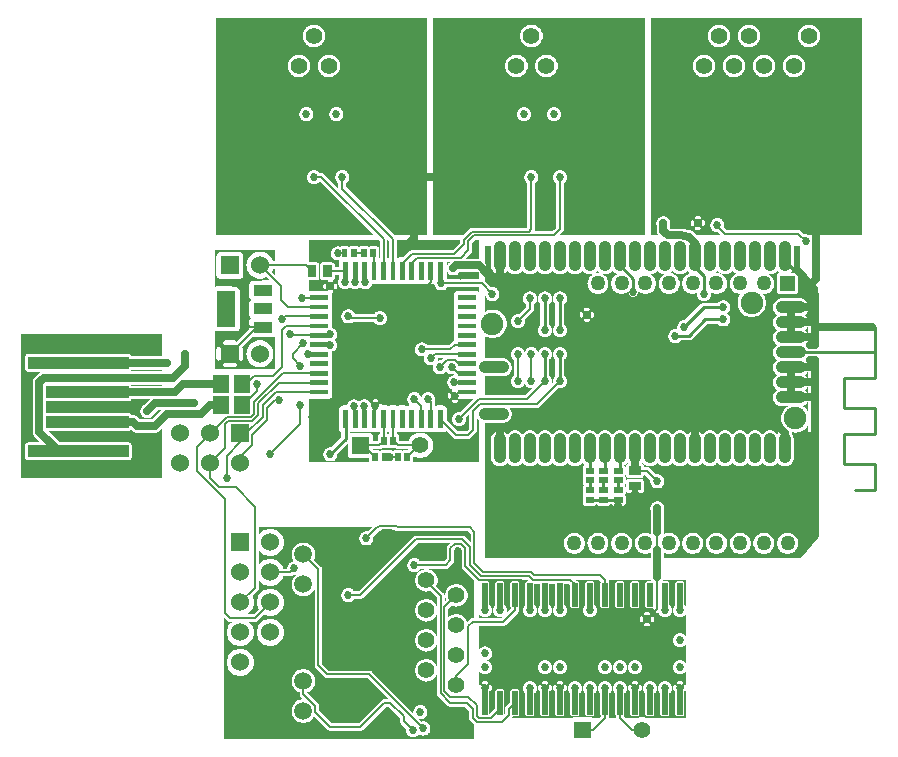
<source format=gbr>
G04 start of page 2 for group 0 idx 0 *
G04 Title: (unknown), top *
G04 Creator: pcb 1.99z *
G04 CreationDate: Thu 19 Mar 2015 06:29:08 PM GMT UTC *
G04 For: commonadmin *
G04 Format: Gerber/RS-274X *
G04 PCB-Dimensions (mil): 3000.00 2500.00 *
G04 PCB-Coordinate-Origin: lower left *
%MOIN*%
%FSLAX25Y25*%
%LNTOP*%
%ADD41C,0.1260*%
%ADD40C,0.0394*%
%ADD39C,0.0630*%
%ADD38C,0.1280*%
%ADD37C,0.0354*%
%ADD36C,0.0300*%
%ADD35C,0.0380*%
%ADD34C,0.0130*%
%ADD33C,0.0270*%
%ADD32R,0.0610X0.0610*%
%ADD31R,0.0512X0.0512*%
%ADD30R,0.0394X0.0394*%
%ADD29R,0.0370X0.0370*%
%ADD28R,0.0157X0.0157*%
%ADD27R,0.0200X0.0200*%
%ADD26R,0.0197X0.0197*%
%ADD25R,0.0295X0.0295*%
%ADD24C,0.1457*%
%ADD23C,0.0591*%
%ADD22C,0.0500*%
%ADD21C,0.0827*%
%ADD20C,0.1476*%
%ADD19C,0.0551*%
%ADD18C,0.0750*%
%ADD17C,0.0550*%
%ADD16C,0.0600*%
%ADD15C,0.0400*%
%ADD14C,0.0100*%
%ADD13C,0.0060*%
%ADD12C,0.0250*%
%ADD11C,0.0001*%
G54D11*G36*
X205000Y74263D02*X205032Y73851D01*
X205161Y73315D01*
X205372Y72806D01*
X205660Y72336D01*
X206017Y71917D01*
X206436Y71560D01*
X206906Y71272D01*
X207415Y71061D01*
X207951Y70932D01*
X208500Y70889D01*
X209049Y70932D01*
X209585Y71061D01*
X210094Y71272D01*
X210250Y71368D01*
Y69500D01*
X205000D01*
Y74263D01*
G37*
G36*
X255895Y100130D02*X255930Y100138D01*
X256366Y100319D01*
X256769Y100565D01*
X257128Y100872D01*
X257435Y101231D01*
X257681Y101634D01*
X257862Y102070D01*
X257972Y102529D01*
X258000Y103000D01*
Y109000D01*
X257972Y109471D01*
X257862Y109930D01*
X257681Y110366D01*
X257435Y110769D01*
X257250Y110985D01*
Y111000D01*
X257229Y111353D01*
X257212Y111424D01*
X257755Y111294D01*
X258500Y111235D01*
X259245Y111294D01*
X259972Y111469D01*
X260000Y111480D01*
Y69500D01*
X255895D01*
Y70890D01*
X255900Y70889D01*
X256449Y70932D01*
X256985Y71061D01*
X257494Y71272D01*
X257964Y71560D01*
X258383Y71917D01*
X258740Y72336D01*
X259028Y72806D01*
X259239Y73315D01*
X259368Y73851D01*
X259400Y74400D01*
X259368Y74949D01*
X259239Y75485D01*
X259028Y75994D01*
X258740Y76464D01*
X258383Y76883D01*
X257964Y77240D01*
X257494Y77528D01*
X256985Y77739D01*
X256449Y77868D01*
X255900Y77911D01*
X255895Y77910D01*
Y100130D01*
G37*
G36*
X247995Y100768D02*X248231Y100565D01*
X248634Y100319D01*
X249070Y100138D01*
X249529Y100028D01*
X250000Y99991D01*
X250471Y100028D01*
X250930Y100138D01*
X251366Y100319D01*
X251769Y100565D01*
X252128Y100872D01*
X252435Y101231D01*
X252500Y101338D01*
X252565Y101231D01*
X252872Y100872D01*
X253231Y100565D01*
X253634Y100319D01*
X254070Y100138D01*
X254529Y100028D01*
X255000Y99991D01*
X255471Y100028D01*
X255895Y100130D01*
Y77910D01*
X255351Y77868D01*
X254815Y77739D01*
X254306Y77528D01*
X253836Y77240D01*
X253417Y76883D01*
X253060Y76464D01*
X252772Y75994D01*
X252561Y75485D01*
X252432Y74949D01*
X252389Y74400D01*
X252432Y73851D01*
X252561Y73315D01*
X252772Y72806D01*
X253060Y72336D01*
X253417Y71917D01*
X253836Y71560D01*
X254306Y71272D01*
X254815Y71061D01*
X255351Y70932D01*
X255895Y70890D01*
Y69500D01*
X247995D01*
Y70890D01*
X248000Y70889D01*
X248549Y70932D01*
X249085Y71061D01*
X249594Y71272D01*
X250064Y71560D01*
X250483Y71917D01*
X250840Y72336D01*
X251128Y72806D01*
X251339Y73315D01*
X251468Y73851D01*
X251500Y74400D01*
X251468Y74949D01*
X251339Y75485D01*
X251128Y75994D01*
X250840Y76464D01*
X250483Y76883D01*
X250064Y77240D01*
X249594Y77528D01*
X249085Y77739D01*
X248549Y77868D01*
X248000Y77911D01*
X247995Y77910D01*
Y100768D01*
G37*
G36*
X240095Y99998D02*X240471Y100028D01*
X240930Y100138D01*
X241366Y100319D01*
X241769Y100565D01*
X242128Y100872D01*
X242435Y101231D01*
X242500Y101338D01*
X242565Y101231D01*
X242872Y100872D01*
X243231Y100565D01*
X243634Y100319D01*
X244070Y100138D01*
X244529Y100028D01*
X245000Y99991D01*
X245471Y100028D01*
X245930Y100138D01*
X246366Y100319D01*
X246769Y100565D01*
X247128Y100872D01*
X247435Y101231D01*
X247500Y101338D01*
X247565Y101231D01*
X247872Y100872D01*
X247995Y100768D01*
Y77910D01*
X247451Y77868D01*
X246915Y77739D01*
X246406Y77528D01*
X245936Y77240D01*
X245517Y76883D01*
X245160Y76464D01*
X244872Y75994D01*
X244661Y75485D01*
X244532Y74949D01*
X244489Y74400D01*
X244532Y73851D01*
X244661Y73315D01*
X244872Y72806D01*
X245160Y72336D01*
X245517Y71917D01*
X245936Y71560D01*
X246406Y71272D01*
X246915Y71061D01*
X247451Y70932D01*
X247995Y70890D01*
Y69500D01*
X240095D01*
Y70890D01*
X240100Y70889D01*
X240649Y70932D01*
X241185Y71061D01*
X241694Y71272D01*
X242164Y71560D01*
X242583Y71917D01*
X242940Y72336D01*
X243228Y72806D01*
X243439Y73315D01*
X243568Y73851D01*
X243600Y74400D01*
X243568Y74949D01*
X243439Y75485D01*
X243228Y75994D01*
X242940Y76464D01*
X242583Y76883D01*
X242164Y77240D01*
X241694Y77528D01*
X241185Y77739D01*
X240649Y77868D01*
X240100Y77911D01*
X240095Y77910D01*
Y99998D01*
G37*
G36*
X232195Y100950D02*X232435Y101231D01*
X232500Y101338D01*
X232565Y101231D01*
X232872Y100872D01*
X233231Y100565D01*
X233634Y100319D01*
X234070Y100138D01*
X234529Y100028D01*
X235000Y99991D01*
X235471Y100028D01*
X235930Y100138D01*
X236366Y100319D01*
X236769Y100565D01*
X237128Y100872D01*
X237435Y101231D01*
X237500Y101338D01*
X237565Y101231D01*
X237872Y100872D01*
X238231Y100565D01*
X238634Y100319D01*
X239070Y100138D01*
X239529Y100028D01*
X240000Y99991D01*
X240095Y99998D01*
Y77910D01*
X239551Y77868D01*
X239015Y77739D01*
X238506Y77528D01*
X238036Y77240D01*
X237617Y76883D01*
X237260Y76464D01*
X236972Y75994D01*
X236761Y75485D01*
X236632Y74949D01*
X236589Y74400D01*
X236632Y73851D01*
X236761Y73315D01*
X236972Y72806D01*
X237260Y72336D01*
X237617Y71917D01*
X238036Y71560D01*
X238506Y71272D01*
X239015Y71061D01*
X239551Y70932D01*
X240095Y70890D01*
Y69500D01*
X232195D01*
Y70890D01*
X232200Y70889D01*
X232749Y70932D01*
X233285Y71061D01*
X233794Y71272D01*
X234264Y71560D01*
X234683Y71917D01*
X235040Y72336D01*
X235328Y72806D01*
X235539Y73315D01*
X235668Y73851D01*
X235700Y74400D01*
X235668Y74949D01*
X235539Y75485D01*
X235328Y75994D01*
X235040Y76464D01*
X234683Y76883D01*
X234264Y77240D01*
X233794Y77528D01*
X233285Y77739D01*
X232749Y77868D01*
X232200Y77911D01*
X232195Y77910D01*
Y100950D01*
G37*
G36*
X224295Y100084D02*X224529Y100028D01*
X225000Y99991D01*
X225471Y100028D01*
X225930Y100138D01*
X226366Y100319D01*
X226769Y100565D01*
X227128Y100872D01*
X227435Y101231D01*
X227500Y101338D01*
X227565Y101231D01*
X227872Y100872D01*
X228231Y100565D01*
X228634Y100319D01*
X229070Y100138D01*
X229529Y100028D01*
X230000Y99991D01*
X230471Y100028D01*
X230930Y100138D01*
X231366Y100319D01*
X231769Y100565D01*
X232128Y100872D01*
X232195Y100950D01*
Y77910D01*
X231651Y77868D01*
X231115Y77739D01*
X230606Y77528D01*
X230136Y77240D01*
X229717Y76883D01*
X229360Y76464D01*
X229072Y75994D01*
X228861Y75485D01*
X228732Y74949D01*
X228689Y74400D01*
X228732Y73851D01*
X228861Y73315D01*
X229072Y72806D01*
X229360Y72336D01*
X229717Y71917D01*
X230136Y71560D01*
X230606Y71272D01*
X231115Y71061D01*
X231651Y70932D01*
X232195Y70890D01*
Y69500D01*
X224295D01*
Y70890D01*
X224300Y70889D01*
X224849Y70932D01*
X225385Y71061D01*
X225894Y71272D01*
X226364Y71560D01*
X226783Y71917D01*
X227140Y72336D01*
X227428Y72806D01*
X227639Y73315D01*
X227768Y73851D01*
X227800Y74400D01*
X227768Y74949D01*
X227639Y75485D01*
X227428Y75994D01*
X227140Y76464D01*
X226783Y76883D01*
X226364Y77240D01*
X225894Y77528D01*
X225385Y77739D01*
X224849Y77868D01*
X224300Y77911D01*
X224295Y77910D01*
Y100084D01*
G37*
G36*
X205000Y96087D02*X207125Y96092D01*
X207278Y96129D01*
X207423Y96189D01*
X207558Y96271D01*
X207677Y96374D01*
X207780Y96493D01*
X207862Y96628D01*
X207922Y96773D01*
X207959Y96926D01*
X207968Y97083D01*
X207967Y97259D01*
X208402D01*
X210195Y95466D01*
X210172Y95369D01*
X210143Y95000D01*
X210172Y94631D01*
X210258Y94272D01*
X210400Y93930D01*
X210593Y93614D01*
X210833Y93333D01*
X211114Y93093D01*
X211430Y92900D01*
X211772Y92758D01*
X212131Y92672D01*
X212500Y92643D01*
X212869Y92672D01*
X213228Y92758D01*
X213570Y92900D01*
X213886Y93093D01*
X214167Y93333D01*
X214407Y93614D01*
X214600Y93930D01*
X214742Y94272D01*
X214828Y94631D01*
X214850Y95000D01*
X214828Y95369D01*
X214742Y95728D01*
X214600Y96070D01*
X214407Y96386D01*
X214167Y96667D01*
X213886Y96907D01*
X213570Y97100D01*
X213228Y97242D01*
X212869Y97328D01*
X212500Y97357D01*
X212131Y97328D01*
X212034Y97305D01*
X209896Y99442D01*
X209863Y99481D01*
X209708Y99614D01*
X209707Y99614D01*
X209601Y99680D01*
X209533Y99721D01*
X209422Y99767D01*
X209344Y99799D01*
X209296Y99811D01*
X209145Y99847D01*
X209145Y99847D01*
X208941Y99863D01*
X208890Y99859D01*
X207960D01*
X207959Y100192D01*
X207922Y100345D01*
X207862Y100490D01*
X207780Y100625D01*
X207677Y100744D01*
X207558Y100847D01*
X207423Y100929D01*
X207278Y100989D01*
X207250Y100996D01*
Y101015D01*
X207435Y101231D01*
X207500Y101338D01*
X207565Y101231D01*
X207872Y100872D01*
X208231Y100565D01*
X208634Y100319D01*
X209070Y100138D01*
X209529Y100028D01*
X210000Y99991D01*
X210471Y100028D01*
X210930Y100138D01*
X211366Y100319D01*
X211769Y100565D01*
X212128Y100872D01*
X212435Y101231D01*
X212500Y101338D01*
X212565Y101231D01*
X212872Y100872D01*
X213231Y100565D01*
X213634Y100319D01*
X214070Y100138D01*
X214529Y100028D01*
X215000Y99991D01*
X215471Y100028D01*
X215930Y100138D01*
X216366Y100319D01*
X216769Y100565D01*
X217128Y100872D01*
X217435Y101231D01*
X217500Y101338D01*
X217565Y101231D01*
X217872Y100872D01*
X218231Y100565D01*
X218634Y100319D01*
X219070Y100138D01*
X219529Y100028D01*
X220000Y99991D01*
X220471Y100028D01*
X220930Y100138D01*
X221366Y100319D01*
X221769Y100565D01*
X222128Y100872D01*
X222435Y101231D01*
X222500Y101338D01*
X222565Y101231D01*
X222872Y100872D01*
X223231Y100565D01*
X223634Y100319D01*
X224070Y100138D01*
X224295Y100084D01*
Y77910D01*
X223751Y77868D01*
X223215Y77739D01*
X222706Y77528D01*
X222236Y77240D01*
X221817Y76883D01*
X221460Y76464D01*
X221172Y75994D01*
X220961Y75485D01*
X220832Y74949D01*
X220789Y74400D01*
X220832Y73851D01*
X220961Y73315D01*
X221172Y72806D01*
X221460Y72336D01*
X221817Y71917D01*
X222236Y71560D01*
X222706Y71272D01*
X223215Y71061D01*
X223751Y70932D01*
X224295Y70890D01*
Y69500D01*
X214750D01*
Y71306D01*
X214806Y71272D01*
X215315Y71061D01*
X215851Y70932D01*
X216400Y70889D01*
X216949Y70932D01*
X217485Y71061D01*
X217994Y71272D01*
X218464Y71560D01*
X218883Y71917D01*
X219240Y72336D01*
X219528Y72806D01*
X219739Y73315D01*
X219868Y73851D01*
X219900Y74400D01*
X219868Y74949D01*
X219739Y75485D01*
X219528Y75994D01*
X219240Y76464D01*
X218883Y76883D01*
X218464Y77240D01*
X217994Y77528D01*
X217485Y77739D01*
X216949Y77868D01*
X216400Y77911D01*
X215851Y77868D01*
X215315Y77739D01*
X214806Y77528D01*
X214682Y77452D01*
X214729Y77647D01*
X214750Y78000D01*
Y85305D01*
X214828Y85631D01*
X214850Y86000D01*
X214828Y86369D01*
X214742Y86728D01*
X214600Y87070D01*
X214407Y87386D01*
X214167Y87667D01*
X213886Y87907D01*
X213570Y88100D01*
X213228Y88242D01*
X212869Y88328D01*
X212500Y88357D01*
X212131Y88328D01*
X211772Y88242D01*
X211430Y88100D01*
X211114Y87907D01*
X210833Y87667D01*
X210593Y87386D01*
X210400Y87070D01*
X210258Y86728D01*
X210172Y86369D01*
X210143Y86000D01*
X210172Y85631D01*
X210250Y85305D01*
Y78000D01*
X210271Y77647D01*
X210335Y77380D01*
X210094Y77528D01*
X209585Y77739D01*
X209049Y77868D01*
X208500Y77911D01*
X207951Y77868D01*
X207415Y77739D01*
X206906Y77528D01*
X206436Y77240D01*
X206017Y76883D01*
X205660Y76464D01*
X205372Y75994D01*
X205161Y75485D01*
X205032Y74949D01*
X205000Y74537D01*
Y90969D01*
X207125Y90974D01*
X207278Y91011D01*
X207423Y91071D01*
X207558Y91153D01*
X207677Y91256D01*
X207780Y91375D01*
X207862Y91510D01*
X207922Y91655D01*
X207959Y91808D01*
X207968Y91965D01*
X207959Y95074D01*
X207922Y95227D01*
X207862Y95372D01*
X207780Y95507D01*
X207677Y95626D01*
X207558Y95729D01*
X207423Y95811D01*
X207278Y95871D01*
X207125Y95908D01*
X206968Y95917D01*
X205000Y95913D01*
Y96087D01*
G37*
G36*
X227500Y110662D02*X227435Y110769D01*
X227128Y111128D01*
X226769Y111435D01*
X226496Y111601D01*
Y144875D01*
X229121Y147500D01*
X232691D01*
X232833Y147333D01*
X233114Y147093D01*
X233430Y146900D01*
X233772Y146758D01*
X234131Y146672D01*
X234500Y146643D01*
X234869Y146672D01*
X235228Y146758D01*
X235570Y146900D01*
X235886Y147093D01*
X236167Y147333D01*
X236407Y147614D01*
X236600Y147930D01*
X236742Y148272D01*
X236828Y148631D01*
X236850Y149000D01*
X236828Y149369D01*
X236742Y149728D01*
X236600Y150070D01*
X236407Y150386D01*
X236167Y150667D01*
X235886Y150907D01*
X235734Y151000D01*
X235886Y151093D01*
X236167Y151333D01*
X236407Y151614D01*
X236600Y151930D01*
X236742Y152272D01*
X236828Y152631D01*
X236850Y153000D01*
X236828Y153369D01*
X236742Y153728D01*
X236600Y154070D01*
X236407Y154386D01*
X236167Y154667D01*
X235886Y154907D01*
X235570Y155100D01*
X235228Y155242D01*
X234869Y155328D01*
X234500Y155357D01*
X234131Y155328D01*
X233772Y155242D01*
X233430Y155100D01*
X233114Y154907D01*
X232833Y154667D01*
X232691Y154500D01*
X228059D01*
X228000Y154505D01*
X227765Y154486D01*
X227535Y154431D01*
X227317Y154341D01*
X227116Y154217D01*
X227115Y154217D01*
X226936Y154064D01*
X226898Y154019D01*
X226496Y153618D01*
Y155694D01*
X226614Y155593D01*
X226930Y155400D01*
X227272Y155258D01*
X227631Y155172D01*
X228000Y155143D01*
X228369Y155172D01*
X228728Y155258D01*
X229070Y155400D01*
X229386Y155593D01*
X229667Y155833D01*
X229907Y156114D01*
X230100Y156430D01*
X230242Y156772D01*
X230328Y157131D01*
X230350Y157500D01*
X230328Y157869D01*
X230279Y158072D01*
X230606Y157872D01*
X231115Y157661D01*
X231651Y157532D01*
X232200Y157489D01*
X232749Y157532D01*
X233285Y157661D01*
X233794Y157872D01*
X234264Y158160D01*
X234683Y158517D01*
X235040Y158936D01*
X235328Y159406D01*
X235539Y159915D01*
X235668Y160451D01*
X235700Y161000D01*
X235668Y161549D01*
X235539Y162085D01*
X235328Y162594D01*
X235040Y163064D01*
X234683Y163483D01*
X234264Y163840D01*
X233794Y164128D01*
X233285Y164339D01*
X232749Y164468D01*
X232200Y164511D01*
X231651Y164468D01*
X231582Y164451D01*
X231769Y164565D01*
X232128Y164872D01*
X232435Y165231D01*
X232500Y165338D01*
X232565Y165231D01*
X232872Y164872D01*
X233231Y164565D01*
X233634Y164319D01*
X234070Y164138D01*
X234529Y164028D01*
X235000Y163991D01*
X235471Y164028D01*
X235930Y164138D01*
X236366Y164319D01*
X236769Y164565D01*
X237128Y164872D01*
X237435Y165231D01*
X237500Y165338D01*
X237565Y165231D01*
X237872Y164872D01*
X238231Y164565D01*
X238634Y164319D01*
X238800Y164250D01*
X238506Y164128D01*
X238036Y163840D01*
X237617Y163483D01*
X237260Y163064D01*
X236972Y162594D01*
X236761Y162085D01*
X236632Y161549D01*
X236589Y161000D01*
X236632Y160451D01*
X236761Y159915D01*
X236972Y159406D01*
X237260Y158936D01*
X237617Y158517D01*
X238036Y158160D01*
X238506Y157872D01*
X239015Y157661D01*
X239551Y157532D01*
X240100Y157489D01*
X240321Y157507D01*
X240145Y157301D01*
X239755Y156663D01*
X239469Y155972D01*
X239294Y155245D01*
X239235Y154500D01*
X239294Y153755D01*
X239469Y153028D01*
X239755Y152337D01*
X240145Y151699D01*
X240631Y151131D01*
X241199Y150645D01*
X241837Y150255D01*
X242528Y149969D01*
X243255Y149794D01*
X244000Y149735D01*
X244745Y149794D01*
X245472Y149969D01*
X246163Y150255D01*
X246801Y150645D01*
X247369Y151131D01*
X247855Y151699D01*
X248245Y152337D01*
X248531Y153028D01*
X248706Y153755D01*
X248750Y154500D01*
X248706Y155245D01*
X248531Y155972D01*
X248245Y156663D01*
X247855Y157301D01*
X247672Y157515D01*
X248000Y157489D01*
X248549Y157532D01*
X249085Y157661D01*
X249594Y157872D01*
X250064Y158160D01*
X250483Y158517D01*
X250840Y158936D01*
X251128Y159406D01*
X251339Y159915D01*
X251468Y160451D01*
X251500Y161000D01*
X251468Y161549D01*
X251339Y162085D01*
X251128Y162594D01*
X250840Y163064D01*
X250483Y163483D01*
X250064Y163840D01*
X249791Y164007D01*
X250000Y163991D01*
X250471Y164028D01*
X250930Y164138D01*
X251366Y164319D01*
X251769Y164565D01*
X252128Y164872D01*
X252435Y165231D01*
X252500Y165338D01*
X252565Y165231D01*
X252872Y164872D01*
X253231Y164565D01*
X253353Y164491D01*
X253243Y164491D01*
X253090Y164454D01*
X252945Y164394D01*
X252810Y164312D01*
X252691Y164209D01*
X252588Y164090D01*
X252506Y163955D01*
X252446Y163810D01*
X252409Y163657D01*
X252400Y163500D01*
X252409Y158343D01*
X252446Y158190D01*
X252506Y158045D01*
X252588Y157910D01*
X252691Y157791D01*
X252810Y157688D01*
X252945Y157606D01*
X253090Y157546D01*
X253243Y157509D01*
X253400Y157500D01*
X258557Y157509D01*
X258710Y157546D01*
X258855Y157606D01*
X258990Y157688D01*
X259109Y157791D01*
X259212Y157910D01*
X259294Y158045D01*
X259354Y158190D01*
X259391Y158343D01*
X259400Y158500D01*
X259391Y163657D01*
X259354Y163810D01*
X259294Y163955D01*
X259212Y164090D01*
X259109Y164209D01*
X258990Y164312D01*
X258855Y164394D01*
X258710Y164454D01*
X258557Y164491D01*
X258400Y164500D01*
X256657Y164497D01*
X256769Y164565D01*
X257128Y164872D01*
X257435Y165231D01*
X257681Y165634D01*
X257862Y166070D01*
X257972Y166529D01*
X258000Y167000D01*
Y173000D01*
X257972Y173471D01*
X257965Y173500D01*
X260000D01*
Y156000D01*
X254000D01*
X253529Y155972D01*
X253070Y155862D01*
X252634Y155681D01*
X252231Y155435D01*
X251872Y155128D01*
X251565Y154769D01*
X251319Y154366D01*
X251138Y153930D01*
X251028Y153471D01*
X250991Y153000D01*
X251028Y152529D01*
X251138Y152070D01*
X251319Y151634D01*
X251565Y151231D01*
X251872Y150872D01*
X252231Y150565D01*
X252338Y150500D01*
X252231Y150435D01*
X251872Y150128D01*
X251565Y149769D01*
X251319Y149366D01*
X251138Y148930D01*
X251028Y148471D01*
X250991Y148000D01*
X251028Y147529D01*
X251138Y147070D01*
X251319Y146634D01*
X251565Y146231D01*
X251872Y145872D01*
X252231Y145565D01*
X252338Y145500D01*
X252231Y145435D01*
X251872Y145128D01*
X251565Y144769D01*
X251319Y144366D01*
X251138Y143930D01*
X251028Y143471D01*
X250991Y143000D01*
X251028Y142529D01*
X251138Y142070D01*
X251319Y141634D01*
X251565Y141231D01*
X251872Y140872D01*
X252231Y140565D01*
X252338Y140500D01*
X252231Y140435D01*
X251872Y140128D01*
X251565Y139769D01*
X251319Y139366D01*
X251138Y138930D01*
X251028Y138471D01*
X250991Y138000D01*
X251028Y137529D01*
X251138Y137070D01*
X251319Y136634D01*
X251565Y136231D01*
X251872Y135872D01*
X252231Y135565D01*
X252338Y135500D01*
X252231Y135435D01*
X251872Y135128D01*
X251565Y134769D01*
X251319Y134366D01*
X251138Y133930D01*
X251028Y133471D01*
X250991Y133000D01*
X251028Y132529D01*
X251138Y132070D01*
X251319Y131634D01*
X251565Y131231D01*
X251872Y130872D01*
X252231Y130565D01*
X252338Y130500D01*
X252231Y130435D01*
X251872Y130128D01*
X251565Y129769D01*
X251319Y129366D01*
X251138Y128930D01*
X251028Y128471D01*
X250991Y128000D01*
X251028Y127529D01*
X251138Y127070D01*
X251319Y126634D01*
X251565Y126231D01*
X251872Y125872D01*
X252231Y125565D01*
X252338Y125500D01*
X252231Y125435D01*
X251872Y125128D01*
X251565Y124769D01*
X251319Y124366D01*
X251138Y123930D01*
X251028Y123471D01*
X250991Y123000D01*
X251028Y122529D01*
X251138Y122070D01*
X251319Y121634D01*
X251565Y121231D01*
X251872Y120872D01*
X252231Y120565D01*
X252634Y120319D01*
X253070Y120138D01*
X253529Y120028D01*
X254000Y120000D01*
X255937D01*
X255699Y119855D01*
X255131Y119369D01*
X254645Y118801D01*
X254255Y118163D01*
X253969Y117472D01*
X253794Y116745D01*
X253735Y116000D01*
X253794Y115255D01*
X253969Y114528D01*
X254255Y113837D01*
X254630Y113225D01*
X254303Y113146D01*
X253975Y113011D01*
X253673Y112826D01*
X253404Y112596D01*
X253174Y112327D01*
X252989Y112025D01*
X252854Y111697D01*
X252771Y111353D01*
X252750Y111000D01*
Y110985D01*
X252565Y110769D01*
X252500Y110662D01*
X252435Y110769D01*
X252128Y111128D01*
X251769Y111435D01*
X251366Y111681D01*
X250930Y111862D01*
X250471Y111972D01*
X250000Y112009D01*
X249529Y111972D01*
X249070Y111862D01*
X248634Y111681D01*
X248231Y111435D01*
X247872Y111128D01*
X247565Y110769D01*
X247500Y110662D01*
X247435Y110769D01*
X247128Y111128D01*
X246769Y111435D01*
X246366Y111681D01*
X245930Y111862D01*
X245471Y111972D01*
X245000Y112009D01*
X244529Y111972D01*
X244070Y111862D01*
X243634Y111681D01*
X243231Y111435D01*
X242872Y111128D01*
X242565Y110769D01*
X242500Y110662D01*
X242435Y110769D01*
X242128Y111128D01*
X241769Y111435D01*
X241366Y111681D01*
X240930Y111862D01*
X240471Y111972D01*
X240000Y112009D01*
X239529Y111972D01*
X239070Y111862D01*
X238634Y111681D01*
X238231Y111435D01*
X237872Y111128D01*
X237565Y110769D01*
X237500Y110662D01*
X237435Y110769D01*
X237128Y111128D01*
X236769Y111435D01*
X236366Y111681D01*
X235930Y111862D01*
X235471Y111972D01*
X235000Y112009D01*
X234529Y111972D01*
X234070Y111862D01*
X233634Y111681D01*
X233231Y111435D01*
X232872Y111128D01*
X232565Y110769D01*
X232500Y110662D01*
X232435Y110769D01*
X232128Y111128D01*
X231769Y111435D01*
X231366Y111681D01*
X230930Y111862D01*
X230471Y111972D01*
X230000Y112009D01*
X229529Y111972D01*
X229070Y111862D01*
X228634Y111681D01*
X228231Y111435D01*
X227872Y111128D01*
X227565Y110769D01*
X227500Y110662D01*
G37*
G36*
X226496Y111601D02*X226366Y111681D01*
X225930Y111862D01*
X225471Y111972D01*
X225000Y112009D01*
X224529Y111972D01*
X224070Y111862D01*
X223634Y111681D01*
X223231Y111435D01*
X222872Y111128D01*
X222565Y110769D01*
X222500Y110662D01*
X222435Y110769D01*
X222128Y111128D01*
X221769Y111435D01*
X221366Y111681D01*
X220930Y111862D01*
X220471Y111972D01*
X220000Y112009D01*
X219529Y111972D01*
X219070Y111862D01*
X218634Y111681D01*
X218231Y111435D01*
X217872Y111128D01*
X217565Y110769D01*
X217500Y110662D01*
X217435Y110769D01*
X217128Y111128D01*
X216769Y111435D01*
X216366Y111681D01*
X215930Y111862D01*
X215471Y111972D01*
X215000Y112009D01*
X214529Y111972D01*
X214070Y111862D01*
X213634Y111681D01*
X213231Y111435D01*
X212872Y111128D01*
X212565Y110769D01*
X212500Y110662D01*
X212435Y110769D01*
X212128Y111128D01*
X211769Y111435D01*
X211366Y111681D01*
X210930Y111862D01*
X210471Y111972D01*
X210000Y112009D01*
X209529Y111972D01*
X209070Y111862D01*
X208634Y111681D01*
X208231Y111435D01*
X207872Y111128D01*
X207565Y110769D01*
X207500Y110662D01*
X207435Y110769D01*
X207128Y111128D01*
X206769Y111435D01*
X206366Y111681D01*
X205930Y111862D01*
X205471Y111972D01*
X205000Y112009D01*
Y156584D01*
X205183Y156659D01*
X205384Y156783D01*
X205564Y156936D01*
X205717Y157116D01*
X205841Y157317D01*
X205931Y157535D01*
X205986Y157765D01*
X206000Y158000D01*
Y158538D01*
X206017Y158517D01*
X206436Y158160D01*
X206906Y157872D01*
X207415Y157661D01*
X207951Y157532D01*
X208500Y157489D01*
X209049Y157532D01*
X209585Y157661D01*
X210094Y157872D01*
X210564Y158160D01*
X210983Y158517D01*
X211340Y158936D01*
X211628Y159406D01*
X211839Y159915D01*
X211968Y160451D01*
X212000Y161000D01*
X211968Y161549D01*
X211839Y162085D01*
X211628Y162594D01*
X211340Y163064D01*
X210983Y163483D01*
X210564Y163840D01*
X210282Y164013D01*
X210471Y164028D01*
X210930Y164138D01*
X211366Y164319D01*
X211769Y164565D01*
X212128Y164872D01*
X212435Y165231D01*
X212500Y165338D01*
X212565Y165231D01*
X212872Y164872D01*
X213231Y164565D01*
X213634Y164319D01*
X214070Y164138D01*
X214529Y164028D01*
X214630Y164020D01*
X214336Y163840D01*
X213917Y163483D01*
X213560Y163064D01*
X213272Y162594D01*
X213061Y162085D01*
X212932Y161549D01*
X212889Y161000D01*
X212932Y160451D01*
X213061Y159915D01*
X213272Y159406D01*
X213560Y158936D01*
X213917Y158517D01*
X214336Y158160D01*
X214806Y157872D01*
X215315Y157661D01*
X215851Y157532D01*
X216400Y157489D01*
X216949Y157532D01*
X217485Y157661D01*
X217994Y157872D01*
X218464Y158160D01*
X218883Y158517D01*
X219240Y158936D01*
X219528Y159406D01*
X219739Y159915D01*
X219868Y160451D01*
X219900Y161000D01*
X219868Y161549D01*
X219739Y162085D01*
X219528Y162594D01*
X219240Y163064D01*
X218883Y163483D01*
X218464Y163840D01*
X217994Y164128D01*
X217485Y164339D01*
X216949Y164468D01*
X216648Y164491D01*
X216769Y164565D01*
X217128Y164872D01*
X217435Y165231D01*
X217500Y165338D01*
X217565Y165231D01*
X217872Y164872D01*
X218231Y164565D01*
X218634Y164319D01*
X219070Y164138D01*
X219529Y164028D01*
X220000Y163991D01*
X220471Y164028D01*
X220930Y164138D01*
X221366Y164319D01*
X221769Y164565D01*
X222128Y164872D01*
X222435Y165231D01*
X222500Y165338D01*
X222565Y165231D01*
X222872Y164872D01*
X223231Y164565D01*
X223492Y164406D01*
X223215Y164339D01*
X222706Y164128D01*
X222236Y163840D01*
X221817Y163483D01*
X221460Y163064D01*
X221172Y162594D01*
X220961Y162085D01*
X220832Y161549D01*
X220789Y161000D01*
X220832Y160451D01*
X220961Y159915D01*
X221172Y159406D01*
X221460Y158936D01*
X221817Y158517D01*
X222236Y158160D01*
X222706Y157872D01*
X223215Y157661D01*
X223751Y157532D01*
X224300Y157489D01*
X224849Y157532D01*
X225385Y157661D01*
X225665Y157777D01*
X225643Y157500D01*
X225672Y157131D01*
X225758Y156772D01*
X225900Y156430D01*
X226093Y156114D01*
X226333Y155833D01*
X226496Y155694D01*
Y153618D01*
X221719Y148840D01*
X221500Y148857D01*
X221131Y148828D01*
X220772Y148742D01*
X220430Y148600D01*
X220114Y148407D01*
X219833Y148167D01*
X219593Y147886D01*
X219400Y147570D01*
X219258Y147228D01*
X219172Y146869D01*
X219143Y146500D01*
X219172Y146131D01*
X219258Y145772D01*
X219279Y145721D01*
X219228Y145742D01*
X218869Y145828D01*
X218500Y145857D01*
X218131Y145828D01*
X217772Y145742D01*
X217430Y145600D01*
X217114Y145407D01*
X216833Y145167D01*
X216593Y144886D01*
X216400Y144570D01*
X216258Y144228D01*
X216172Y143869D01*
X216143Y143500D01*
X216172Y143131D01*
X216258Y142772D01*
X216400Y142430D01*
X216593Y142114D01*
X216833Y141833D01*
X217114Y141593D01*
X217430Y141400D01*
X217772Y141258D01*
X218131Y141172D01*
X218500Y141143D01*
X218869Y141172D01*
X219228Y141258D01*
X219570Y141400D01*
X219886Y141593D01*
X220167Y141833D01*
X220309Y142000D01*
X222941D01*
X223000Y141995D01*
X223235Y142014D01*
X223235Y142014D01*
X223465Y142069D01*
X223683Y142159D01*
X223884Y142283D01*
X224064Y142436D01*
X224102Y142481D01*
X226496Y144875D01*
Y111601D01*
G37*
G36*
X168700Y154041D02*Y153038D01*
X167996Y152335D01*
Y154772D01*
X168093Y154614D01*
X168333Y154333D01*
X168614Y154093D01*
X168700Y154041D01*
G37*
G36*
X167996Y127260D02*X168100Y127430D01*
X168242Y127772D01*
X168250Y127805D01*
X168258Y127772D01*
X168400Y127430D01*
X168593Y127114D01*
X168833Y126833D01*
X169114Y126593D01*
X169430Y126400D01*
X169772Y126258D01*
X170131Y126172D01*
X170500Y126143D01*
X170830Y126169D01*
X168462Y123800D01*
X167996D01*
Y127260D01*
G37*
G36*
X200595Y86876D02*X201034Y86877D01*
X201187Y86914D01*
X201332Y86974D01*
X201467Y87056D01*
X201586Y87159D01*
X201689Y87278D01*
X201771Y87413D01*
X201831Y87558D01*
X201868Y87711D01*
X201877Y87868D01*
X201868Y89993D01*
X201831Y90146D01*
X201771Y90291D01*
X201689Y90426D01*
X201688Y90426D01*
X201689Y90426D01*
X201771Y90561D01*
X201831Y90706D01*
X201868Y90859D01*
X201877Y91016D01*
X201868Y93141D01*
X201831Y93294D01*
X201771Y93439D01*
X201689Y93574D01*
X201601Y93676D01*
X201689Y93778D01*
X201771Y93913D01*
X201831Y94058D01*
X201868Y94211D01*
X201877Y94368D01*
X201868Y96493D01*
X201831Y96646D01*
X201771Y96791D01*
X201689Y96926D01*
X201688Y96926D01*
X201689Y96926D01*
X201771Y97061D01*
X201831Y97206D01*
X201868Y97359D01*
X201877Y97516D01*
X201868Y99641D01*
X201831Y99794D01*
X201771Y99939D01*
X201689Y100074D01*
X201586Y100193D01*
X201500Y100267D01*
Y100401D01*
X201769Y100565D01*
X202128Y100872D01*
X202435Y101231D01*
X202500Y101338D01*
X202565Y101231D01*
X202750Y101015D01*
Y100996D01*
X202722Y100989D01*
X202577Y100929D01*
X202442Y100847D01*
X202323Y100744D01*
X202220Y100625D01*
X202138Y100490D01*
X202078Y100345D01*
X202041Y100192D01*
X202032Y100035D01*
X202041Y96926D01*
X202078Y96773D01*
X202138Y96628D01*
X202220Y96493D01*
X202323Y96374D01*
X202442Y96271D01*
X202577Y96189D01*
X202722Y96129D01*
X202875Y96092D01*
X203032Y96083D01*
X205000Y96087D01*
Y95913D01*
X202875Y95908D01*
X202722Y95871D01*
X202577Y95811D01*
X202442Y95729D01*
X202323Y95626D01*
X202220Y95507D01*
X202138Y95372D01*
X202078Y95227D01*
X202041Y95074D01*
X202032Y94917D01*
X202041Y91808D01*
X202078Y91655D01*
X202138Y91510D01*
X202220Y91375D01*
X202323Y91256D01*
X202442Y91153D01*
X202577Y91071D01*
X202722Y91011D01*
X202875Y90974D01*
X203032Y90965D01*
X205000Y90969D01*
Y74537D01*
X204989Y74400D01*
X205000Y74263D01*
Y69500D01*
X200595D01*
Y70890D01*
X200600Y70889D01*
X201149Y70932D01*
X201685Y71061D01*
X202194Y71272D01*
X202664Y71560D01*
X203083Y71917D01*
X203440Y72336D01*
X203728Y72806D01*
X203939Y73315D01*
X204068Y73851D01*
X204100Y74400D01*
X204068Y74949D01*
X203939Y75485D01*
X203728Y75994D01*
X203440Y76464D01*
X203083Y76883D01*
X202664Y77240D01*
X202194Y77528D01*
X201685Y77739D01*
X201149Y77868D01*
X200600Y77911D01*
X200595Y77910D01*
Y86876D01*
G37*
G36*
X192695Y86963D02*X192813Y86914D01*
X192966Y86877D01*
X193123Y86868D01*
X196034Y86877D01*
X196187Y86914D01*
X196332Y86974D01*
X196467Y87056D01*
X196586Y87159D01*
X196689Y87278D01*
X196734Y87352D01*
X197266D01*
X197311Y87278D01*
X197414Y87159D01*
X197533Y87056D01*
X197668Y86974D01*
X197813Y86914D01*
X197966Y86877D01*
X198123Y86868D01*
X200595Y86876D01*
Y77910D01*
X200051Y77868D01*
X199515Y77739D01*
X199006Y77528D01*
X198536Y77240D01*
X198117Y76883D01*
X197760Y76464D01*
X197472Y75994D01*
X197261Y75485D01*
X197132Y74949D01*
X197089Y74400D01*
X197132Y73851D01*
X197261Y73315D01*
X197472Y72806D01*
X197760Y72336D01*
X198117Y71917D01*
X198536Y71560D01*
X199006Y71272D01*
X199515Y71061D01*
X200051Y70932D01*
X200595Y70890D01*
Y69500D01*
X192695D01*
Y70890D01*
X192700Y70889D01*
X193249Y70932D01*
X193785Y71061D01*
X194294Y71272D01*
X194764Y71560D01*
X195183Y71917D01*
X195540Y72336D01*
X195828Y72806D01*
X196039Y73315D01*
X196168Y73851D01*
X196200Y74400D01*
X196168Y74949D01*
X196039Y75485D01*
X195828Y75994D01*
X195540Y76464D01*
X195183Y76883D01*
X194764Y77240D01*
X194294Y77528D01*
X193785Y77739D01*
X193249Y77868D01*
X192700Y77911D01*
X192695Y77910D01*
Y86963D01*
G37*
G36*
X184795Y100007D02*X185000Y99991D01*
X185471Y100028D01*
X185930Y100138D01*
X186366Y100319D01*
X186769Y100565D01*
X187128Y100872D01*
X187435Y101231D01*
X187500Y101338D01*
X187565Y101231D01*
X187872Y100872D01*
X188231Y100565D01*
X188404Y100460D01*
X188313Y100438D01*
X188168Y100378D01*
X188033Y100296D01*
X187914Y100193D01*
X187811Y100074D01*
X187729Y99939D01*
X187669Y99794D01*
X187632Y99641D01*
X187623Y99484D01*
X187632Y97359D01*
X187669Y97206D01*
X187729Y97061D01*
X187811Y96926D01*
X187812Y96926D01*
X187811Y96926D01*
X187729Y96791D01*
X187669Y96646D01*
X187632Y96493D01*
X187623Y96336D01*
X187632Y94211D01*
X187669Y94058D01*
X187729Y93913D01*
X187811Y93778D01*
X187899Y93676D01*
X187811Y93574D01*
X187729Y93439D01*
X187669Y93294D01*
X187632Y93141D01*
X187623Y92984D01*
X187632Y90859D01*
X187669Y90706D01*
X187729Y90561D01*
X187811Y90426D01*
X187812Y90426D01*
X187811Y90426D01*
X187729Y90291D01*
X187669Y90146D01*
X187632Y89993D01*
X187623Y89836D01*
X187632Y87711D01*
X187669Y87558D01*
X187729Y87413D01*
X187811Y87278D01*
X187914Y87159D01*
X188033Y87056D01*
X188168Y86974D01*
X188313Y86914D01*
X188466Y86877D01*
X188623Y86868D01*
X191534Y86877D01*
X191687Y86914D01*
X191832Y86974D01*
X191967Y87056D01*
X192086Y87159D01*
X192189Y87278D01*
X192234Y87352D01*
X192266D01*
X192311Y87278D01*
X192414Y87159D01*
X192533Y87056D01*
X192668Y86974D01*
X192695Y86963D01*
Y77910D01*
X192151Y77868D01*
X191615Y77739D01*
X191106Y77528D01*
X190636Y77240D01*
X190217Y76883D01*
X189860Y76464D01*
X189572Y75994D01*
X189361Y75485D01*
X189232Y74949D01*
X189189Y74400D01*
X189232Y73851D01*
X189361Y73315D01*
X189572Y72806D01*
X189860Y72336D01*
X190217Y71917D01*
X190636Y71560D01*
X191106Y71272D01*
X191615Y71061D01*
X192151Y70932D01*
X192695Y70890D01*
Y69500D01*
X184795D01*
Y70890D01*
X184800Y70889D01*
X185349Y70932D01*
X185885Y71061D01*
X186394Y71272D01*
X186864Y71560D01*
X187283Y71917D01*
X187640Y72336D01*
X187928Y72806D01*
X188139Y73315D01*
X188268Y73851D01*
X188300Y74400D01*
X188268Y74949D01*
X188139Y75485D01*
X187928Y75994D01*
X187640Y76464D01*
X187283Y76883D01*
X186864Y77240D01*
X186394Y77528D01*
X185885Y77739D01*
X185349Y77868D01*
X184800Y77911D01*
X184795Y77910D01*
Y100007D01*
G37*
G36*
X167996Y100766D02*X168231Y100565D01*
X168634Y100319D01*
X169070Y100138D01*
X169529Y100028D01*
X170000Y99991D01*
X170471Y100028D01*
X170930Y100138D01*
X171366Y100319D01*
X171769Y100565D01*
X172128Y100872D01*
X172435Y101231D01*
X172500Y101338D01*
X172565Y101231D01*
X172872Y100872D01*
X173231Y100565D01*
X173634Y100319D01*
X174070Y100138D01*
X174529Y100028D01*
X175000Y99991D01*
X175471Y100028D01*
X175930Y100138D01*
X176366Y100319D01*
X176769Y100565D01*
X177128Y100872D01*
X177435Y101231D01*
X177500Y101338D01*
X177565Y101231D01*
X177872Y100872D01*
X178231Y100565D01*
X178634Y100319D01*
X179070Y100138D01*
X179529Y100028D01*
X180000Y99991D01*
X180471Y100028D01*
X180930Y100138D01*
X181366Y100319D01*
X181769Y100565D01*
X182128Y100872D01*
X182435Y101231D01*
X182500Y101338D01*
X182565Y101231D01*
X182872Y100872D01*
X183231Y100565D01*
X183634Y100319D01*
X184070Y100138D01*
X184529Y100028D01*
X184795Y100007D01*
Y77910D01*
X184251Y77868D01*
X183715Y77739D01*
X183206Y77528D01*
X182736Y77240D01*
X182317Y76883D01*
X181960Y76464D01*
X181672Y75994D01*
X181461Y75485D01*
X181332Y74949D01*
X181289Y74400D01*
X181332Y73851D01*
X181461Y73315D01*
X181672Y72806D01*
X181960Y72336D01*
X182317Y71917D01*
X182736Y71560D01*
X183206Y71272D01*
X183715Y71061D01*
X184251Y70932D01*
X184795Y70890D01*
Y69500D01*
X167996D01*
Y100766D01*
G37*
G36*
X190821Y164112D02*X190930Y164138D01*
X191366Y164319D01*
X191769Y164565D01*
X192128Y164872D01*
X192435Y165231D01*
X192500Y165338D01*
X192565Y165231D01*
X192872Y164872D01*
X193231Y164565D01*
X193482Y164412D01*
X193249Y164468D01*
X192700Y164511D01*
X192151Y164468D01*
X191615Y164339D01*
X191106Y164128D01*
X190821Y163954D01*
Y164112D01*
G37*
G36*
X205000Y112009D02*X204529Y111972D01*
X204070Y111862D01*
X203634Y111681D01*
X203231Y111435D01*
X202872Y111128D01*
X202565Y110769D01*
X202500Y110662D01*
X202435Y110769D01*
X202128Y111128D01*
X201769Y111435D01*
X201366Y111681D01*
X200930Y111862D01*
X200471Y111972D01*
X200000Y112009D01*
X199529Y111972D01*
X199070Y111862D01*
X198634Y111681D01*
X198231Y111435D01*
X197872Y111128D01*
X197565Y110769D01*
X197500Y110662D01*
X197435Y110769D01*
X197128Y111128D01*
X196769Y111435D01*
X196366Y111681D01*
X195930Y111862D01*
X195471Y111972D01*
X195000Y112009D01*
X194529Y111972D01*
X194070Y111862D01*
X193634Y111681D01*
X193231Y111435D01*
X192872Y111128D01*
X192565Y110769D01*
X192500Y110662D01*
X192435Y110769D01*
X192128Y111128D01*
X191769Y111435D01*
X191366Y111681D01*
X190930Y111862D01*
X190821Y111888D01*
Y149551D01*
X190830Y149551D01*
X190907Y149563D01*
X190982Y149586D01*
X191053Y149621D01*
X191117Y149667D01*
X191173Y149722D01*
X191220Y149786D01*
X191256Y149855D01*
X191280Y149930D01*
X191327Y150156D01*
X191350Y150385D01*
Y150615D01*
X191327Y150844D01*
X191283Y151070D01*
X191258Y151145D01*
X191221Y151215D01*
X191174Y151279D01*
X191118Y151334D01*
X191054Y151380D01*
X190983Y151415D01*
X190908Y151439D01*
X190830Y151450D01*
X190821Y151450D01*
Y158046D01*
X191106Y157872D01*
X191615Y157661D01*
X192151Y157532D01*
X192700Y157489D01*
X193249Y157532D01*
X193785Y157661D01*
X194294Y157872D01*
X194764Y158160D01*
X195183Y158517D01*
X195540Y158936D01*
X195828Y159406D01*
X196039Y159915D01*
X196168Y160451D01*
X196200Y161000D01*
X196168Y161549D01*
X196039Y162085D01*
X195828Y162594D01*
X195540Y163064D01*
X195183Y163483D01*
X194764Y163840D01*
X194411Y164056D01*
X194529Y164028D01*
X195000Y163991D01*
X195471Y164028D01*
X195930Y164138D01*
X196366Y164319D01*
X196769Y164565D01*
X197128Y164872D01*
X197435Y165231D01*
X197500Y165338D01*
X197565Y165231D01*
X197872Y164872D01*
X198231Y164565D01*
X198634Y164319D01*
X199050Y164146D01*
X199006Y164128D01*
X198536Y163840D01*
X198117Y163483D01*
X197760Y163064D01*
X197472Y162594D01*
X197261Y162085D01*
X197132Y161549D01*
X197089Y161000D01*
X197132Y160451D01*
X197261Y159915D01*
X197472Y159406D01*
X197760Y158936D01*
X198117Y158517D01*
X198536Y158160D01*
X199006Y157872D01*
X199515Y157661D01*
X200051Y157532D01*
X200600Y157489D01*
X201149Y157532D01*
X201685Y157661D01*
X202194Y157872D01*
X202664Y158160D01*
X203000Y158447D01*
Y158000D01*
X203014Y157765D01*
X203069Y157535D01*
X203159Y157317D01*
X203283Y157116D01*
X203436Y156936D01*
X203616Y156783D01*
X203817Y156659D01*
X204035Y156569D01*
X204265Y156514D01*
X204500Y156495D01*
X204735Y156514D01*
X204965Y156569D01*
X205000Y156584D01*
Y112009D01*
G37*
G36*
X190821Y111888D02*X190471Y111972D01*
X190000Y112009D01*
X189529Y111972D01*
X189070Y111862D01*
X189001Y111833D01*
Y148150D01*
X189115D01*
X189344Y148173D01*
X189570Y148217D01*
X189645Y148242D01*
X189715Y148279D01*
X189779Y148326D01*
X189834Y148382D01*
X189880Y148446D01*
X189915Y148517D01*
X189939Y148592D01*
X189950Y148670D01*
X189950Y148749D01*
X189937Y148827D01*
X189912Y148902D01*
X189875Y148972D01*
X189828Y149035D01*
X189772Y149091D01*
X189707Y149137D01*
X189637Y149172D01*
X189561Y149196D01*
X189483Y149207D01*
X189404Y149206D01*
X189327Y149192D01*
X189198Y149165D01*
X189066Y149152D01*
X189001D01*
Y151848D01*
X189066D01*
X189198Y151835D01*
X189327Y151810D01*
X189405Y151795D01*
X189483Y151794D01*
X189561Y151806D01*
X189636Y151830D01*
X189707Y151865D01*
X189771Y151910D01*
X189827Y151966D01*
X189874Y152029D01*
X189910Y152099D01*
X189935Y152173D01*
X189948Y152251D01*
X189949Y152330D01*
X189937Y152407D01*
X189914Y152482D01*
X189879Y152553D01*
X189833Y152617D01*
X189778Y152673D01*
X189714Y152720D01*
X189645Y152756D01*
X189570Y152780D01*
X189344Y152827D01*
X189115Y152850D01*
X189001D01*
Y164167D01*
X189070Y164138D01*
X189529Y164028D01*
X190000Y163991D01*
X190471Y164028D01*
X190821Y164112D01*
Y163954D01*
X190636Y163840D01*
X190217Y163483D01*
X189860Y163064D01*
X189572Y162594D01*
X189361Y162085D01*
X189232Y161549D01*
X189189Y161000D01*
X189232Y160451D01*
X189361Y159915D01*
X189572Y159406D01*
X189860Y158936D01*
X190217Y158517D01*
X190636Y158160D01*
X190821Y158046D01*
Y151450D01*
X190751Y151450D01*
X190673Y151437D01*
X190598Y151412D01*
X190528Y151375D01*
X190465Y151328D01*
X190409Y151272D01*
X190363Y151207D01*
X190328Y151137D01*
X190304Y151061D01*
X190293Y150983D01*
X190294Y150904D01*
X190308Y150827D01*
X190335Y150698D01*
X190348Y150566D01*
Y150434D01*
X190335Y150302D01*
X190310Y150173D01*
X190295Y150095D01*
X190294Y150017D01*
X190306Y149939D01*
X190330Y149864D01*
X190365Y149793D01*
X190410Y149729D01*
X190466Y149673D01*
X190529Y149626D01*
X190599Y149590D01*
X190673Y149565D01*
X190751Y149552D01*
X190821Y149551D01*
Y111888D01*
G37*
G36*
X189001Y111833D02*X188634Y111681D01*
X188231Y111435D01*
X187872Y111128D01*
X187565Y110769D01*
X187500Y110662D01*
X187435Y110769D01*
X187179Y111068D01*
Y149550D01*
X187249Y149550D01*
X187327Y149563D01*
X187402Y149588D01*
X187472Y149625D01*
X187535Y149672D01*
X187591Y149728D01*
X187637Y149793D01*
X187672Y149863D01*
X187696Y149939D01*
X187707Y150017D01*
X187706Y150096D01*
X187692Y150173D01*
X187665Y150302D01*
X187652Y150434D01*
Y150566D01*
X187665Y150698D01*
X187690Y150827D01*
X187705Y150905D01*
X187706Y150983D01*
X187694Y151061D01*
X187670Y151136D01*
X187635Y151207D01*
X187590Y151271D01*
X187534Y151327D01*
X187471Y151374D01*
X187401Y151410D01*
X187327Y151435D01*
X187249Y151448D01*
X187179Y151449D01*
Y164932D01*
X187435Y165231D01*
X187500Y165338D01*
X187565Y165231D01*
X187872Y164872D01*
X188231Y164565D01*
X188634Y164319D01*
X189001Y164167D01*
Y152850D01*
X188885D01*
X188656Y152827D01*
X188430Y152783D01*
X188355Y152758D01*
X188285Y152721D01*
X188221Y152674D01*
X188166Y152618D01*
X188120Y152554D01*
X188085Y152483D01*
X188061Y152408D01*
X188050Y152330D01*
X188050Y152251D01*
X188063Y152173D01*
X188088Y152098D01*
X188125Y152028D01*
X188172Y151965D01*
X188228Y151909D01*
X188293Y151863D01*
X188363Y151828D01*
X188439Y151804D01*
X188517Y151793D01*
X188596Y151794D01*
X188673Y151808D01*
X188802Y151835D01*
X188934Y151848D01*
X189001D01*
Y149152D01*
X188934D01*
X188802Y149165D01*
X188673Y149190D01*
X188595Y149205D01*
X188517Y149206D01*
X188439Y149194D01*
X188364Y149170D01*
X188293Y149135D01*
X188229Y149090D01*
X188173Y149034D01*
X188126Y148971D01*
X188090Y148901D01*
X188065Y148827D01*
X188052Y148749D01*
X188051Y148670D01*
X188063Y148593D01*
X188086Y148518D01*
X188121Y148447D01*
X188167Y148383D01*
X188222Y148327D01*
X188286Y148280D01*
X188355Y148244D01*
X188430Y148220D01*
X188656Y148173D01*
X188885Y148150D01*
X189001D01*
Y111833D01*
G37*
G36*
X187179Y111068D02*X187128Y111128D01*
X186769Y111435D01*
X186366Y111681D01*
X185930Y111862D01*
X185471Y111972D01*
X185000Y112009D01*
X184529Y111972D01*
X184070Y111862D01*
X183634Y111681D01*
X183231Y111435D01*
X182872Y111128D01*
X182565Y110769D01*
X182500Y110662D01*
X182435Y110769D01*
X182128Y111128D01*
X181769Y111435D01*
X181366Y111681D01*
X180930Y111862D01*
X180471Y111972D01*
X180000Y112009D01*
X179996Y112009D01*
Y126143D01*
X180000Y126143D01*
X180369Y126172D01*
X180728Y126258D01*
X181070Y126400D01*
X181386Y126593D01*
X181667Y126833D01*
X181907Y127114D01*
X182100Y127430D01*
X182242Y127772D01*
X182328Y128131D01*
X182350Y128500D01*
X182328Y128869D01*
X182242Y129228D01*
X182100Y129570D01*
X181907Y129886D01*
X181667Y130167D01*
X181500Y130309D01*
Y135691D01*
X181667Y135833D01*
X181907Y136114D01*
X182100Y136430D01*
X182242Y136772D01*
X182328Y137131D01*
X182350Y137500D01*
X182328Y137869D01*
X182242Y138228D01*
X182100Y138570D01*
X181907Y138886D01*
X181667Y139167D01*
X181386Y139407D01*
X181070Y139600D01*
X180728Y139742D01*
X180369Y139828D01*
X180000Y139857D01*
X179996Y139857D01*
Y143143D01*
X180000Y143143D01*
X180369Y143172D01*
X180728Y143258D01*
X181070Y143400D01*
X181386Y143593D01*
X181667Y143833D01*
X181907Y144114D01*
X182100Y144430D01*
X182242Y144772D01*
X182328Y145131D01*
X182350Y145500D01*
X182328Y145869D01*
X182242Y146228D01*
X182100Y146570D01*
X181907Y146886D01*
X181667Y147167D01*
X181500Y147309D01*
Y154191D01*
X181667Y154333D01*
X181907Y154614D01*
X182100Y154930D01*
X182242Y155272D01*
X182328Y155631D01*
X182350Y156000D01*
X182328Y156369D01*
X182242Y156728D01*
X182100Y157070D01*
X181907Y157386D01*
X181667Y157667D01*
X181386Y157907D01*
X181070Y158100D01*
X180728Y158242D01*
X180369Y158328D01*
X180000Y158357D01*
X179996Y158357D01*
Y163991D01*
X180000Y163991D01*
X180471Y164028D01*
X180930Y164138D01*
X181366Y164319D01*
X181769Y164565D01*
X182128Y164872D01*
X182435Y165231D01*
X182500Y165338D01*
X182565Y165231D01*
X182872Y164872D01*
X183231Y164565D01*
X183634Y164319D01*
X184070Y164138D01*
X184529Y164028D01*
X185000Y163991D01*
X185471Y164028D01*
X185930Y164138D01*
X186366Y164319D01*
X186769Y164565D01*
X187128Y164872D01*
X187179Y164932D01*
Y151449D01*
X187170Y151449D01*
X187093Y151437D01*
X187018Y151414D01*
X186947Y151379D01*
X186883Y151333D01*
X186827Y151278D01*
X186780Y151214D01*
X186744Y151145D01*
X186720Y151070D01*
X186673Y150844D01*
X186650Y150615D01*
Y150385D01*
X186673Y150156D01*
X186717Y149930D01*
X186742Y149855D01*
X186779Y149785D01*
X186826Y149721D01*
X186882Y149666D01*
X186946Y149620D01*
X187017Y149585D01*
X187092Y149561D01*
X187170Y149550D01*
X187179Y149550D01*
Y111068D01*
G37*
G36*
X179996Y139857D02*X179631Y139828D01*
X179272Y139742D01*
X178930Y139600D01*
X178614Y139407D01*
X178333Y139167D01*
X178093Y138886D01*
X177900Y138570D01*
X177758Y138228D01*
X177672Y137869D01*
X177643Y137500D01*
X177672Y137131D01*
X177758Y136772D01*
X177900Y136430D01*
X178093Y136114D01*
X178333Y135833D01*
X178500Y135691D01*
Y130309D01*
X178333Y130167D01*
X178093Y129886D01*
X177900Y129570D01*
X177758Y129228D01*
X177672Y128869D01*
X177643Y128500D01*
X177672Y128131D01*
X177695Y128034D01*
X177107Y127445D01*
X177242Y127772D01*
X177328Y128131D01*
X177350Y128500D01*
X177328Y128869D01*
X177242Y129228D01*
X177100Y129570D01*
X176907Y129886D01*
X176667Y130167D01*
X176500Y130309D01*
Y135691D01*
X176667Y135833D01*
X176907Y136114D01*
X177100Y136430D01*
X177242Y136772D01*
X177328Y137131D01*
X177350Y137500D01*
X177328Y137869D01*
X177242Y138228D01*
X177100Y138570D01*
X176907Y138886D01*
X176667Y139167D01*
X176386Y139407D01*
X176070Y139600D01*
X175728Y139742D01*
X175369Y139828D01*
X175000Y139857D01*
X174996Y139857D01*
Y143143D01*
X175000Y143143D01*
X175369Y143172D01*
X175728Y143258D01*
X176070Y143400D01*
X176386Y143593D01*
X176667Y143833D01*
X176907Y144114D01*
X177100Y144430D01*
X177242Y144772D01*
X177328Y145131D01*
X177350Y145500D01*
X177328Y145869D01*
X177242Y146228D01*
X177100Y146570D01*
X176907Y146886D01*
X176667Y147167D01*
X176500Y147309D01*
Y154191D01*
X176667Y154333D01*
X176907Y154614D01*
X177100Y154930D01*
X177242Y155272D01*
X177328Y155631D01*
X177350Y156000D01*
X177328Y156369D01*
X177242Y156728D01*
X177100Y157070D01*
X176907Y157386D01*
X176667Y157667D01*
X176386Y157907D01*
X176070Y158100D01*
X175728Y158242D01*
X175369Y158328D01*
X175000Y158357D01*
X174996Y158357D01*
Y163991D01*
X175000Y163991D01*
X175471Y164028D01*
X175930Y164138D01*
X176366Y164319D01*
X176769Y164565D01*
X177128Y164872D01*
X177435Y165231D01*
X177500Y165338D01*
X177565Y165231D01*
X177872Y164872D01*
X178231Y164565D01*
X178634Y164319D01*
X179070Y164138D01*
X179529Y164028D01*
X179996Y163991D01*
Y158357D01*
X179631Y158328D01*
X179272Y158242D01*
X178930Y158100D01*
X178614Y157907D01*
X178333Y157667D01*
X178093Y157386D01*
X177900Y157070D01*
X177758Y156728D01*
X177672Y156369D01*
X177643Y156000D01*
X177672Y155631D01*
X177758Y155272D01*
X177900Y154930D01*
X178093Y154614D01*
X178333Y154333D01*
X178500Y154191D01*
Y147309D01*
X178333Y147167D01*
X178093Y146886D01*
X177900Y146570D01*
X177758Y146228D01*
X177672Y145869D01*
X177643Y145500D01*
X177672Y145131D01*
X177758Y144772D01*
X177900Y144430D01*
X178093Y144114D01*
X178333Y143833D01*
X178614Y143593D01*
X178930Y143400D01*
X179272Y143258D01*
X179631Y143172D01*
X179996Y143143D01*
Y139857D01*
G37*
G36*
X174996D02*X174631Y139828D01*
X174272Y139742D01*
X173930Y139600D01*
X173614Y139407D01*
X173333Y139167D01*
X173093Y138886D01*
X172900Y138570D01*
X172758Y138228D01*
X172750Y138195D01*
X172742Y138228D01*
X172600Y138570D01*
X172407Y138886D01*
X172167Y139167D01*
X171886Y139407D01*
X171570Y139600D01*
X171228Y139742D01*
X170869Y139828D01*
X170500Y139857D01*
X170131Y139828D01*
X169772Y139742D01*
X169430Y139600D01*
X169114Y139407D01*
X168833Y139167D01*
X168593Y138886D01*
X168400Y138570D01*
X168258Y138228D01*
X168250Y138195D01*
X168242Y138228D01*
X168100Y138570D01*
X167996Y138740D01*
Y147260D01*
X168100Y147430D01*
X168242Y147772D01*
X168328Y148131D01*
X168350Y148500D01*
X168328Y148869D01*
X168305Y148966D01*
X170883Y151545D01*
X170922Y151578D01*
X171055Y151733D01*
X171055Y151734D01*
X171162Y151908D01*
X171240Y152097D01*
X171288Y152296D01*
X171304Y152500D01*
X171300Y152551D01*
Y154041D01*
X171386Y154093D01*
X171667Y154333D01*
X171907Y154614D01*
X172100Y154930D01*
X172242Y155272D01*
X172328Y155631D01*
X172350Y156000D01*
X172328Y156369D01*
X172242Y156728D01*
X172100Y157070D01*
X171907Y157386D01*
X171667Y157667D01*
X171386Y157907D01*
X171070Y158100D01*
X170728Y158242D01*
X170369Y158328D01*
X170000Y158357D01*
X169631Y158328D01*
X169272Y158242D01*
X168930Y158100D01*
X168614Y157907D01*
X168333Y157667D01*
X168093Y157386D01*
X167996Y157228D01*
Y164766D01*
X168231Y164565D01*
X168634Y164319D01*
X169070Y164138D01*
X169529Y164028D01*
X170000Y163991D01*
X170471Y164028D01*
X170930Y164138D01*
X171366Y164319D01*
X171769Y164565D01*
X172128Y164872D01*
X172435Y165231D01*
X172500Y165338D01*
X172565Y165231D01*
X172872Y164872D01*
X173231Y164565D01*
X173634Y164319D01*
X174070Y164138D01*
X174529Y164028D01*
X174996Y163991D01*
Y158357D01*
X174631Y158328D01*
X174272Y158242D01*
X173930Y158100D01*
X173614Y157907D01*
X173333Y157667D01*
X173093Y157386D01*
X172900Y157070D01*
X172758Y156728D01*
X172672Y156369D01*
X172643Y156000D01*
X172672Y155631D01*
X172758Y155272D01*
X172900Y154930D01*
X173093Y154614D01*
X173333Y154333D01*
X173500Y154191D01*
Y147309D01*
X173333Y147167D01*
X173093Y146886D01*
X172900Y146570D01*
X172758Y146228D01*
X172672Y145869D01*
X172643Y145500D01*
X172672Y145131D01*
X172758Y144772D01*
X172900Y144430D01*
X173093Y144114D01*
X173333Y143833D01*
X173614Y143593D01*
X173930Y143400D01*
X174272Y143258D01*
X174631Y143172D01*
X174996Y143143D01*
Y139857D01*
G37*
G36*
X179996Y112009D02*X179529Y111972D01*
X179070Y111862D01*
X178634Y111681D01*
X178231Y111435D01*
X177872Y111128D01*
X177565Y110769D01*
X177500Y110662D01*
X177435Y110769D01*
X177128Y111128D01*
X176769Y111435D01*
X176366Y111681D01*
X175930Y111862D01*
X175471Y111972D01*
X175000Y112009D01*
X174529Y111972D01*
X174070Y111862D01*
X173634Y111681D01*
X173231Y111435D01*
X172872Y111128D01*
X172565Y110769D01*
X172500Y110662D01*
X172435Y110769D01*
X172128Y111128D01*
X171769Y111435D01*
X171366Y111681D01*
X170930Y111862D01*
X170471Y111972D01*
X170000Y112009D01*
X169529Y111972D01*
X169070Y111862D01*
X168634Y111681D01*
X168231Y111435D01*
X167996Y111234D01*
Y119450D01*
X172199D01*
X172250Y119446D01*
X172454Y119462D01*
X172454Y119462D01*
X172653Y119510D01*
X172842Y119588D01*
X173016Y119695D01*
X173172Y119828D01*
X173205Y119867D01*
X179534Y126195D01*
X179631Y126172D01*
X179996Y126143D01*
Y112009D01*
G37*
G36*
X167996Y138740D02*X167907Y138886D01*
X167667Y139167D01*
X167386Y139407D01*
X167070Y139600D01*
X166728Y139742D01*
X166369Y139828D01*
X166000Y139857D01*
X165631Y139828D01*
X165272Y139742D01*
X164930Y139600D01*
X164614Y139407D01*
X164333Y139167D01*
X164093Y138886D01*
X163900Y138570D01*
X163758Y138228D01*
X163672Y137869D01*
X163643Y137500D01*
X163672Y137131D01*
X163758Y136772D01*
X163900Y136430D01*
X164093Y136114D01*
X164333Y135833D01*
X164614Y135593D01*
X164700Y135541D01*
Y130459D01*
X164614Y130407D01*
X164333Y130167D01*
X164093Y129886D01*
X163900Y129570D01*
X163758Y129228D01*
X163672Y128869D01*
X163643Y128500D01*
X163672Y128131D01*
X163758Y127772D01*
X163900Y127430D01*
X164093Y127114D01*
X164333Y126833D01*
X164614Y126593D01*
X164930Y126400D01*
X165272Y126258D01*
X165631Y126172D01*
X166000Y126143D01*
X166369Y126172D01*
X166728Y126258D01*
X167070Y126400D01*
X167386Y126593D01*
X167667Y126833D01*
X167907Y127114D01*
X167996Y127260D01*
Y123800D01*
X155000D01*
Y130000D01*
X161000D01*
X161471Y130028D01*
X161930Y130138D01*
X162366Y130319D01*
X162769Y130565D01*
X163128Y130872D01*
X163435Y131231D01*
X163681Y131634D01*
X163862Y132070D01*
X163972Y132529D01*
X164009Y133000D01*
X163972Y133471D01*
X163862Y133930D01*
X163681Y134366D01*
X163435Y134769D01*
X163128Y135128D01*
X162769Y135435D01*
X162366Y135681D01*
X161930Y135862D01*
X161471Y135972D01*
X161000Y136000D01*
X155000D01*
Y143461D01*
X155337Y143255D01*
X156028Y142969D01*
X156755Y142794D01*
X157500Y142735D01*
X158245Y142794D01*
X158972Y142969D01*
X159663Y143255D01*
X160301Y143645D01*
X160869Y144131D01*
X161355Y144699D01*
X161745Y145337D01*
X162031Y146028D01*
X162206Y146755D01*
X162250Y147500D01*
X162206Y148245D01*
X162031Y148972D01*
X161745Y149663D01*
X161355Y150301D01*
X160869Y150869D01*
X160301Y151355D01*
X159663Y151745D01*
X158972Y152031D01*
X158245Y152206D01*
X157500Y152265D01*
X156755Y152206D01*
X156028Y152031D01*
X155337Y151745D01*
X155000Y151539D01*
Y158162D01*
X155195Y157966D01*
X155172Y157869D01*
X155143Y157500D01*
X155172Y157131D01*
X155258Y156772D01*
X155400Y156430D01*
X155593Y156114D01*
X155833Y155833D01*
X156114Y155593D01*
X156430Y155400D01*
X156772Y155258D01*
X157131Y155172D01*
X157500Y155143D01*
X157869Y155172D01*
X158228Y155258D01*
X158570Y155400D01*
X158886Y155593D01*
X159167Y155833D01*
X159407Y156114D01*
X159600Y156430D01*
X159742Y156772D01*
X159828Y157131D01*
X159850Y157500D01*
X159828Y157869D01*
X159742Y158228D01*
X159600Y158570D01*
X159407Y158886D01*
X159167Y159167D01*
X158886Y159407D01*
X158570Y159600D01*
X158228Y159742D01*
X157869Y159828D01*
X157500Y159857D01*
X157131Y159828D01*
X157034Y159805D01*
X155000Y161838D01*
Y165958D01*
X155011Y165975D01*
X155146Y166303D01*
X155229Y166647D01*
X155257Y167000D01*
X155229Y167353D01*
X155146Y167697D01*
X155011Y168025D01*
X155000Y168042D01*
Y173500D01*
X157035D01*
X157028Y173471D01*
X157000Y173000D01*
Y167000D01*
X157028Y166529D01*
X157138Y166070D01*
X157319Y165634D01*
X157565Y165231D01*
X157872Y164872D01*
X158231Y164565D01*
X158634Y164319D01*
X159070Y164138D01*
X159529Y164028D01*
X160000Y163991D01*
X160471Y164028D01*
X160930Y164138D01*
X161366Y164319D01*
X161769Y164565D01*
X162128Y164872D01*
X162435Y165231D01*
X162500Y165338D01*
X162565Y165231D01*
X162872Y164872D01*
X163231Y164565D01*
X163634Y164319D01*
X164070Y164138D01*
X164529Y164028D01*
X165000Y163991D01*
X165471Y164028D01*
X165930Y164138D01*
X166366Y164319D01*
X166769Y164565D01*
X167128Y164872D01*
X167435Y165231D01*
X167500Y165338D01*
X167565Y165231D01*
X167872Y164872D01*
X167996Y164766D01*
Y157228D01*
X167900Y157070D01*
X167758Y156728D01*
X167672Y156369D01*
X167643Y156000D01*
X167672Y155631D01*
X167758Y155272D01*
X167900Y154930D01*
X167996Y154772D01*
Y152335D01*
X166466Y150805D01*
X166369Y150828D01*
X166000Y150857D01*
X165631Y150828D01*
X165272Y150742D01*
X164930Y150600D01*
X164614Y150407D01*
X164333Y150167D01*
X164093Y149886D01*
X163900Y149570D01*
X163758Y149228D01*
X163672Y148869D01*
X163643Y148500D01*
X163672Y148131D01*
X163758Y147772D01*
X163900Y147430D01*
X164093Y147114D01*
X164333Y146833D01*
X164614Y146593D01*
X164930Y146400D01*
X165272Y146258D01*
X165631Y146172D01*
X166000Y146143D01*
X166369Y146172D01*
X166728Y146258D01*
X167070Y146400D01*
X167386Y146593D01*
X167667Y146833D01*
X167907Y147114D01*
X167996Y147260D01*
Y138740D01*
G37*
G36*
Y111234D02*X167872Y111128D01*
X167565Y110769D01*
X167500Y110662D01*
X167435Y110769D01*
X167128Y111128D01*
X166769Y111435D01*
X166366Y111681D01*
X165930Y111862D01*
X165471Y111972D01*
X165000Y112009D01*
X164529Y111972D01*
X164070Y111862D01*
X163634Y111681D01*
X163231Y111435D01*
X162872Y111128D01*
X162565Y110769D01*
X162500Y110662D01*
X162435Y110769D01*
X162128Y111128D01*
X161769Y111435D01*
X161366Y111681D01*
X160930Y111862D01*
X160471Y111972D01*
X160000Y112009D01*
X159529Y111972D01*
X159070Y111862D01*
X158634Y111681D01*
X158231Y111435D01*
X157872Y111128D01*
X157565Y110769D01*
X157319Y110366D01*
X157138Y109930D01*
X157028Y109471D01*
X157000Y109000D01*
Y103000D01*
X157028Y102529D01*
X157138Y102070D01*
X157319Y101634D01*
X157565Y101231D01*
X157872Y100872D01*
X158231Y100565D01*
X158634Y100319D01*
X159070Y100138D01*
X159529Y100028D01*
X160000Y99991D01*
X160471Y100028D01*
X160930Y100138D01*
X161366Y100319D01*
X161769Y100565D01*
X162128Y100872D01*
X162435Y101231D01*
X162500Y101338D01*
X162565Y101231D01*
X162872Y100872D01*
X163231Y100565D01*
X163634Y100319D01*
X164070Y100138D01*
X164529Y100028D01*
X165000Y99991D01*
X165471Y100028D01*
X165930Y100138D01*
X166366Y100319D01*
X166769Y100565D01*
X167128Y100872D01*
X167435Y101231D01*
X167500Y101338D01*
X167565Y101231D01*
X167872Y100872D01*
X167996Y100766D01*
Y69500D01*
X155000D01*
Y114500D01*
X161000D01*
X161471Y114528D01*
X161930Y114638D01*
X162366Y114819D01*
X162769Y115065D01*
X163128Y115372D01*
X163435Y115731D01*
X163681Y116134D01*
X163862Y116570D01*
X163972Y117029D01*
X164009Y117500D01*
X163972Y117971D01*
X163862Y118430D01*
X163681Y118866D01*
X163435Y119269D01*
X163280Y119450D01*
X167996D01*
Y111234D01*
G37*
G36*
X262750Y113848D02*Y82000D01*
X262771Y81647D01*
X262854Y81303D01*
X262989Y80975D01*
X263174Y80673D01*
X263404Y80404D01*
X263673Y80174D01*
X263975Y79989D01*
X264303Y79854D01*
X264647Y79771D01*
X265000Y79743D01*
X265353Y79771D01*
X265697Y79854D01*
X266000Y79979D01*
Y76000D01*
X260500Y69500D01*
X258000D01*
Y71591D01*
X258383Y71917D01*
X258740Y72336D01*
X259028Y72806D01*
X259239Y73315D01*
X259368Y73851D01*
X259400Y74400D01*
X259368Y74949D01*
X259239Y75485D01*
X259028Y75994D01*
X258740Y76464D01*
X258383Y76883D01*
X258000Y77209D01*
Y111275D01*
X258500Y111235D01*
X259245Y111294D01*
X259972Y111469D01*
X260663Y111755D01*
X261301Y112145D01*
X261869Y112631D01*
X262355Y113199D01*
X262745Y113837D01*
X262750Y113848D01*
G37*
G36*
X262771Y146849D02*X262743Y146500D01*
X262750Y146412D01*
Y144200D01*
X262681Y144366D01*
X262435Y144769D01*
X262128Y145128D01*
X261769Y145435D01*
X261662Y145500D01*
X261769Y145565D01*
X262128Y145872D01*
X262435Y146231D01*
X262681Y146634D01*
X262771Y146849D01*
G37*
G36*
X262750Y126800D02*Y124200D01*
X262681Y124366D01*
X262435Y124769D01*
X262128Y125128D01*
X261769Y125435D01*
X261662Y125500D01*
X261769Y125565D01*
X262128Y125872D01*
X262435Y126231D01*
X262681Y126634D01*
X262750Y126800D01*
G37*
G36*
X258000Y166000D02*X260500D01*
X266000Y159500D01*
Y148750D01*
X265088D01*
X265000Y148757D01*
X264647Y148729D01*
X264303Y148646D01*
X263975Y148511D01*
X263673Y148326D01*
X263404Y148096D01*
X263174Y147827D01*
X262989Y147525D01*
X262946Y147422D01*
X262972Y147529D01*
X263009Y148000D01*
X262972Y148471D01*
X262862Y148930D01*
X262681Y149366D01*
X262435Y149769D01*
X262128Y150128D01*
X261769Y150435D01*
X261662Y150500D01*
X261769Y150565D01*
X262128Y150872D01*
X262435Y151231D01*
X262681Y151634D01*
X262862Y152070D01*
X262972Y152529D01*
X263009Y153000D01*
X262972Y153471D01*
X262862Y153930D01*
X262681Y154366D01*
X262435Y154769D01*
X262128Y155128D01*
X261769Y155435D01*
X261366Y155681D01*
X260930Y155862D01*
X260471Y155972D01*
X260000Y156000D01*
X258000D01*
Y157508D01*
X258557Y157509D01*
X258710Y157546D01*
X258855Y157606D01*
X258990Y157688D01*
X259109Y157791D01*
X259212Y157910D01*
X259294Y158045D01*
X259354Y158190D01*
X259391Y158343D01*
X259400Y158500D01*
X259391Y163657D01*
X259354Y163810D01*
X259294Y163955D01*
X259212Y164090D01*
X259109Y164209D01*
X258990Y164312D01*
X258855Y164394D01*
X258710Y164454D01*
X258557Y164491D01*
X258400Y164500D01*
X258000Y164499D01*
Y166000D01*
G37*
G36*
X262750Y121800D02*Y118152D01*
X262745Y118163D01*
X262355Y118801D01*
X261869Y119369D01*
X261301Y119855D01*
X260864Y120122D01*
X260930Y120138D01*
X261366Y120319D01*
X261769Y120565D01*
X262128Y120872D01*
X262435Y121231D01*
X262681Y121634D01*
X262750Y121800D01*
G37*
G36*
Y131800D02*Y129200D01*
X262681Y129366D01*
X262435Y129769D01*
X262128Y130128D01*
X261769Y130435D01*
X261662Y130500D01*
X261769Y130565D01*
X262128Y130872D01*
X262435Y131231D01*
X262681Y131634D01*
X262750Y131800D01*
G37*
G36*
X220015Y16624D02*X221094Y16627D01*
X221171Y16645D01*
X221243Y16675D01*
X221311Y16716D01*
X221370Y16767D01*
X221422Y16827D01*
X221463Y16894D01*
X221493Y16967D01*
X221511Y17044D01*
X221516Y17122D01*
X221511Y25201D01*
X221493Y25277D01*
X221487Y25291D01*
X221545Y25248D01*
X221614Y25212D01*
X221689Y25187D01*
X221767Y25174D01*
X221845Y25173D01*
X221923Y25185D01*
X221998Y25208D01*
X222016Y25217D01*
Y16122D01*
X220015D01*
Y16624D01*
G37*
G36*
Y30765D02*X220016Y30765D01*
X220385Y30794D01*
X220744Y30880D01*
X221086Y31022D01*
X221401Y31215D01*
X221683Y31455D01*
X221923Y31736D01*
X222016Y31888D01*
Y27029D01*
X221999Y27037D01*
X221923Y27061D01*
X221845Y27072D01*
X221766Y27072D01*
X221689Y27059D01*
X221614Y27034D01*
X221544Y26997D01*
X221480Y26950D01*
X221425Y26894D01*
X221379Y26829D01*
X221344Y26759D01*
X221320Y26683D01*
X221309Y26605D01*
X221309Y26526D01*
X221324Y26449D01*
X221351Y26320D01*
X221364Y26188D01*
Y26056D01*
X221351Y25924D01*
X221325Y25795D01*
X221316Y25743D01*
Y26122D01*
X221304Y26326D01*
X221256Y26525D01*
X221178Y26714D01*
X221071Y26889D01*
X220938Y27044D01*
X220782Y27177D01*
X220608Y27284D01*
X220419Y27362D01*
X220220Y27410D01*
X220016Y27426D01*
X220015Y27426D01*
Y27470D01*
X220082D01*
X220213Y27458D01*
X220343Y27432D01*
X220420Y27417D01*
X220499Y27417D01*
X220577Y27428D01*
X220652Y27452D01*
X220722Y27487D01*
X220786Y27532D01*
X220843Y27588D01*
X220889Y27651D01*
X220926Y27721D01*
X220951Y27795D01*
X220964Y27873D01*
X220965Y27952D01*
X220953Y28029D01*
X220929Y28105D01*
X220894Y28175D01*
X220849Y28239D01*
X220793Y28295D01*
X220730Y28342D01*
X220660Y28378D01*
X220585Y28402D01*
X220360Y28450D01*
X220131Y28472D01*
X220015D01*
Y30765D01*
G37*
G36*
Y39765D02*X220016Y39765D01*
X220385Y39794D01*
X220744Y39880D01*
X221086Y40022D01*
X221401Y40215D01*
X221683Y40455D01*
X221923Y40736D01*
X222016Y40888D01*
Y34356D01*
X221923Y34508D01*
X221683Y34789D01*
X221401Y35029D01*
X221086Y35222D01*
X220744Y35364D01*
X220385Y35450D01*
X220016Y35479D01*
X220015Y35479D01*
Y39765D01*
G37*
G36*
Y49765D02*X220016Y49765D01*
X220385Y49794D01*
X220744Y49880D01*
X221086Y50022D01*
X221401Y50215D01*
X221683Y50455D01*
X221923Y50736D01*
X222016Y50888D01*
Y43356D01*
X221923Y43508D01*
X221683Y43789D01*
X221401Y44029D01*
X221086Y44222D01*
X220744Y44364D01*
X220385Y44450D01*
X220016Y44479D01*
X220015Y44479D01*
Y49765D01*
G37*
G36*
Y62122D02*X222016D01*
Y53356D01*
X221923Y53508D01*
X221683Y53789D01*
X221515Y53932D01*
X221511Y61201D01*
X221493Y61277D01*
X221463Y61350D01*
X221422Y61417D01*
X221370Y61477D01*
X221311Y61528D01*
X221243Y61569D01*
X221171Y61599D01*
X221094Y61617D01*
X221016Y61622D01*
X220015Y61620D01*
Y62122D01*
G37*
G36*
X215012Y49765D02*X215016Y49765D01*
X215385Y49794D01*
X215744Y49880D01*
X216086Y50022D01*
X216401Y50215D01*
X216683Y50455D01*
X216923Y50736D01*
X217116Y51052D01*
X217258Y51394D01*
X217344Y51753D01*
X217366Y52122D01*
X217344Y52491D01*
X217258Y52850D01*
X217116Y53192D01*
X216923Y53508D01*
X216683Y53789D01*
X216515Y53932D01*
X216511Y61201D01*
X216493Y61277D01*
X216463Y61350D01*
X216422Y61417D01*
X216370Y61477D01*
X216311Y61528D01*
X216243Y61569D01*
X216171Y61599D01*
X216094Y61617D01*
X216016Y61622D01*
X215012Y61620D01*
Y62122D01*
X220015D01*
Y61620D01*
X218937Y61617D01*
X218861Y61599D01*
X218788Y61569D01*
X218721Y61528D01*
X218661Y61477D01*
X218610Y61417D01*
X218569Y61350D01*
X218539Y61277D01*
X218520Y61201D01*
X218516Y61122D01*
X218520Y53935D01*
X218349Y53789D01*
X218109Y53508D01*
X217915Y53192D01*
X217774Y52850D01*
X217688Y52491D01*
X217658Y52122D01*
X217688Y51753D01*
X217774Y51394D01*
X217915Y51052D01*
X218109Y50736D01*
X218349Y50455D01*
X218630Y50215D01*
X218946Y50022D01*
X219287Y49880D01*
X219647Y49794D01*
X220015Y49765D01*
Y44479D01*
X219647Y44450D01*
X219287Y44364D01*
X218946Y44222D01*
X218630Y44029D01*
X218349Y43789D01*
X218109Y43508D01*
X217915Y43192D01*
X217774Y42850D01*
X217688Y42491D01*
X217658Y42122D01*
X217688Y41753D01*
X217774Y41394D01*
X217915Y41052D01*
X218109Y40736D01*
X218349Y40455D01*
X218630Y40215D01*
X218946Y40022D01*
X219287Y39880D01*
X219647Y39794D01*
X220015Y39765D01*
Y35479D01*
X219647Y35450D01*
X219287Y35364D01*
X218946Y35222D01*
X218630Y35029D01*
X218349Y34789D01*
X218109Y34508D01*
X217915Y34192D01*
X217774Y33850D01*
X217688Y33491D01*
X217658Y33122D01*
X217688Y32753D01*
X217774Y32394D01*
X217915Y32052D01*
X218109Y31736D01*
X218349Y31455D01*
X218630Y31215D01*
X218946Y31022D01*
X219287Y30880D01*
X219647Y30794D01*
X220015Y30765D01*
Y28472D01*
X219901D01*
X219671Y28450D01*
X219445Y28405D01*
X219370Y28380D01*
X219300Y28343D01*
X219237Y28296D01*
X219182Y28240D01*
X219136Y28176D01*
X219101Y28105D01*
X219077Y28030D01*
X219065Y27952D01*
X219066Y27873D01*
X219079Y27795D01*
X219104Y27720D01*
X219141Y27650D01*
X219188Y27587D01*
X219244Y27531D01*
X219308Y27485D01*
X219379Y27450D01*
X219454Y27427D01*
X219532Y27415D01*
X219611Y27416D01*
X219689Y27430D01*
X219818Y27458D01*
X219950Y27470D01*
X220015D01*
Y27426D01*
X219812Y27410D01*
X219613Y27362D01*
X219424Y27284D01*
X219249Y27177D01*
X219094Y27044D01*
X218961Y26889D01*
X218854Y26714D01*
X218776Y26525D01*
X218728Y26326D01*
X218716Y26122D01*
Y25752D01*
X218708Y25795D01*
X218680Y25924D01*
X218667Y26056D01*
Y26188D01*
X218680Y26320D01*
X218706Y26449D01*
X218721Y26527D01*
X218721Y26605D01*
X218710Y26683D01*
X218686Y26758D01*
X218651Y26829D01*
X218605Y26893D01*
X218550Y26949D01*
X218487Y26996D01*
X218417Y27032D01*
X218343Y27057D01*
X218265Y27070D01*
X218186Y27071D01*
X218108Y27059D01*
X218033Y27036D01*
X217963Y27001D01*
X217899Y26955D01*
X217843Y26900D01*
X217796Y26837D01*
X217759Y26767D01*
X217736Y26692D01*
X217688Y26466D01*
X217666Y26237D01*
Y26007D01*
X217688Y25778D01*
X217733Y25552D01*
X217758Y25477D01*
X217794Y25407D01*
X217841Y25343D01*
X217898Y25288D01*
X217962Y25242D01*
X218033Y25207D01*
X218108Y25183D01*
X218186Y25172D01*
X218265Y25172D01*
X218343Y25185D01*
X218418Y25211D01*
X218488Y25247D01*
X218543Y25288D01*
X218539Y25277D01*
X218520Y25201D01*
X218516Y25122D01*
X218520Y17044D01*
X218539Y16967D01*
X218569Y16894D01*
X218610Y16827D01*
X218661Y16767D01*
X218721Y16716D01*
X218788Y16675D01*
X218861Y16645D01*
X218937Y16627D01*
X219016Y16622D01*
X220015Y16624D01*
Y16122D01*
X215012D01*
Y16624D01*
X216094Y16627D01*
X216171Y16645D01*
X216243Y16675D01*
X216311Y16716D01*
X216370Y16767D01*
X216422Y16827D01*
X216463Y16894D01*
X216493Y16967D01*
X216511Y17044D01*
X216516Y17122D01*
X216512Y24309D01*
X216683Y24455D01*
X216923Y24736D01*
X217116Y25052D01*
X217258Y25394D01*
X217344Y25753D01*
X217366Y26122D01*
X217344Y26491D01*
X217258Y26850D01*
X217116Y27192D01*
X216923Y27508D01*
X216683Y27789D01*
X216401Y28029D01*
X216086Y28222D01*
X215744Y28364D01*
X215385Y28450D01*
X215016Y28479D01*
X215012Y28479D01*
Y49765D01*
G37*
G36*
Y61620D02*X214279Y61618D01*
X214326Y61673D01*
X214511Y61975D01*
X214572Y62122D01*
X215012D01*
Y61620D01*
G37*
G36*
X210821Y52626D02*X211094Y52627D01*
X211171Y52645D01*
X211200Y52657D01*
Y52500D01*
X211212Y52296D01*
X211260Y52097D01*
X211338Y51908D01*
X211445Y51734D01*
X211578Y51578D01*
X211734Y51445D01*
X211908Y51338D01*
X212097Y51260D01*
X212296Y51212D01*
X212500Y51196D01*
X212704Y51212D01*
X212836Y51244D01*
X212915Y51052D01*
X213109Y50736D01*
X213349Y50455D01*
X213630Y50215D01*
X213946Y50022D01*
X214287Y49880D01*
X214647Y49794D01*
X215012Y49765D01*
Y28479D01*
X214647Y28450D01*
X214287Y28364D01*
X213946Y28222D01*
X213630Y28029D01*
X213349Y27789D01*
X213109Y27508D01*
X212915Y27192D01*
X212774Y26850D01*
X212688Y26491D01*
X212658Y26122D01*
X212688Y25753D01*
X212774Y25394D01*
X212915Y25052D01*
X213109Y24736D01*
X213349Y24455D01*
X213516Y24312D01*
X213520Y17044D01*
X213539Y16967D01*
X213569Y16894D01*
X213610Y16827D01*
X213661Y16767D01*
X213721Y16716D01*
X213788Y16675D01*
X213861Y16645D01*
X213937Y16627D01*
X214016Y16622D01*
X215012Y16624D01*
Y16122D01*
X210821D01*
Y16626D01*
X211094Y16627D01*
X211171Y16645D01*
X211243Y16675D01*
X211311Y16716D01*
X211370Y16767D01*
X211422Y16827D01*
X211463Y16894D01*
X211493Y16967D01*
X211511Y17044D01*
X211516Y17122D01*
X211512Y24309D01*
X211683Y24455D01*
X211923Y24736D01*
X212116Y25052D01*
X212258Y25394D01*
X212344Y25753D01*
X212366Y26122D01*
X212344Y26491D01*
X212258Y26850D01*
X212116Y27192D01*
X211923Y27508D01*
X211683Y27789D01*
X211401Y28029D01*
X211086Y28222D01*
X210821Y28332D01*
Y48051D01*
X210830Y48051D01*
X210907Y48063D01*
X210982Y48086D01*
X211053Y48121D01*
X211117Y48167D01*
X211173Y48222D01*
X211220Y48286D01*
X211256Y48355D01*
X211280Y48430D01*
X211327Y48656D01*
X211350Y48885D01*
Y49115D01*
X211327Y49344D01*
X211283Y49570D01*
X211258Y49645D01*
X211221Y49715D01*
X211174Y49779D01*
X211118Y49834D01*
X211054Y49880D01*
X210983Y49915D01*
X210908Y49939D01*
X210830Y49950D01*
X210821Y49950D01*
Y52626D01*
G37*
G36*
Y16122D02*X210012D01*
Y16624D01*
X210821Y16626D01*
Y16122D01*
G37*
G36*
X210012Y52624D02*X210821Y52626D01*
Y49950D01*
X210751Y49950D01*
X210673Y49937D01*
X210598Y49912D01*
X210528Y49875D01*
X210465Y49828D01*
X210409Y49772D01*
X210363Y49707D01*
X210328Y49637D01*
X210304Y49561D01*
X210293Y49483D01*
X210294Y49404D01*
X210308Y49327D01*
X210335Y49198D01*
X210348Y49066D01*
Y48934D01*
X210335Y48802D01*
X210310Y48673D01*
X210295Y48595D01*
X210294Y48517D01*
X210306Y48439D01*
X210330Y48364D01*
X210365Y48293D01*
X210410Y48229D01*
X210466Y48173D01*
X210529Y48126D01*
X210599Y48090D01*
X210673Y48065D01*
X210751Y48052D01*
X210821Y48051D01*
Y28332D01*
X210744Y28364D01*
X210385Y28450D01*
X210016Y28479D01*
X210012Y28479D01*
Y52624D01*
G37*
G36*
Y62122D02*X210428D01*
X210489Y61975D01*
X210674Y61673D01*
X210719Y61621D01*
X210012Y61620D01*
Y62122D01*
G37*
G36*
X209001Y16623D02*X209016Y16622D01*
X210012Y16624D01*
Y16122D01*
X209001D01*
Y16623D01*
G37*
G36*
Y52623D02*X209016Y52622D01*
X210012Y52624D01*
Y28479D01*
X209647Y28450D01*
X209287Y28364D01*
X209001Y28245D01*
Y46650D01*
X209115D01*
X209344Y46673D01*
X209570Y46717D01*
X209645Y46742D01*
X209715Y46779D01*
X209779Y46826D01*
X209834Y46882D01*
X209880Y46946D01*
X209915Y47017D01*
X209939Y47092D01*
X209950Y47170D01*
X209950Y47249D01*
X209937Y47327D01*
X209912Y47402D01*
X209875Y47472D01*
X209828Y47535D01*
X209772Y47591D01*
X209707Y47637D01*
X209637Y47672D01*
X209561Y47696D01*
X209483Y47707D01*
X209404Y47706D01*
X209327Y47692D01*
X209198Y47665D01*
X209066Y47652D01*
X209001D01*
Y50348D01*
X209066D01*
X209198Y50335D01*
X209327Y50310D01*
X209405Y50295D01*
X209483Y50294D01*
X209561Y50306D01*
X209636Y50330D01*
X209707Y50365D01*
X209771Y50410D01*
X209827Y50466D01*
X209874Y50529D01*
X209910Y50599D01*
X209935Y50673D01*
X209948Y50751D01*
X209949Y50830D01*
X209937Y50907D01*
X209914Y50982D01*
X209879Y51053D01*
X209833Y51117D01*
X209778Y51173D01*
X209714Y51220D01*
X209645Y51256D01*
X209570Y51280D01*
X209344Y51327D01*
X209115Y51350D01*
X209001D01*
Y52623D01*
G37*
G36*
Y62122D02*X210012D01*
Y61620D01*
X209001Y61618D01*
Y62122D01*
G37*
G36*
X207179D02*X209001D01*
Y61618D01*
X208937Y61617D01*
X208861Y61599D01*
X208788Y61569D01*
X208721Y61528D01*
X208661Y61477D01*
X208610Y61417D01*
X208569Y61350D01*
X208539Y61277D01*
X208520Y61201D01*
X208516Y61122D01*
X208520Y53044D01*
X208539Y52967D01*
X208569Y52894D01*
X208610Y52827D01*
X208661Y52767D01*
X208721Y52716D01*
X208788Y52675D01*
X208861Y52645D01*
X208937Y52627D01*
X209001Y52623D01*
Y51350D01*
X208885D01*
X208656Y51327D01*
X208430Y51283D01*
X208355Y51258D01*
X208285Y51221D01*
X208221Y51174D01*
X208166Y51118D01*
X208120Y51054D01*
X208085Y50983D01*
X208061Y50908D01*
X208050Y50830D01*
X208050Y50751D01*
X208063Y50673D01*
X208088Y50598D01*
X208125Y50528D01*
X208172Y50465D01*
X208228Y50409D01*
X208293Y50363D01*
X208363Y50328D01*
X208439Y50304D01*
X208517Y50293D01*
X208596Y50294D01*
X208673Y50308D01*
X208802Y50335D01*
X208934Y50348D01*
X209001D01*
Y47652D01*
X208934D01*
X208802Y47665D01*
X208673Y47690D01*
X208595Y47705D01*
X208517Y47706D01*
X208439Y47694D01*
X208364Y47670D01*
X208293Y47635D01*
X208229Y47590D01*
X208173Y47534D01*
X208126Y47471D01*
X208090Y47401D01*
X208065Y47327D01*
X208052Y47249D01*
X208051Y47170D01*
X208063Y47093D01*
X208086Y47018D01*
X208121Y46947D01*
X208167Y46883D01*
X208222Y46827D01*
X208286Y46780D01*
X208355Y46744D01*
X208430Y46720D01*
X208656Y46673D01*
X208885Y46650D01*
X209001D01*
Y28245D01*
X208946Y28222D01*
X208630Y28029D01*
X208349Y27789D01*
X208109Y27508D01*
X207915Y27192D01*
X207774Y26850D01*
X207688Y26491D01*
X207658Y26122D01*
X207688Y25753D01*
X207774Y25394D01*
X207915Y25052D01*
X208109Y24736D01*
X208349Y24455D01*
X208516Y24312D01*
X208520Y17044D01*
X208539Y16967D01*
X208569Y16894D01*
X208610Y16827D01*
X208661Y16767D01*
X208721Y16716D01*
X208788Y16675D01*
X208861Y16645D01*
X208937Y16627D01*
X209001Y16623D01*
Y16122D01*
X208965D01*
X208833Y16177D01*
X208183Y16333D01*
X207516Y16385D01*
X207179Y16359D01*
Y25334D01*
X207189Y25344D01*
X207236Y25408D01*
X207272Y25477D01*
X207296Y25552D01*
X207343Y25778D01*
X207366Y26007D01*
Y26237D01*
X207343Y26466D01*
X207298Y26692D01*
X207274Y26767D01*
X207237Y26837D01*
X207190Y26901D01*
X207179Y26912D01*
Y32203D01*
X207258Y32394D01*
X207344Y32753D01*
X207366Y33122D01*
X207344Y33491D01*
X207258Y33850D01*
X207179Y34041D01*
Y48050D01*
X207249Y48050D01*
X207327Y48063D01*
X207402Y48088D01*
X207472Y48125D01*
X207535Y48172D01*
X207591Y48228D01*
X207637Y48293D01*
X207672Y48363D01*
X207696Y48439D01*
X207707Y48517D01*
X207706Y48596D01*
X207692Y48673D01*
X207665Y48802D01*
X207652Y48934D01*
Y49066D01*
X207665Y49198D01*
X207690Y49327D01*
X207705Y49405D01*
X207706Y49483D01*
X207694Y49561D01*
X207670Y49636D01*
X207635Y49707D01*
X207590Y49771D01*
X207534Y49827D01*
X207471Y49874D01*
X207401Y49910D01*
X207327Y49935D01*
X207249Y49948D01*
X207179Y49949D01*
Y62122D01*
G37*
G36*
Y26912D02*X207134Y26956D01*
X207069Y27002D01*
X206999Y27037D01*
X206923Y27061D01*
X206845Y27072D01*
X206766Y27072D01*
X206689Y27059D01*
X206614Y27034D01*
X206544Y26997D01*
X206480Y26950D01*
X206425Y26894D01*
X206379Y26829D01*
X206344Y26759D01*
X206320Y26683D01*
X206309Y26605D01*
X206309Y26526D01*
X206324Y26449D01*
X206351Y26320D01*
X206364Y26188D01*
Y26056D01*
X206351Y25924D01*
X206325Y25795D01*
X206316Y25743D01*
Y26122D01*
X206304Y26326D01*
X206256Y26525D01*
X206178Y26714D01*
X206071Y26889D01*
X205938Y27044D01*
X205782Y27177D01*
X205608Y27284D01*
X205419Y27362D01*
X205220Y27410D01*
X205016Y27426D01*
Y27470D01*
X205082D01*
X205213Y27458D01*
X205343Y27432D01*
X205420Y27417D01*
X205499Y27417D01*
X205577Y27428D01*
X205652Y27452D01*
X205722Y27487D01*
X205786Y27532D01*
X205843Y27588D01*
X205889Y27651D01*
X205926Y27721D01*
X205951Y27795D01*
X205964Y27873D01*
X205965Y27952D01*
X205953Y28029D01*
X205929Y28105D01*
X205894Y28175D01*
X205849Y28239D01*
X205793Y28295D01*
X205730Y28342D01*
X205660Y28378D01*
X205585Y28402D01*
X205360Y28450D01*
X205131Y28472D01*
X205016D01*
Y30765D01*
X205385Y30794D01*
X205744Y30880D01*
X206086Y31022D01*
X206401Y31215D01*
X206683Y31455D01*
X206923Y31736D01*
X207116Y32052D01*
X207179Y32203D01*
Y26912D01*
G37*
G36*
Y16359D02*X206849Y16333D01*
X206198Y16177D01*
X206067Y16122D01*
X205016D01*
Y16624D01*
X206094Y16627D01*
X206171Y16645D01*
X206243Y16675D01*
X206311Y16716D01*
X206370Y16767D01*
X206422Y16827D01*
X206463Y16894D01*
X206493Y16967D01*
X206511Y17044D01*
X206516Y17122D01*
X206511Y25201D01*
X206493Y25277D01*
X206487Y25291D01*
X206545Y25248D01*
X206614Y25212D01*
X206689Y25187D01*
X206767Y25174D01*
X206845Y25173D01*
X206923Y25185D01*
X206998Y25208D01*
X207069Y25244D01*
X207133Y25289D01*
X207179Y25334D01*
Y16359D01*
G37*
G36*
X205016Y62122D02*X207179D01*
Y49949D01*
X207170Y49949D01*
X207093Y49937D01*
X207018Y49914D01*
X206947Y49879D01*
X206883Y49833D01*
X206827Y49778D01*
X206780Y49714D01*
X206744Y49645D01*
X206720Y49570D01*
X206673Y49344D01*
X206650Y49115D01*
Y48885D01*
X206673Y48656D01*
X206717Y48430D01*
X206742Y48355D01*
X206779Y48285D01*
X206826Y48221D01*
X206882Y48166D01*
X206946Y48120D01*
X207017Y48085D01*
X207092Y48061D01*
X207170Y48050D01*
X207179Y48050D01*
Y34041D01*
X207116Y34192D01*
X206923Y34508D01*
X206683Y34789D01*
X206401Y35029D01*
X206086Y35222D01*
X205744Y35364D01*
X205385Y35450D01*
X205016Y35479D01*
Y52624D01*
X206094Y52627D01*
X206171Y52645D01*
X206243Y52675D01*
X206311Y52716D01*
X206370Y52767D01*
X206422Y52827D01*
X206463Y52894D01*
X206493Y52967D01*
X206511Y53044D01*
X206516Y53122D01*
X206511Y61201D01*
X206493Y61277D01*
X206463Y61350D01*
X206422Y61417D01*
X206370Y61477D01*
X206311Y61528D01*
X206243Y61569D01*
X206171Y61599D01*
X206094Y61617D01*
X206016Y61622D01*
X205016Y61620D01*
Y62122D01*
G37*
G36*
X200016D02*X205016D01*
Y61620D01*
X203937Y61617D01*
X203861Y61599D01*
X203788Y61569D01*
X203721Y61528D01*
X203661Y61477D01*
X203610Y61417D01*
X203569Y61350D01*
X203539Y61277D01*
X203520Y61201D01*
X203516Y61122D01*
X203520Y53044D01*
X203539Y52967D01*
X203569Y52894D01*
X203610Y52827D01*
X203661Y52767D01*
X203721Y52716D01*
X203788Y52675D01*
X203861Y52645D01*
X203937Y52627D01*
X204016Y52622D01*
X205016Y52624D01*
Y35479D01*
X204647Y35450D01*
X204287Y35364D01*
X203946Y35222D01*
X203630Y35029D01*
X203349Y34789D01*
X203109Y34508D01*
X202915Y34192D01*
X202774Y33850D01*
X202688Y33491D01*
X202658Y33122D01*
X202688Y32753D01*
X202774Y32394D01*
X202915Y32052D01*
X203109Y31736D01*
X203349Y31455D01*
X203630Y31215D01*
X203946Y31022D01*
X204287Y30880D01*
X204647Y30794D01*
X205016Y30765D01*
Y28472D01*
X204901D01*
X204671Y28450D01*
X204445Y28405D01*
X204370Y28380D01*
X204300Y28343D01*
X204237Y28296D01*
X204182Y28240D01*
X204136Y28176D01*
X204101Y28105D01*
X204077Y28030D01*
X204065Y27952D01*
X204066Y27873D01*
X204079Y27795D01*
X204104Y27720D01*
X204141Y27650D01*
X204188Y27587D01*
X204244Y27531D01*
X204308Y27485D01*
X204379Y27450D01*
X204454Y27427D01*
X204532Y27415D01*
X204611Y27416D01*
X204689Y27430D01*
X204818Y27458D01*
X204950Y27470D01*
X205016D01*
Y27426D01*
X204812Y27410D01*
X204613Y27362D01*
X204424Y27284D01*
X204249Y27177D01*
X204094Y27044D01*
X203961Y26889D01*
X203854Y26714D01*
X203776Y26525D01*
X203728Y26326D01*
X203716Y26122D01*
Y25752D01*
X203708Y25795D01*
X203680Y25924D01*
X203667Y26056D01*
Y26188D01*
X203680Y26320D01*
X203706Y26449D01*
X203721Y26527D01*
X203721Y26605D01*
X203710Y26683D01*
X203686Y26758D01*
X203651Y26829D01*
X203605Y26893D01*
X203550Y26949D01*
X203487Y26996D01*
X203417Y27032D01*
X203343Y27057D01*
X203265Y27070D01*
X203186Y27071D01*
X203108Y27059D01*
X203033Y27036D01*
X202963Y27001D01*
X202899Y26955D01*
X202843Y26900D01*
X202796Y26837D01*
X202759Y26767D01*
X202736Y26692D01*
X202688Y26466D01*
X202666Y26237D01*
Y26007D01*
X202688Y25778D01*
X202733Y25552D01*
X202758Y25477D01*
X202794Y25407D01*
X202841Y25343D01*
X202898Y25288D01*
X202962Y25242D01*
X203033Y25207D01*
X203108Y25183D01*
X203186Y25172D01*
X203265Y25172D01*
X203343Y25185D01*
X203418Y25211D01*
X203488Y25247D01*
X203543Y25288D01*
X203539Y25277D01*
X203520Y25201D01*
X203516Y25122D01*
X203520Y17044D01*
X203539Y16967D01*
X203569Y16894D01*
X203610Y16827D01*
X203661Y16767D01*
X203721Y16716D01*
X203788Y16675D01*
X203861Y16645D01*
X203937Y16627D01*
X204016Y16622D01*
X205016Y16624D01*
Y16122D01*
X201854D01*
X201316Y16661D01*
Y16721D01*
X201370Y16767D01*
X201422Y16827D01*
X201463Y16894D01*
X201493Y16967D01*
X201511Y17044D01*
X201516Y17122D01*
X201512Y24309D01*
X201683Y24455D01*
X201923Y24736D01*
X202116Y25052D01*
X202258Y25394D01*
X202344Y25753D01*
X202366Y26122D01*
X202344Y26491D01*
X202258Y26850D01*
X202116Y27192D01*
X201923Y27508D01*
X201683Y27789D01*
X201401Y28029D01*
X201086Y28222D01*
X200744Y28364D01*
X200385Y28450D01*
X200016Y28479D01*
Y30765D01*
X200385Y30794D01*
X200744Y30880D01*
X201086Y31022D01*
X201401Y31215D01*
X201683Y31455D01*
X201923Y31736D01*
X202116Y32052D01*
X202258Y32394D01*
X202344Y32753D01*
X202366Y33122D01*
X202344Y33491D01*
X202258Y33850D01*
X202116Y34192D01*
X201923Y34508D01*
X201683Y34789D01*
X201401Y35029D01*
X201086Y35222D01*
X200744Y35364D01*
X200385Y35450D01*
X200016Y35479D01*
Y52624D01*
X201094Y52627D01*
X201171Y52645D01*
X201243Y52675D01*
X201311Y52716D01*
X201370Y52767D01*
X201422Y52827D01*
X201463Y52894D01*
X201493Y52967D01*
X201511Y53044D01*
X201516Y53122D01*
X201511Y61201D01*
X201493Y61277D01*
X201463Y61350D01*
X201422Y61417D01*
X201370Y61477D01*
X201311Y61528D01*
X201243Y61569D01*
X201171Y61599D01*
X201094Y61617D01*
X201016Y61622D01*
X200016Y61620D01*
Y62122D01*
G37*
G36*
X195012Y52624D02*X196094Y52627D01*
X196171Y52645D01*
X196243Y52675D01*
X196311Y52716D01*
X196370Y52767D01*
X196422Y52827D01*
X196463Y52894D01*
X196493Y52967D01*
X196511Y53044D01*
X196516Y53122D01*
X196511Y61201D01*
X196493Y61277D01*
X196463Y61350D01*
X196422Y61417D01*
X196370Y61477D01*
X196316Y61523D01*
Y62071D01*
X196320Y62122D01*
X200016D01*
Y61620D01*
X198937Y61617D01*
X198861Y61599D01*
X198788Y61569D01*
X198721Y61528D01*
X198661Y61477D01*
X198610Y61417D01*
X198569Y61350D01*
X198539Y61277D01*
X198520Y61201D01*
X198516Y61122D01*
X198520Y53044D01*
X198539Y52967D01*
X198569Y52894D01*
X198610Y52827D01*
X198661Y52767D01*
X198721Y52716D01*
X198788Y52675D01*
X198861Y52645D01*
X198937Y52627D01*
X199016Y52622D01*
X200016Y52624D01*
Y35479D01*
X199647Y35450D01*
X199287Y35364D01*
X198946Y35222D01*
X198630Y35029D01*
X198349Y34789D01*
X198109Y34508D01*
X197915Y34192D01*
X197774Y33850D01*
X197688Y33491D01*
X197658Y33122D01*
X197688Y32753D01*
X197774Y32394D01*
X197915Y32052D01*
X198109Y31736D01*
X198349Y31455D01*
X198630Y31215D01*
X198946Y31022D01*
X199287Y30880D01*
X199647Y30794D01*
X200016Y30765D01*
Y28479D01*
X199647Y28450D01*
X199287Y28364D01*
X198946Y28222D01*
X198630Y28029D01*
X198349Y27789D01*
X198109Y27508D01*
X197915Y27192D01*
X197774Y26850D01*
X197688Y26491D01*
X197658Y26122D01*
X197688Y25753D01*
X197774Y25394D01*
X197915Y25052D01*
X198109Y24736D01*
X198349Y24455D01*
X198516Y24312D01*
X198520Y17044D01*
X198539Y16967D01*
X198569Y16894D01*
X198610Y16827D01*
X198661Y16767D01*
X198716Y16721D01*
Y16173D01*
X198712Y16122D01*
Y16122D01*
X196320D01*
X196316Y16173D01*
Y16721D01*
X196370Y16767D01*
X196422Y16827D01*
X196463Y16894D01*
X196493Y16967D01*
X196511Y17044D01*
X196516Y17122D01*
X196512Y24309D01*
X196683Y24455D01*
X196923Y24736D01*
X197116Y25052D01*
X197258Y25394D01*
X197344Y25753D01*
X197366Y26122D01*
X197344Y26491D01*
X197258Y26850D01*
X197116Y27192D01*
X196923Y27508D01*
X196683Y27789D01*
X196401Y28029D01*
X196086Y28222D01*
X195744Y28364D01*
X195385Y28450D01*
X195016Y28479D01*
X195012Y28479D01*
Y30765D01*
X195016Y30765D01*
X195385Y30794D01*
X195744Y30880D01*
X196086Y31022D01*
X196401Y31215D01*
X196683Y31455D01*
X196923Y31736D01*
X197116Y32052D01*
X197258Y32394D01*
X197344Y32753D01*
X197366Y33122D01*
X197344Y33491D01*
X197258Y33850D01*
X197116Y34192D01*
X196923Y34508D01*
X196683Y34789D01*
X196401Y35029D01*
X196086Y35222D01*
X195744Y35364D01*
X195385Y35450D01*
X195016Y35479D01*
X195012Y35479D01*
Y52624D01*
G37*
G36*
X190012Y62122D02*X193177D01*
X193716Y61584D01*
Y61523D01*
X193661Y61477D01*
X193610Y61417D01*
X193569Y61350D01*
X193539Y61277D01*
X193520Y61201D01*
X193516Y61122D01*
X193520Y53044D01*
X193539Y52967D01*
X193569Y52894D01*
X193610Y52827D01*
X193661Y52767D01*
X193721Y52716D01*
X193788Y52675D01*
X193861Y52645D01*
X193937Y52627D01*
X194016Y52622D01*
X195012Y52624D01*
Y35479D01*
X194647Y35450D01*
X194287Y35364D01*
X193946Y35222D01*
X193630Y35029D01*
X193349Y34789D01*
X193109Y34508D01*
X192915Y34192D01*
X192774Y33850D01*
X192688Y33491D01*
X192658Y33122D01*
X192688Y32753D01*
X192774Y32394D01*
X192915Y32052D01*
X193109Y31736D01*
X193349Y31455D01*
X193630Y31215D01*
X193946Y31022D01*
X194287Y30880D01*
X194647Y30794D01*
X195012Y30765D01*
Y28479D01*
X194647Y28450D01*
X194287Y28364D01*
X193946Y28222D01*
X193630Y28029D01*
X193349Y27789D01*
X193109Y27508D01*
X192915Y27192D01*
X192774Y26850D01*
X192688Y26491D01*
X192658Y26122D01*
X192688Y25753D01*
X192774Y25394D01*
X192915Y25052D01*
X193109Y24736D01*
X193349Y24455D01*
X193516Y24312D01*
X193520Y17044D01*
X193539Y16967D01*
X193569Y16894D01*
X193610Y16827D01*
X193661Y16767D01*
X193716Y16721D01*
Y16661D01*
X193177Y16122D01*
X191097D01*
X190949Y16213D01*
X190731Y16303D01*
X190501Y16358D01*
X190266Y16372D01*
X190012Y16371D01*
Y16624D01*
X191094Y16627D01*
X191171Y16645D01*
X191243Y16675D01*
X191311Y16716D01*
X191370Y16767D01*
X191422Y16827D01*
X191463Y16894D01*
X191493Y16967D01*
X191511Y17044D01*
X191516Y17122D01*
X191512Y24309D01*
X191683Y24455D01*
X191923Y24736D01*
X192116Y25052D01*
X192258Y25394D01*
X192344Y25753D01*
X192366Y26122D01*
X192344Y26491D01*
X192258Y26850D01*
X192116Y27192D01*
X191923Y27508D01*
X191683Y27789D01*
X191401Y28029D01*
X191086Y28222D01*
X190744Y28364D01*
X190385Y28450D01*
X190016Y28479D01*
X190012Y28479D01*
Y49765D01*
X190016Y49765D01*
X190385Y49794D01*
X190744Y49880D01*
X191086Y50022D01*
X191401Y50215D01*
X191683Y50455D01*
X191923Y50736D01*
X192116Y51052D01*
X192258Y51394D01*
X192344Y51753D01*
X192366Y52122D01*
X192344Y52491D01*
X192258Y52850D01*
X192116Y53192D01*
X191923Y53508D01*
X191683Y53789D01*
X191515Y53932D01*
X191511Y61201D01*
X191493Y61277D01*
X191463Y61350D01*
X191422Y61417D01*
X191370Y61477D01*
X191311Y61528D01*
X191243Y61569D01*
X191171Y61599D01*
X191094Y61617D01*
X191016Y61622D01*
X190012Y61620D01*
Y62122D01*
G37*
G36*
X185012Y52624D02*X186094Y52627D01*
X186171Y52645D01*
X186243Y52675D01*
X186311Y52716D01*
X186370Y52767D01*
X186422Y52827D01*
X186463Y52894D01*
X186493Y52967D01*
X186511Y53044D01*
X186516Y53122D01*
X186511Y61201D01*
X186493Y61277D01*
X186463Y61350D01*
X186422Y61417D01*
X186370Y61477D01*
X186311Y61528D01*
X186243Y61569D01*
X186171Y61599D01*
X186094Y61617D01*
X186016Y61622D01*
X185855Y61622D01*
X185354Y62122D01*
X190012D01*
Y61620D01*
X188937Y61617D01*
X188861Y61599D01*
X188788Y61569D01*
X188721Y61528D01*
X188661Y61477D01*
X188610Y61417D01*
X188569Y61350D01*
X188539Y61277D01*
X188520Y61201D01*
X188516Y61122D01*
X188520Y53935D01*
X188349Y53789D01*
X188109Y53508D01*
X187915Y53192D01*
X187774Y52850D01*
X187688Y52491D01*
X187658Y52122D01*
X187688Y51753D01*
X187774Y51394D01*
X187915Y51052D01*
X188109Y50736D01*
X188349Y50455D01*
X188630Y50215D01*
X188946Y50022D01*
X189287Y49880D01*
X189647Y49794D01*
X190012Y49765D01*
Y28479D01*
X189647Y28450D01*
X189287Y28364D01*
X188946Y28222D01*
X188630Y28029D01*
X188349Y27789D01*
X188109Y27508D01*
X187915Y27192D01*
X187774Y26850D01*
X187688Y26491D01*
X187658Y26122D01*
X187688Y25753D01*
X187774Y25394D01*
X187915Y25052D01*
X188109Y24736D01*
X188349Y24455D01*
X188516Y24312D01*
X188520Y17044D01*
X188539Y16967D01*
X188569Y16894D01*
X188610Y16827D01*
X188661Y16767D01*
X188721Y16716D01*
X188788Y16675D01*
X188861Y16645D01*
X188937Y16627D01*
X189016Y16622D01*
X190012Y16624D01*
Y16371D01*
X185012Y16359D01*
Y16624D01*
X186094Y16627D01*
X186171Y16645D01*
X186243Y16675D01*
X186311Y16716D01*
X186370Y16767D01*
X186422Y16827D01*
X186463Y16894D01*
X186493Y16967D01*
X186511Y17044D01*
X186516Y17122D01*
X186512Y24309D01*
X186683Y24455D01*
X186923Y24736D01*
X187116Y25052D01*
X187258Y25394D01*
X187344Y25753D01*
X187366Y26122D01*
X187344Y26491D01*
X187258Y26850D01*
X187116Y27192D01*
X186923Y27508D01*
X186683Y27789D01*
X186401Y28029D01*
X186086Y28222D01*
X185744Y28364D01*
X185385Y28450D01*
X185016Y28479D01*
X185012Y28479D01*
Y52624D01*
G37*
G36*
X180016Y49765D02*X180385Y49794D01*
X180744Y49880D01*
X181086Y50022D01*
X181401Y50215D01*
X181683Y50455D01*
X181923Y50736D01*
X182116Y51052D01*
X182258Y51394D01*
X182344Y51753D01*
X182366Y52122D01*
X182344Y52491D01*
X182258Y52850D01*
X182116Y53192D01*
X181923Y53508D01*
X181683Y53789D01*
X181515Y53932D01*
X181511Y60822D01*
X182977D01*
X183516Y60283D01*
X183520Y53044D01*
X183539Y52967D01*
X183569Y52894D01*
X183610Y52827D01*
X183661Y52767D01*
X183721Y52716D01*
X183788Y52675D01*
X183861Y52645D01*
X183937Y52627D01*
X184016Y52622D01*
X185012Y52624D01*
Y28479D01*
X184647Y28450D01*
X184287Y28364D01*
X183946Y28222D01*
X183630Y28029D01*
X183349Y27789D01*
X183109Y27508D01*
X182915Y27192D01*
X182774Y26850D01*
X182688Y26491D01*
X182658Y26122D01*
X182688Y25753D01*
X182774Y25394D01*
X182915Y25052D01*
X183109Y24736D01*
X183349Y24455D01*
X183516Y24312D01*
X183520Y17044D01*
X183539Y16967D01*
X183569Y16894D01*
X183610Y16827D01*
X183661Y16767D01*
X183721Y16716D01*
X183788Y16675D01*
X183861Y16645D01*
X183937Y16627D01*
X184016Y16622D01*
X185012Y16624D01*
Y16359D01*
X184530Y16358D01*
X184301Y16303D01*
X184083Y16213D01*
X183935Y16122D01*
X180016D01*
Y16624D01*
X181094Y16627D01*
X181171Y16645D01*
X181243Y16675D01*
X181311Y16716D01*
X181370Y16767D01*
X181422Y16827D01*
X181463Y16894D01*
X181493Y16967D01*
X181511Y17044D01*
X181516Y17122D01*
X181511Y25201D01*
X181493Y25277D01*
X181487Y25291D01*
X181545Y25248D01*
X181614Y25212D01*
X181689Y25187D01*
X181767Y25174D01*
X181845Y25173D01*
X181923Y25185D01*
X181998Y25208D01*
X182069Y25244D01*
X182133Y25289D01*
X182189Y25344D01*
X182236Y25408D01*
X182272Y25477D01*
X182296Y25552D01*
X182343Y25778D01*
X182366Y26007D01*
Y26237D01*
X182343Y26466D01*
X182298Y26692D01*
X182274Y26767D01*
X182237Y26837D01*
X182190Y26901D01*
X182134Y26956D01*
X182069Y27002D01*
X181999Y27037D01*
X181923Y27061D01*
X181845Y27072D01*
X181766Y27072D01*
X181689Y27059D01*
X181614Y27034D01*
X181544Y26997D01*
X181480Y26950D01*
X181425Y26894D01*
X181379Y26829D01*
X181344Y26759D01*
X181320Y26683D01*
X181309Y26605D01*
X181309Y26526D01*
X181324Y26449D01*
X181351Y26320D01*
X181364Y26188D01*
Y26056D01*
X181351Y25924D01*
X181325Y25795D01*
X181316Y25743D01*
Y26122D01*
X181304Y26326D01*
X181256Y26525D01*
X181178Y26714D01*
X181071Y26889D01*
X180938Y27044D01*
X180782Y27177D01*
X180608Y27284D01*
X180419Y27362D01*
X180220Y27410D01*
X180016Y27426D01*
Y27470D01*
X180082D01*
X180213Y27458D01*
X180343Y27432D01*
X180420Y27417D01*
X180499Y27417D01*
X180577Y27428D01*
X180652Y27452D01*
X180722Y27487D01*
X180786Y27532D01*
X180843Y27588D01*
X180889Y27651D01*
X180926Y27721D01*
X180951Y27795D01*
X180964Y27873D01*
X180965Y27952D01*
X180953Y28029D01*
X180929Y28105D01*
X180894Y28175D01*
X180849Y28239D01*
X180793Y28295D01*
X180730Y28342D01*
X180660Y28378D01*
X180585Y28402D01*
X180360Y28450D01*
X180131Y28472D01*
X180016D01*
Y30765D01*
X180385Y30794D01*
X180744Y30880D01*
X181086Y31022D01*
X181401Y31215D01*
X181683Y31455D01*
X181923Y31736D01*
X182116Y32052D01*
X182258Y32394D01*
X182344Y32753D01*
X182366Y33122D01*
X182344Y33491D01*
X182258Y33850D01*
X182116Y34192D01*
X181923Y34508D01*
X181683Y34789D01*
X181401Y35029D01*
X181086Y35222D01*
X180744Y35364D01*
X180385Y35450D01*
X180016Y35479D01*
Y49765D01*
G37*
G36*
X175016D02*X175385Y49794D01*
X175744Y49880D01*
X176086Y50022D01*
X176401Y50215D01*
X176683Y50455D01*
X176923Y50736D01*
X177116Y51052D01*
X177258Y51394D01*
X177344Y51753D01*
X177366Y52122D01*
X177344Y52491D01*
X177258Y52850D01*
X177116Y53192D01*
X176923Y53508D01*
X176683Y53789D01*
X176515Y53932D01*
X176511Y60822D01*
X178516D01*
X178520Y53935D01*
X178349Y53789D01*
X178109Y53508D01*
X177915Y53192D01*
X177774Y52850D01*
X177688Y52491D01*
X177658Y52122D01*
X177688Y51753D01*
X177774Y51394D01*
X177915Y51052D01*
X178109Y50736D01*
X178349Y50455D01*
X178630Y50215D01*
X178946Y50022D01*
X179287Y49880D01*
X179647Y49794D01*
X180016Y49765D01*
Y35479D01*
X179647Y35450D01*
X179287Y35364D01*
X178946Y35222D01*
X178630Y35029D01*
X178349Y34789D01*
X178109Y34508D01*
X177915Y34192D01*
X177774Y33850D01*
X177688Y33491D01*
X177658Y33122D01*
X177688Y32753D01*
X177774Y32394D01*
X177915Y32052D01*
X178109Y31736D01*
X178349Y31455D01*
X178630Y31215D01*
X178946Y31022D01*
X179287Y30880D01*
X179647Y30794D01*
X180016Y30765D01*
Y28472D01*
X179901D01*
X179671Y28450D01*
X179445Y28405D01*
X179370Y28380D01*
X179300Y28343D01*
X179237Y28296D01*
X179182Y28240D01*
X179136Y28176D01*
X179101Y28105D01*
X179077Y28030D01*
X179065Y27952D01*
X179066Y27873D01*
X179079Y27795D01*
X179104Y27720D01*
X179141Y27650D01*
X179188Y27587D01*
X179244Y27531D01*
X179308Y27485D01*
X179379Y27450D01*
X179454Y27427D01*
X179532Y27415D01*
X179611Y27416D01*
X179689Y27430D01*
X179818Y27458D01*
X179950Y27470D01*
X180016D01*
Y27426D01*
X179812Y27410D01*
X179613Y27362D01*
X179424Y27284D01*
X179249Y27177D01*
X179094Y27044D01*
X178961Y26889D01*
X178854Y26714D01*
X178776Y26525D01*
X178728Y26326D01*
X178716Y26122D01*
Y25752D01*
X178708Y25795D01*
X178680Y25924D01*
X178667Y26056D01*
Y26188D01*
X178680Y26320D01*
X178706Y26449D01*
X178721Y26527D01*
X178721Y26605D01*
X178710Y26683D01*
X178686Y26758D01*
X178651Y26829D01*
X178605Y26893D01*
X178550Y26949D01*
X178487Y26996D01*
X178417Y27032D01*
X178343Y27057D01*
X178265Y27070D01*
X178186Y27071D01*
X178108Y27059D01*
X178033Y27036D01*
X177963Y27001D01*
X177899Y26955D01*
X177843Y26900D01*
X177796Y26837D01*
X177759Y26767D01*
X177736Y26692D01*
X177688Y26466D01*
X177666Y26237D01*
Y26007D01*
X177688Y25778D01*
X177733Y25552D01*
X177758Y25477D01*
X177794Y25407D01*
X177841Y25343D01*
X177898Y25288D01*
X177962Y25242D01*
X178033Y25207D01*
X178108Y25183D01*
X178186Y25172D01*
X178265Y25172D01*
X178343Y25185D01*
X178418Y25211D01*
X178488Y25247D01*
X178543Y25288D01*
X178539Y25277D01*
X178520Y25201D01*
X178516Y25122D01*
X178520Y17044D01*
X178539Y16967D01*
X178569Y16894D01*
X178610Y16827D01*
X178661Y16767D01*
X178721Y16716D01*
X178788Y16675D01*
X178861Y16645D01*
X178937Y16627D01*
X179016Y16622D01*
X180016Y16624D01*
Y16122D01*
X175016D01*
Y16624D01*
X176094Y16627D01*
X176171Y16645D01*
X176243Y16675D01*
X176311Y16716D01*
X176370Y16767D01*
X176422Y16827D01*
X176463Y16894D01*
X176493Y16967D01*
X176511Y17044D01*
X176516Y17122D01*
X176511Y25201D01*
X176493Y25277D01*
X176487Y25291D01*
X176545Y25248D01*
X176614Y25212D01*
X176689Y25187D01*
X176767Y25174D01*
X176845Y25173D01*
X176923Y25185D01*
X176998Y25208D01*
X177069Y25244D01*
X177133Y25289D01*
X177189Y25344D01*
X177236Y25408D01*
X177272Y25477D01*
X177296Y25552D01*
X177343Y25778D01*
X177366Y26007D01*
Y26237D01*
X177343Y26466D01*
X177298Y26692D01*
X177274Y26767D01*
X177237Y26837D01*
X177190Y26901D01*
X177134Y26956D01*
X177069Y27002D01*
X176999Y27037D01*
X176923Y27061D01*
X176845Y27072D01*
X176766Y27072D01*
X176689Y27059D01*
X176614Y27034D01*
X176544Y26997D01*
X176480Y26950D01*
X176425Y26894D01*
X176379Y26829D01*
X176344Y26759D01*
X176320Y26683D01*
X176309Y26605D01*
X176309Y26526D01*
X176324Y26449D01*
X176351Y26320D01*
X176364Y26188D01*
Y26056D01*
X176351Y25924D01*
X176325Y25795D01*
X176316Y25743D01*
Y26122D01*
X176304Y26326D01*
X176256Y26525D01*
X176178Y26714D01*
X176071Y26889D01*
X175938Y27044D01*
X175782Y27177D01*
X175608Y27284D01*
X175419Y27362D01*
X175220Y27410D01*
X175016Y27426D01*
Y27470D01*
X175082D01*
X175213Y27458D01*
X175343Y27432D01*
X175420Y27417D01*
X175499Y27417D01*
X175577Y27428D01*
X175652Y27452D01*
X175722Y27487D01*
X175786Y27532D01*
X175843Y27588D01*
X175889Y27651D01*
X175926Y27721D01*
X175951Y27795D01*
X175964Y27873D01*
X175965Y27952D01*
X175953Y28029D01*
X175929Y28105D01*
X175894Y28175D01*
X175849Y28239D01*
X175793Y28295D01*
X175730Y28342D01*
X175660Y28378D01*
X175585Y28402D01*
X175360Y28450D01*
X175131Y28472D01*
X175016D01*
Y30765D01*
X175385Y30794D01*
X175744Y30880D01*
X176086Y31022D01*
X176401Y31215D01*
X176683Y31455D01*
X176923Y31736D01*
X177116Y32052D01*
X177258Y32394D01*
X177344Y32753D01*
X177366Y33122D01*
X177344Y33491D01*
X177258Y33850D01*
X177116Y34192D01*
X176923Y34508D01*
X176683Y34789D01*
X176401Y35029D01*
X176086Y35222D01*
X175744Y35364D01*
X175385Y35450D01*
X175016Y35479D01*
Y49765D01*
G37*
G36*
X170012Y49765D02*X170016Y49765D01*
X170385Y49794D01*
X170744Y49880D01*
X171086Y50022D01*
X171401Y50215D01*
X171683Y50455D01*
X171923Y50736D01*
X172116Y51052D01*
X172258Y51394D01*
X172344Y51753D01*
X172366Y52122D01*
X172344Y52491D01*
X172258Y52850D01*
X172116Y53192D01*
X171923Y53508D01*
X171683Y53789D01*
X171515Y53932D01*
X171511Y60822D01*
X173516D01*
X173520Y53935D01*
X173349Y53789D01*
X173109Y53508D01*
X172915Y53192D01*
X172774Y52850D01*
X172688Y52491D01*
X172658Y52122D01*
X172688Y51753D01*
X172774Y51394D01*
X172915Y51052D01*
X173109Y50736D01*
X173349Y50455D01*
X173630Y50215D01*
X173946Y50022D01*
X174287Y49880D01*
X174647Y49794D01*
X175016Y49765D01*
Y35479D01*
X174647Y35450D01*
X174287Y35364D01*
X173946Y35222D01*
X173630Y35029D01*
X173349Y34789D01*
X173109Y34508D01*
X172915Y34192D01*
X172774Y33850D01*
X172688Y33491D01*
X172658Y33122D01*
X172688Y32753D01*
X172774Y32394D01*
X172915Y32052D01*
X173109Y31736D01*
X173349Y31455D01*
X173630Y31215D01*
X173946Y31022D01*
X174287Y30880D01*
X174647Y30794D01*
X175016Y30765D01*
Y28472D01*
X174901D01*
X174671Y28450D01*
X174445Y28405D01*
X174370Y28380D01*
X174300Y28343D01*
X174237Y28296D01*
X174182Y28240D01*
X174136Y28176D01*
X174101Y28105D01*
X174077Y28030D01*
X174065Y27952D01*
X174066Y27873D01*
X174079Y27795D01*
X174104Y27720D01*
X174141Y27650D01*
X174188Y27587D01*
X174244Y27531D01*
X174308Y27485D01*
X174379Y27450D01*
X174454Y27427D01*
X174532Y27415D01*
X174611Y27416D01*
X174689Y27430D01*
X174818Y27458D01*
X174950Y27470D01*
X175016D01*
Y27426D01*
X174812Y27410D01*
X174613Y27362D01*
X174424Y27284D01*
X174249Y27177D01*
X174094Y27044D01*
X173961Y26889D01*
X173854Y26714D01*
X173776Y26525D01*
X173728Y26326D01*
X173716Y26122D01*
Y25752D01*
X173708Y25795D01*
X173680Y25924D01*
X173667Y26056D01*
Y26188D01*
X173680Y26320D01*
X173706Y26449D01*
X173721Y26527D01*
X173721Y26605D01*
X173710Y26683D01*
X173686Y26758D01*
X173651Y26829D01*
X173605Y26893D01*
X173550Y26949D01*
X173487Y26996D01*
X173417Y27032D01*
X173343Y27057D01*
X173265Y27070D01*
X173186Y27071D01*
X173108Y27059D01*
X173033Y27036D01*
X172963Y27001D01*
X172899Y26955D01*
X172843Y26900D01*
X172796Y26837D01*
X172759Y26767D01*
X172736Y26692D01*
X172688Y26466D01*
X172666Y26237D01*
Y26007D01*
X172688Y25778D01*
X172733Y25552D01*
X172758Y25477D01*
X172794Y25407D01*
X172841Y25343D01*
X172898Y25288D01*
X172962Y25242D01*
X173033Y25207D01*
X173108Y25183D01*
X173186Y25172D01*
X173265Y25172D01*
X173343Y25185D01*
X173418Y25211D01*
X173488Y25247D01*
X173543Y25288D01*
X173539Y25277D01*
X173520Y25201D01*
X173516Y25122D01*
X173520Y17044D01*
X173539Y16967D01*
X173569Y16894D01*
X173610Y16827D01*
X173661Y16767D01*
X173721Y16716D01*
X173788Y16675D01*
X173861Y16645D01*
X173937Y16627D01*
X174016Y16622D01*
X175016Y16624D01*
Y16122D01*
X170012D01*
Y16624D01*
X171094Y16627D01*
X171171Y16645D01*
X171243Y16675D01*
X171311Y16716D01*
X171370Y16767D01*
X171422Y16827D01*
X171463Y16894D01*
X171493Y16967D01*
X171511Y17044D01*
X171516Y17122D01*
X171512Y24309D01*
X171683Y24455D01*
X171923Y24736D01*
X172116Y25052D01*
X172258Y25394D01*
X172344Y25753D01*
X172366Y26122D01*
X172344Y26491D01*
X172258Y26850D01*
X172116Y27192D01*
X171923Y27508D01*
X171683Y27789D01*
X171401Y28029D01*
X171086Y28222D01*
X170744Y28364D01*
X170385Y28450D01*
X170016Y28479D01*
X170012Y28479D01*
Y49765D01*
G37*
G36*
X161016Y61622D02*X158937Y61617D01*
X158861Y61599D01*
X158788Y61569D01*
X158721Y61528D01*
X158661Y61477D01*
X158610Y61417D01*
X158569Y61350D01*
X158539Y61277D01*
X158520Y61201D01*
X158516Y61122D01*
X158520Y53935D01*
X158349Y53789D01*
X158109Y53508D01*
X157915Y53192D01*
X157774Y52850D01*
X157688Y52491D01*
X157658Y52122D01*
X157688Y51753D01*
X157774Y51394D01*
X157915Y51052D01*
X158109Y50736D01*
X158349Y50455D01*
X158630Y50215D01*
X158946Y50022D01*
X159287Y49880D01*
X159647Y49794D01*
X160016Y49765D01*
X160385Y49794D01*
X160744Y49880D01*
X161071Y50015D01*
X160477Y49422D01*
X155015D01*
Y49765D01*
X155016Y49765D01*
X155385Y49794D01*
X155744Y49880D01*
X156086Y50022D01*
X156401Y50215D01*
X156683Y50455D01*
X156923Y50736D01*
X157116Y51052D01*
X157258Y51394D01*
X157344Y51753D01*
X157366Y52122D01*
X157344Y52491D01*
X157258Y52850D01*
X157116Y53192D01*
X156923Y53508D01*
X156683Y53789D01*
X156515Y53932D01*
X156511Y61201D01*
X156493Y61277D01*
X156463Y61350D01*
X156422Y61417D01*
X156370Y61477D01*
X156311Y61528D01*
X156243Y61569D01*
X156171Y61599D01*
X156094Y61617D01*
X156016Y61622D01*
X155015Y61620D01*
Y62072D01*
X169227D01*
X169680Y61619D01*
X168937Y61617D01*
X168861Y61599D01*
X168788Y61569D01*
X168721Y61528D01*
X168661Y61477D01*
X168610Y61417D01*
X168569Y61350D01*
X168539Y61277D01*
X168520Y61201D01*
X168516Y61122D01*
X168520Y53935D01*
X168349Y53789D01*
X168109Y53508D01*
X167915Y53192D01*
X167774Y52850D01*
X167688Y52491D01*
X167658Y52122D01*
X167688Y51753D01*
X167774Y51394D01*
X167915Y51052D01*
X168109Y50736D01*
X168349Y50455D01*
X168630Y50215D01*
X168946Y50022D01*
X169287Y49880D01*
X169647Y49794D01*
X170012Y49765D01*
Y28479D01*
X169647Y28450D01*
X169287Y28364D01*
X168946Y28222D01*
X168630Y28029D01*
X168349Y27789D01*
X168109Y27508D01*
X167915Y27192D01*
X167774Y26850D01*
X167688Y26491D01*
X167658Y26122D01*
X167688Y25753D01*
X167774Y25394D01*
X167915Y25052D01*
X168109Y24736D01*
X168349Y24455D01*
X168516Y24312D01*
X168520Y17044D01*
X168539Y16967D01*
X168569Y16894D01*
X168610Y16827D01*
X168661Y16767D01*
X168721Y16716D01*
X168788Y16675D01*
X168861Y16645D01*
X168937Y16627D01*
X169016Y16622D01*
X170012Y16624D01*
Y16122D01*
X163854D01*
X163899Y16167D01*
X163938Y16200D01*
X164071Y16355D01*
X164071Y16356D01*
X164178Y16530D01*
X164216Y16622D01*
X166094Y16627D01*
X166171Y16645D01*
X166243Y16675D01*
X166311Y16716D01*
X166370Y16767D01*
X166422Y16827D01*
X166463Y16894D01*
X166493Y16967D01*
X166511Y17044D01*
X166516Y17122D01*
X166511Y25201D01*
X166493Y25277D01*
X166463Y25350D01*
X166422Y25417D01*
X166370Y25477D01*
X166311Y25528D01*
X166243Y25569D01*
X166171Y25599D01*
X166094Y25617D01*
X166016Y25622D01*
X163937Y25617D01*
X163861Y25599D01*
X163788Y25569D01*
X163721Y25528D01*
X163661Y25477D01*
X163610Y25417D01*
X163569Y25350D01*
X163539Y25277D01*
X163520Y25201D01*
X163516Y25122D01*
X163518Y21463D01*
X162133Y20077D01*
X162094Y20044D01*
X161961Y19889D01*
X161854Y19714D01*
X161776Y19525D01*
X161728Y19326D01*
X161728Y19326D01*
X161712Y19122D01*
X161716Y19071D01*
Y17661D01*
X161516Y17460D01*
X161511Y25201D01*
X161493Y25277D01*
X161463Y25350D01*
X161422Y25417D01*
X161370Y25477D01*
X161311Y25528D01*
X161243Y25569D01*
X161171Y25599D01*
X161094Y25617D01*
X161016Y25622D01*
X158937Y25617D01*
X158861Y25599D01*
X158788Y25569D01*
X158721Y25528D01*
X158661Y25477D01*
X158610Y25417D01*
X158569Y25350D01*
X158539Y25277D01*
X158520Y25201D01*
X158516Y25122D01*
X158519Y19464D01*
X156516Y17460D01*
X156511Y25201D01*
X156493Y25277D01*
X156487Y25291D01*
X156545Y25248D01*
X156614Y25212D01*
X156689Y25187D01*
X156767Y25174D01*
X156845Y25173D01*
X156923Y25185D01*
X156998Y25208D01*
X157069Y25244D01*
X157133Y25289D01*
X157189Y25344D01*
X157236Y25408D01*
X157272Y25477D01*
X157296Y25552D01*
X157343Y25778D01*
X157366Y26007D01*
Y26237D01*
X157343Y26466D01*
X157298Y26692D01*
X157274Y26767D01*
X157237Y26837D01*
X157190Y26901D01*
X157134Y26956D01*
X157069Y27002D01*
X156999Y27037D01*
X156923Y27061D01*
X156845Y27072D01*
X156766Y27072D01*
X156689Y27059D01*
X156614Y27034D01*
X156544Y26997D01*
X156480Y26950D01*
X156425Y26894D01*
X156379Y26829D01*
X156344Y26759D01*
X156320Y26683D01*
X156309Y26605D01*
X156309Y26526D01*
X156324Y26449D01*
X156351Y26320D01*
X156364Y26188D01*
Y26056D01*
X156351Y25924D01*
X156325Y25795D01*
X156316Y25743D01*
Y26122D01*
X156304Y26326D01*
X156256Y26525D01*
X156178Y26714D01*
X156071Y26889D01*
X155938Y27044D01*
X155782Y27177D01*
X155608Y27284D01*
X155419Y27362D01*
X155220Y27410D01*
X155016Y27426D01*
X155015Y27426D01*
Y27470D01*
X155082D01*
X155213Y27458D01*
X155343Y27432D01*
X155420Y27417D01*
X155499Y27417D01*
X155577Y27428D01*
X155652Y27452D01*
X155722Y27487D01*
X155786Y27532D01*
X155843Y27588D01*
X155889Y27651D01*
X155926Y27721D01*
X155951Y27795D01*
X155964Y27873D01*
X155965Y27952D01*
X155953Y28029D01*
X155929Y28105D01*
X155894Y28175D01*
X155849Y28239D01*
X155793Y28295D01*
X155730Y28342D01*
X155660Y28378D01*
X155585Y28402D01*
X155360Y28450D01*
X155131Y28472D01*
X155015D01*
Y30765D01*
X155016Y30765D01*
X155385Y30794D01*
X155744Y30880D01*
X156086Y31022D01*
X156401Y31215D01*
X156683Y31455D01*
X156923Y31736D01*
X157116Y32052D01*
X157258Y32394D01*
X157344Y32753D01*
X157366Y33122D01*
X157344Y33491D01*
X157258Y33850D01*
X157116Y34192D01*
X156923Y34508D01*
X156683Y34789D01*
X156401Y35029D01*
X156086Y35222D01*
X155744Y35364D01*
X155710Y35372D01*
X155744Y35380D01*
X156086Y35522D01*
X156401Y35715D01*
X156683Y35955D01*
X156923Y36236D01*
X157116Y36552D01*
X157258Y36894D01*
X157344Y37253D01*
X157366Y37622D01*
X157344Y37991D01*
X157258Y38350D01*
X157116Y38692D01*
X156923Y39008D01*
X156683Y39289D01*
X156401Y39529D01*
X156086Y39722D01*
X155744Y39864D01*
X155385Y39950D01*
X155016Y39979D01*
X155015Y39979D01*
Y46822D01*
X160965D01*
X161016Y46818D01*
X161219Y46834D01*
X161220Y46834D01*
X161419Y46882D01*
X161608Y46960D01*
X161782Y47067D01*
X161938Y47200D01*
X161971Y47239D01*
X165899Y51167D01*
X165938Y51200D01*
X166071Y51355D01*
X166071Y51356D01*
X166178Y51530D01*
X166256Y51719D01*
X166304Y51918D01*
X166320Y52122D01*
X166316Y52173D01*
Y52721D01*
X166370Y52767D01*
X166422Y52827D01*
X166463Y52894D01*
X166493Y52967D01*
X166511Y53044D01*
X166516Y53122D01*
X166511Y61201D01*
X166493Y61277D01*
X166463Y61350D01*
X166422Y61417D01*
X166370Y61477D01*
X166311Y61528D01*
X166243Y61569D01*
X166171Y61599D01*
X166094Y61617D01*
X166016Y61622D01*
X163937Y61617D01*
X163861Y61599D01*
X163788Y61569D01*
X163721Y61528D01*
X163661Y61477D01*
X163610Y61417D01*
X163569Y61350D01*
X163539Y61277D01*
X163520Y61201D01*
X163516Y61122D01*
X163520Y53044D01*
X163539Y52967D01*
X163569Y52894D01*
X163610Y52827D01*
X163661Y52767D01*
X163716Y52721D01*
Y52661D01*
X162122Y51067D01*
X162258Y51394D01*
X162344Y51753D01*
X162366Y52122D01*
X162344Y52491D01*
X162258Y52850D01*
X162116Y53192D01*
X161923Y53508D01*
X161683Y53789D01*
X161515Y53932D01*
X161511Y61201D01*
X161493Y61277D01*
X161463Y61350D01*
X161422Y61417D01*
X161370Y61477D01*
X161311Y61528D01*
X161243Y61569D01*
X161171Y61599D01*
X161094Y61617D01*
X161016Y61622D01*
G37*
G36*
X155015Y39979D02*X154647Y39950D01*
X154287Y39864D01*
X153946Y39722D01*
X153630Y39529D01*
X153349Y39289D01*
X153109Y39008D01*
X153016Y38856D01*
Y46822D01*
X155015D01*
Y39979D01*
G37*
G36*
Y27426D02*X154812Y27410D01*
X154613Y27362D01*
X154424Y27284D01*
X154249Y27177D01*
X154094Y27044D01*
X153961Y26889D01*
X153854Y26714D01*
X153776Y26525D01*
X153728Y26326D01*
X153716Y26122D01*
Y25752D01*
X153708Y25795D01*
X153680Y25924D01*
X153667Y26056D01*
Y26188D01*
X153680Y26320D01*
X153706Y26449D01*
X153721Y26527D01*
X153721Y26605D01*
X153710Y26683D01*
X153686Y26758D01*
X153651Y26829D01*
X153605Y26893D01*
X153550Y26949D01*
X153487Y26996D01*
X153417Y27032D01*
X153343Y27057D01*
X153265Y27070D01*
X153186Y27071D01*
X153108Y27059D01*
X153033Y27036D01*
X153016Y27027D01*
Y31888D01*
X153109Y31736D01*
X153349Y31455D01*
X153630Y31215D01*
X153946Y31022D01*
X154287Y30880D01*
X154647Y30794D01*
X155015Y30765D01*
Y28472D01*
X154901D01*
X154671Y28450D01*
X154445Y28405D01*
X154370Y28380D01*
X154300Y28343D01*
X154237Y28296D01*
X154182Y28240D01*
X154136Y28176D01*
X154101Y28105D01*
X154077Y28030D01*
X154065Y27952D01*
X154066Y27873D01*
X154079Y27795D01*
X154104Y27720D01*
X154141Y27650D01*
X154188Y27587D01*
X154244Y27531D01*
X154308Y27485D01*
X154379Y27450D01*
X154454Y27427D01*
X154532Y27415D01*
X154611Y27416D01*
X154689Y27430D01*
X154818Y27458D01*
X154950Y27470D01*
X155015D01*
Y27426D01*
G37*
G36*
Y61620D02*X154214Y61618D01*
X154256Y61719D01*
X154304Y61918D01*
X154316Y62072D01*
X155015D01*
Y61620D01*
G37*
G36*
Y49422D02*X153016D01*
Y50888D01*
X153109Y50736D01*
X153349Y50455D01*
X153630Y50215D01*
X153946Y50022D01*
X154287Y49880D01*
X154647Y49794D01*
X155015Y49765D01*
Y49422D01*
G37*
G36*
X145001Y113864D02*X145245Y113715D01*
X145587Y113573D01*
X145946Y113487D01*
X146315Y113458D01*
X146684Y113487D01*
X147043Y113573D01*
X147385Y113715D01*
X147701Y113908D01*
X147982Y114148D01*
X148222Y114429D01*
X148415Y114745D01*
X148557Y115087D01*
X148643Y115446D01*
X148665Y115815D01*
X148643Y116184D01*
X148620Y116281D01*
X149700Y117362D01*
Y112538D01*
X148962Y111800D01*
X145953D01*
X145001Y112753D01*
Y113864D01*
G37*
G36*
Y122877D02*X145153Y122748D01*
X145354Y122624D01*
X145572Y122534D01*
X145802Y122479D01*
X146037Y122465D01*
X151138Y122476D01*
X146781Y118120D01*
X146684Y118143D01*
X146315Y118172D01*
X145946Y118143D01*
X145587Y118057D01*
X145245Y117915D01*
X145001Y117766D01*
Y121150D01*
X145115D01*
X145344Y121173D01*
X145570Y121217D01*
X145645Y121242D01*
X145715Y121279D01*
X145779Y121326D01*
X145834Y121382D01*
X145880Y121446D01*
X145915Y121517D01*
X145939Y121592D01*
X145950Y121670D01*
X145950Y121749D01*
X145937Y121827D01*
X145912Y121902D01*
X145875Y121972D01*
X145828Y122035D01*
X145772Y122091D01*
X145707Y122137D01*
X145637Y122172D01*
X145561Y122196D01*
X145483Y122207D01*
X145404Y122206D01*
X145327Y122192D01*
X145198Y122165D01*
X145066Y122152D01*
X145001D01*
Y122877D01*
G37*
G36*
Y159700D02*X153000D01*
Y158185D01*
X152921Y158252D01*
X152720Y158376D01*
X152502Y158466D01*
X152272Y158521D01*
X152037Y158535D01*
X145802Y158521D01*
X145572Y158466D01*
X145354Y158376D01*
X145153Y158252D01*
X145001Y158123D01*
Y159700D01*
G37*
G36*
X143179Y126341D02*X143185Y126333D01*
X143466Y126093D01*
X143782Y125900D01*
X144124Y125758D01*
X144283Y125720D01*
X144221Y125674D01*
X144166Y125618D01*
X144120Y125554D01*
X144085Y125483D01*
X144061Y125408D01*
X144050Y125330D01*
X144050Y125251D01*
X144063Y125173D01*
X144088Y125098D01*
X144125Y125028D01*
X144172Y124965D01*
X144228Y124909D01*
X144293Y124863D01*
X144363Y124828D01*
X144439Y124804D01*
X144517Y124793D01*
X144543Y124793D01*
X144551Y123730D01*
X144606Y123500D01*
X144696Y123282D01*
X144820Y123081D01*
X144973Y122901D01*
X145001Y122877D01*
Y122152D01*
X144934D01*
X144802Y122165D01*
X144673Y122190D01*
X144595Y122205D01*
X144517Y122206D01*
X144439Y122194D01*
X144364Y122170D01*
X144293Y122135D01*
X144229Y122090D01*
X144173Y122034D01*
X144126Y121971D01*
X144090Y121901D01*
X144065Y121827D01*
X144052Y121749D01*
X144051Y121670D01*
X144063Y121593D01*
X144086Y121518D01*
X144121Y121447D01*
X144167Y121383D01*
X144222Y121327D01*
X144286Y121280D01*
X144355Y121244D01*
X144430Y121220D01*
X144656Y121173D01*
X144885Y121150D01*
X145001D01*
Y117766D01*
X144929Y117722D01*
X144648Y117482D01*
X144408Y117201D01*
X144215Y116885D01*
X144073Y116543D01*
X143987Y116184D01*
X143958Y115815D01*
X143987Y115446D01*
X144073Y115087D01*
X144215Y114745D01*
X144408Y114429D01*
X144648Y114148D01*
X144929Y113908D01*
X145001Y113864D01*
Y112753D01*
X143179Y114575D01*
Y122550D01*
X143249Y122550D01*
X143327Y122563D01*
X143402Y122588D01*
X143472Y122625D01*
X143535Y122672D01*
X143591Y122728D01*
X143637Y122793D01*
X143672Y122863D01*
X143696Y122939D01*
X143707Y123017D01*
X143706Y123096D01*
X143692Y123173D01*
X143665Y123302D01*
X143652Y123434D01*
Y123566D01*
X143665Y123698D01*
X143690Y123827D01*
X143705Y123905D01*
X143706Y123983D01*
X143694Y124061D01*
X143670Y124136D01*
X143635Y124207D01*
X143590Y124271D01*
X143534Y124327D01*
X143471Y124374D01*
X143401Y124410D01*
X143327Y124435D01*
X143249Y124448D01*
X143179Y124449D01*
Y126341D01*
G37*
G36*
Y130797D02*X143272Y130758D01*
X143631Y130672D01*
X144000Y130643D01*
X144369Y130672D01*
X144466Y130695D01*
X144546Y130615D01*
X144549Y130333D01*
X144483Y130328D01*
X144124Y130242D01*
X143782Y130100D01*
X143466Y129907D01*
X143185Y129667D01*
X143179Y129659D01*
Y130797D01*
G37*
G36*
Y159700D02*X145001D01*
Y158123D01*
X144973Y158099D01*
X144820Y157919D01*
X144696Y157718D01*
X144606Y157500D01*
X144551Y157270D01*
X144537Y157035D01*
X144551Y155226D01*
X144606Y154996D01*
X144696Y154778D01*
X144761Y154673D01*
X144696Y154568D01*
X144606Y154350D01*
X144551Y154120D01*
X144537Y153885D01*
X144551Y152076D01*
X144606Y151846D01*
X144696Y151628D01*
X144761Y151523D01*
X144696Y151418D01*
X144606Y151200D01*
X144551Y150970D01*
X144537Y150735D01*
X144551Y148926D01*
X144606Y148696D01*
X144696Y148478D01*
X144760Y148374D01*
X144696Y148269D01*
X144606Y148051D01*
X144551Y147821D01*
X144537Y147586D01*
X144551Y145777D01*
X144606Y145547D01*
X144696Y145329D01*
X144761Y145224D01*
X144696Y145119D01*
X144606Y144901D01*
X144551Y144671D01*
X144537Y144436D01*
X144551Y142627D01*
X144606Y142397D01*
X144696Y142179D01*
X144760Y142075D01*
X144696Y141970D01*
X144606Y141752D01*
X144604Y141742D01*
X144597Y141740D01*
X144408Y141662D01*
X144234Y141555D01*
X144233Y141555D01*
X144078Y141422D01*
X144045Y141383D01*
X143179Y140517D01*
Y159700D01*
G37*
G36*
X118499Y160694D02*X119075Y160699D01*
X119305Y160754D01*
X119523Y160844D01*
X119628Y160909D01*
X119733Y160844D01*
X119951Y160754D01*
X120181Y160699D01*
X120416Y160685D01*
X122225Y160699D01*
X122455Y160754D01*
X122673Y160844D01*
X122777Y160908D01*
X122882Y160844D01*
X123100Y160754D01*
X123330Y160699D01*
X123565Y160685D01*
X125374Y160699D01*
X125604Y160754D01*
X125822Y160844D01*
X125927Y160909D01*
X126032Y160844D01*
X126250Y160754D01*
X126480Y160699D01*
X126715Y160685D01*
X128524Y160699D01*
X128754Y160754D01*
X128972Y160844D01*
X129077Y160909D01*
X129182Y160844D01*
X129400Y160754D01*
X129630Y160699D01*
X129865Y160685D01*
X131674Y160699D01*
X131904Y160754D01*
X132122Y160844D01*
X132226Y160908D01*
X132331Y160844D01*
X132549Y160754D01*
X132779Y160699D01*
X133014Y160685D01*
X134823Y160699D01*
X135053Y160754D01*
X135271Y160844D01*
X135376Y160909D01*
X135481Y160844D01*
X135699Y160754D01*
X135929Y160699D01*
X136164Y160685D01*
X137973Y160699D01*
X138163Y160744D01*
X138172Y160631D01*
X138258Y160272D01*
X138400Y159930D01*
X138593Y159614D01*
X138833Y159333D01*
X139114Y159093D01*
X139430Y158900D01*
X139772Y158758D01*
X140131Y158672D01*
X140500Y158643D01*
X140869Y158672D01*
X141228Y158758D01*
X141570Y158900D01*
X141886Y159093D01*
X142167Y159333D01*
X142407Y159614D01*
X142459Y159700D01*
X143179D01*
Y140517D01*
X142962Y140300D01*
X135959D01*
X135907Y140386D01*
X135667Y140667D01*
X135386Y140907D01*
X135070Y141100D01*
X134728Y141242D01*
X134369Y141328D01*
X134000Y141357D01*
X133631Y141328D01*
X133272Y141242D01*
X132930Y141100D01*
X132614Y140907D01*
X132333Y140667D01*
X132093Y140386D01*
X131900Y140070D01*
X131758Y139728D01*
X131672Y139369D01*
X131643Y139000D01*
X131672Y138631D01*
X131758Y138272D01*
X131900Y137930D01*
X132093Y137614D01*
X132333Y137333D01*
X132614Y137093D01*
X132930Y136900D01*
X133272Y136758D01*
X133631Y136672D01*
X134000Y136643D01*
X134369Y136672D01*
X134728Y136758D01*
X134779Y136779D01*
X134758Y136728D01*
X134672Y136369D01*
X134643Y136000D01*
X134672Y135631D01*
X134758Y135272D01*
X134900Y134930D01*
X135093Y134614D01*
X135333Y134333D01*
X135614Y134093D01*
X135930Y133900D01*
X136272Y133758D01*
X136631Y133672D01*
X137000Y133643D01*
X137369Y133672D01*
X137728Y133758D01*
X137779Y133779D01*
X137758Y133728D01*
X137672Y133369D01*
X137643Y133000D01*
X137672Y132631D01*
X137758Y132272D01*
X137900Y131930D01*
X138093Y131614D01*
X138333Y131333D01*
X138614Y131093D01*
X138930Y130900D01*
X139272Y130758D01*
X139631Y130672D01*
X140000Y130643D01*
X140369Y130672D01*
X140728Y130758D01*
X141070Y130900D01*
X141386Y131093D01*
X141667Y131333D01*
X141907Y131614D01*
X142000Y131766D01*
X142093Y131614D01*
X142333Y131333D01*
X142614Y131093D01*
X142930Y130900D01*
X143179Y130797D01*
Y129659D01*
X142945Y129386D01*
X142752Y129070D01*
X142610Y128728D01*
X142524Y128369D01*
X142495Y128000D01*
X142524Y127631D01*
X142610Y127272D01*
X142752Y126930D01*
X142945Y126614D01*
X143179Y126341D01*
Y124449D01*
X143170Y124449D01*
X143093Y124437D01*
X143018Y124414D01*
X142947Y124379D01*
X142883Y124333D01*
X142827Y124278D01*
X142780Y124214D01*
X142744Y124145D01*
X142720Y124070D01*
X142673Y123844D01*
X142650Y123615D01*
Y123385D01*
X142673Y123156D01*
X142717Y122930D01*
X142742Y122855D01*
X142779Y122785D01*
X142826Y122721D01*
X142882Y122666D01*
X142946Y122620D01*
X143017Y122585D01*
X143092Y122561D01*
X143170Y122550D01*
X143179Y122550D01*
Y114575D01*
X142381Y115372D01*
X142373Y119050D01*
X142318Y119280D01*
X142228Y119498D01*
X142104Y119699D01*
X141951Y119879D01*
X141771Y120032D01*
X141570Y120156D01*
X141352Y120246D01*
X141122Y120301D01*
X140887Y120315D01*
X139078Y120301D01*
X138848Y120246D01*
X138630Y120156D01*
X138525Y120091D01*
X138420Y120156D01*
X138250Y120226D01*
Y121499D01*
X138254Y121550D01*
X138238Y121754D01*
X138238Y121754D01*
X138237Y121759D01*
X138242Y121772D01*
X138328Y122131D01*
X138350Y122500D01*
X138328Y122869D01*
X138242Y123228D01*
X138100Y123570D01*
X137907Y123886D01*
X137667Y124167D01*
X137386Y124407D01*
X137070Y124600D01*
X136728Y124742D01*
X136369Y124828D01*
X136000Y124857D01*
X135631Y124828D01*
X135272Y124742D01*
X134930Y124600D01*
X134614Y124407D01*
X134333Y124167D01*
X134093Y123886D01*
X133900Y123570D01*
X133758Y123228D01*
X133750Y123195D01*
X133742Y123228D01*
X133600Y123570D01*
X133407Y123886D01*
X133167Y124167D01*
X132886Y124407D01*
X132570Y124600D01*
X132228Y124742D01*
X131869Y124828D01*
X131500Y124857D01*
X131131Y124828D01*
X130772Y124742D01*
X130430Y124600D01*
X130114Y124407D01*
X129833Y124167D01*
X129593Y123886D01*
X129400Y123570D01*
X129258Y123228D01*
X129172Y122869D01*
X129143Y122500D01*
X129172Y122131D01*
X129258Y121772D01*
X129400Y121430D01*
X129593Y121114D01*
X129833Y120833D01*
X130114Y120593D01*
X130430Y120400D01*
X130649Y120309D01*
X129629Y120301D01*
X129399Y120246D01*
X129181Y120156D01*
X129076Y120091D01*
X128971Y120156D01*
X128753Y120246D01*
X128523Y120301D01*
X128288Y120315D01*
X126479Y120301D01*
X126249Y120246D01*
X126031Y120156D01*
X125926Y120092D01*
X125822Y120156D01*
X125604Y120246D01*
X125374Y120301D01*
X125139Y120315D01*
X123330Y120301D01*
X123100Y120246D01*
X122882Y120156D01*
X122777Y120091D01*
X122672Y120156D01*
X122454Y120246D01*
X122224Y120301D01*
X121989Y120315D01*
X120831Y120306D01*
X120827Y120344D01*
X120783Y120570D01*
X120758Y120645D01*
X120721Y120715D01*
X120674Y120779D01*
X120618Y120834D01*
X120554Y120880D01*
X120483Y120915D01*
X120408Y120939D01*
X120330Y120950D01*
X120251Y120950D01*
X120173Y120937D01*
X120098Y120912D01*
X120028Y120875D01*
X119965Y120828D01*
X119909Y120772D01*
X119863Y120707D01*
X119828Y120637D01*
X119804Y120561D01*
X119793Y120483D01*
X119794Y120404D01*
X119808Y120327D01*
X119835Y120198D01*
X119732Y120156D01*
X119627Y120091D01*
X119522Y120156D01*
X119304Y120246D01*
X119125Y120289D01*
X119107Y120318D01*
X118974Y120474D01*
X118818Y120607D01*
X118644Y120714D01*
X118499Y120774D01*
Y121348D01*
X118566D01*
X118698Y121335D01*
X118827Y121310D01*
X118905Y121295D01*
X118983Y121294D01*
X119061Y121306D01*
X119136Y121330D01*
X119207Y121365D01*
X119271Y121410D01*
X119327Y121466D01*
X119374Y121529D01*
X119410Y121599D01*
X119435Y121673D01*
X119448Y121751D01*
X119449Y121830D01*
X119437Y121907D01*
X119414Y121982D01*
X119379Y122053D01*
X119333Y122117D01*
X119278Y122173D01*
X119214Y122220D01*
X119145Y122256D01*
X119070Y122280D01*
X118844Y122327D01*
X118615Y122350D01*
X118499D01*
Y147691D01*
X118614Y147593D01*
X118930Y147400D01*
X119272Y147258D01*
X119631Y147172D01*
X120000Y147143D01*
X120369Y147172D01*
X120728Y147258D01*
X121070Y147400D01*
X121386Y147593D01*
X121667Y147833D01*
X121907Y148114D01*
X122100Y148430D01*
X122242Y148772D01*
X122328Y149131D01*
X122350Y149500D01*
X122328Y149869D01*
X122242Y150228D01*
X122100Y150570D01*
X121907Y150886D01*
X121667Y151167D01*
X121386Y151407D01*
X121070Y151600D01*
X120728Y151742D01*
X120369Y151828D01*
X120000Y151857D01*
X119631Y151828D01*
X119272Y151742D01*
X118930Y151600D01*
X118614Y151407D01*
X118499Y151309D01*
Y160694D01*
G37*
G36*
Y120774D02*X118455Y120792D01*
X118256Y120840D01*
X118052Y120856D01*
X117848Y120840D01*
X117649Y120792D01*
X117460Y120714D01*
X117285Y120607D01*
X117198Y120532D01*
X117194Y120561D01*
X117170Y120636D01*
X117135Y120707D01*
X117090Y120771D01*
X117067Y120794D01*
X116952Y121070D01*
X116759Y121386D01*
X116519Y121667D01*
X116238Y121907D01*
X115922Y122100D01*
X115580Y122242D01*
X115221Y122328D01*
X114852Y122357D01*
X114746Y122349D01*
Y148200D01*
X118041D01*
X118093Y148114D01*
X118333Y147833D01*
X118499Y147691D01*
Y122350D01*
X118385D01*
X118156Y122327D01*
X117930Y122283D01*
X117855Y122258D01*
X117785Y122221D01*
X117721Y122174D01*
X117666Y122118D01*
X117620Y122054D01*
X117585Y121983D01*
X117561Y121908D01*
X117550Y121830D01*
X117550Y121751D01*
X117563Y121673D01*
X117588Y121598D01*
X117625Y121528D01*
X117672Y121465D01*
X117728Y121409D01*
X117793Y121363D01*
X117863Y121328D01*
X117939Y121304D01*
X118017Y121293D01*
X118096Y121294D01*
X118173Y121308D01*
X118302Y121335D01*
X118434Y121348D01*
X118499D01*
Y120774D01*
G37*
G36*
X114746Y159081D02*X114783Y159072D01*
X115152Y159043D01*
X115521Y159072D01*
X115880Y159158D01*
X116222Y159300D01*
X116538Y159493D01*
X116819Y159733D01*
X117059Y160014D01*
X117252Y160330D01*
X117394Y160672D01*
X117397Y160686D01*
X118499Y160694D01*
Y151309D01*
X118333Y151167D01*
X118093Y150886D01*
X118041Y150800D01*
X114746D01*
Y159081D01*
G37*
G36*
Y175500D02*X119662D01*
X119903Y175259D01*
Y169596D01*
X119833Y169567D01*
X119836Y169623D01*
X119827Y172534D01*
X119790Y172687D01*
X119730Y172832D01*
X119647Y172967D01*
X119545Y173086D01*
X119426Y173189D01*
X119291Y173271D01*
X119146Y173331D01*
X118993Y173368D01*
X118836Y173377D01*
X116711Y173368D01*
X116558Y173331D01*
X116413Y173271D01*
X116278Y173189D01*
X116278Y173188D01*
X116278Y173189D01*
X116143Y173271D01*
X115998Y173331D01*
X115845Y173368D01*
X115688Y173377D01*
X114746Y173373D01*
Y175500D01*
G37*
G36*
Y102760D02*X116485Y102764D01*
X116521Y102772D01*
X116525Y101500D01*
X114746D01*
Y102760D01*
G37*
G36*
X105321Y168746D02*X105631Y168672D01*
X106000Y168643D01*
X106369Y168672D01*
X106398Y168679D01*
X106386Y168650D01*
X106331Y168420D01*
X106317Y168185D01*
X106321Y166485D01*
X105321D01*
Y168746D01*
G37*
G36*
Y175500D02*X114746D01*
Y173373D01*
X113563Y173368D01*
X113410Y173331D01*
X113265Y173271D01*
X113130Y173189D01*
X113028Y173101D01*
X112926Y173189D01*
X112791Y173271D01*
X112646Y173331D01*
X112493Y173368D01*
X112336Y173377D01*
X110211Y173368D01*
X110058Y173331D01*
X109913Y173271D01*
X109778Y173189D01*
X109778Y173188D01*
X109778Y173189D01*
X109643Y173271D01*
X109498Y173331D01*
X109345Y173368D01*
X109188Y173377D01*
X107063Y173368D01*
X106910Y173331D01*
X106765Y173271D01*
X106721Y173244D01*
X106369Y173328D01*
X106000Y173357D01*
X105631Y173328D01*
X105321Y173254D01*
Y175500D01*
G37*
G36*
Y102514D02*X105407Y102614D01*
X105600Y102930D01*
X105742Y103272D01*
X105828Y103631D01*
X105850Y104000D01*
X105837Y104216D01*
X109255Y107634D01*
X109264Y104015D01*
X109319Y103785D01*
X109409Y103567D01*
X109533Y103366D01*
X109686Y103186D01*
X109866Y103033D01*
X110067Y102909D01*
X110285Y102819D01*
X110515Y102764D01*
X110750Y102750D01*
X114746Y102760D01*
Y101500D01*
X105321D01*
Y102514D01*
G37*
G36*
X109019Y120312D02*X107582Y120301D01*
X107352Y120246D01*
X107134Y120156D01*
X106933Y120032D01*
X106753Y119879D01*
X106600Y119699D01*
X106476Y119498D01*
X106386Y119280D01*
X106331Y119050D01*
X106317Y118815D01*
X106331Y112580D01*
X106386Y112350D01*
X106476Y112132D01*
X106600Y111931D01*
X106753Y111751D01*
X106933Y111598D01*
X107104Y111493D01*
Y109725D01*
X105321Y107943D01*
Y139216D01*
X105452Y139430D01*
X105594Y139772D01*
X105680Y140131D01*
X105702Y140500D01*
X105680Y140869D01*
X105594Y141228D01*
X105452Y141570D01*
X105321Y141784D01*
Y142716D01*
X105452Y142930D01*
X105594Y143272D01*
X105680Y143631D01*
X105702Y144000D01*
X105680Y144369D01*
X105594Y144728D01*
X105452Y145070D01*
X105321Y145284D01*
Y159051D01*
X105330Y159051D01*
X105407Y159063D01*
X105482Y159086D01*
X105553Y159121D01*
X105617Y159167D01*
X105673Y159222D01*
X105720Y159286D01*
X105756Y159355D01*
X105780Y159430D01*
X105827Y159656D01*
X105850Y159885D01*
Y160115D01*
X105827Y160344D01*
X105783Y160570D01*
X105758Y160645D01*
X105721Y160715D01*
X105674Y160779D01*
X105618Y160834D01*
X105554Y160880D01*
X105483Y160915D01*
X105408Y160939D01*
X105330Y160950D01*
X105321Y160950D01*
Y163885D01*
X106327D01*
X106329Y162597D01*
X106252Y162470D01*
X106110Y162128D01*
X106024Y161769D01*
X105995Y161400D01*
X106024Y161031D01*
X106110Y160672D01*
X106252Y160330D01*
X106445Y160014D01*
X106685Y159733D01*
X106966Y159493D01*
X107282Y159300D01*
X107624Y159158D01*
X107983Y159072D01*
X108352Y159043D01*
X108721Y159072D01*
X109080Y159158D01*
X109422Y159300D01*
X109738Y159493D01*
X110019Y159733D01*
X110052Y159772D01*
X110085Y159733D01*
X110366Y159493D01*
X110682Y159300D01*
X111024Y159158D01*
X111383Y159072D01*
X111752Y159043D01*
X112121Y159072D01*
X112480Y159158D01*
X112822Y159300D01*
X113138Y159493D01*
X113419Y159733D01*
X113452Y159772D01*
X113485Y159733D01*
X113766Y159493D01*
X114082Y159300D01*
X114424Y159158D01*
X114746Y159081D01*
Y150800D01*
X111712D01*
X111600Y151070D01*
X111407Y151386D01*
X111167Y151667D01*
X110886Y151907D01*
X110570Y152100D01*
X110228Y152242D01*
X109869Y152328D01*
X109500Y152357D01*
X109131Y152328D01*
X108772Y152242D01*
X108430Y152100D01*
X108114Y151907D01*
X107833Y151667D01*
X107593Y151386D01*
X107400Y151070D01*
X107258Y150728D01*
X107172Y150369D01*
X107143Y150000D01*
X107172Y149631D01*
X107258Y149272D01*
X107400Y148930D01*
X107593Y148614D01*
X107833Y148333D01*
X108114Y148093D01*
X108430Y147900D01*
X108772Y147758D01*
X109131Y147672D01*
X109500Y147643D01*
X109869Y147672D01*
X110228Y147758D01*
X110570Y147900D01*
X110886Y148093D01*
X111011Y148200D01*
X114746D01*
Y122349D01*
X114483Y122328D01*
X114124Y122242D01*
X113782Y122100D01*
X113466Y121907D01*
X113185Y121667D01*
X113102Y121569D01*
X113019Y121667D01*
X112738Y121907D01*
X112422Y122100D01*
X112080Y122242D01*
X111721Y122328D01*
X111352Y122357D01*
X110983Y122328D01*
X110624Y122242D01*
X110282Y122100D01*
X109966Y121907D01*
X109685Y121667D01*
X109445Y121386D01*
X109252Y121070D01*
X109110Y120728D01*
X109024Y120369D01*
X109019Y120312D01*
G37*
G36*
X101679Y175500D02*X105321D01*
Y173254D01*
X105272Y173242D01*
X104930Y173100D01*
X104614Y172907D01*
X104333Y172667D01*
X104093Y172386D01*
X103900Y172070D01*
X103758Y171728D01*
X103672Y171369D01*
X103643Y171000D01*
X103672Y170631D01*
X103758Y170272D01*
X103900Y169930D01*
X104093Y169614D01*
X104333Y169333D01*
X104614Y169093D01*
X104930Y168900D01*
X105272Y168758D01*
X105321Y168746D01*
Y166485D01*
X104938D01*
X104937Y167125D01*
X104900Y167278D01*
X104840Y167423D01*
X104758Y167558D01*
X104655Y167677D01*
X104536Y167780D01*
X104401Y167862D01*
X104256Y167922D01*
X104103Y167959D01*
X103946Y167968D01*
X101679Y167961D01*
Y175500D01*
G37*
G36*
X105321Y145284D02*X105259Y145386D01*
X105019Y145667D01*
X104738Y145907D01*
X104422Y146100D01*
X104165Y146207D01*
X104153Y147822D01*
X104098Y148052D01*
X104008Y148270D01*
X103944Y148374D01*
X104008Y148479D01*
X104098Y148697D01*
X104153Y148927D01*
X104167Y149162D01*
X104153Y150971D01*
X104098Y151201D01*
X104008Y151419D01*
X103943Y151524D01*
X104008Y151629D01*
X104098Y151847D01*
X104153Y152077D01*
X104167Y152312D01*
X104153Y154121D01*
X104098Y154351D01*
X104008Y154569D01*
X103944Y154674D01*
X104008Y154778D01*
X104098Y154996D01*
X104153Y155226D01*
X104167Y155461D01*
X104153Y157270D01*
X104098Y157500D01*
X104013Y157706D01*
X104070Y157717D01*
X104145Y157742D01*
X104215Y157779D01*
X104279Y157826D01*
X104334Y157882D01*
X104380Y157946D01*
X104415Y158017D01*
X104439Y158092D01*
X104450Y158170D01*
X104450Y158249D01*
X104437Y158327D01*
X104412Y158402D01*
X104375Y158472D01*
X104328Y158535D01*
X104272Y158591D01*
X104207Y158637D01*
X104137Y158672D01*
X104061Y158696D01*
X103983Y158707D01*
X103904Y158706D01*
X103827Y158692D01*
X103698Y158665D01*
X103566Y158652D01*
X103434D01*
X103302Y158665D01*
X103173Y158690D01*
X103095Y158705D01*
X103017Y158706D01*
X102939Y158694D01*
X102864Y158670D01*
X102793Y158635D01*
X102729Y158590D01*
X102673Y158535D01*
X102667Y158535D01*
X101679Y158533D01*
Y159050D01*
X101749Y159050D01*
X101827Y159063D01*
X101902Y159088D01*
X101972Y159125D01*
X102035Y159172D01*
X102091Y159228D01*
X102137Y159293D01*
X102172Y159363D01*
X102196Y159439D01*
X102207Y159517D01*
X102206Y159596D01*
X102192Y159673D01*
X102165Y159802D01*
X102152Y159934D01*
Y160066D01*
X102165Y160198D01*
X102190Y160327D01*
X102205Y160405D01*
X102206Y160483D01*
X102194Y160561D01*
X102170Y160636D01*
X102135Y160707D01*
X102090Y160771D01*
X102034Y160827D01*
X101971Y160874D01*
X101901Y160910D01*
X101827Y160935D01*
X101749Y160948D01*
X101679Y160949D01*
Y162034D01*
X102612Y162037D01*
X102585Y161983D01*
X102561Y161908D01*
X102550Y161830D01*
X102550Y161751D01*
X102563Y161673D01*
X102588Y161598D01*
X102625Y161528D01*
X102672Y161465D01*
X102728Y161409D01*
X102793Y161363D01*
X102863Y161328D01*
X102939Y161304D01*
X103017Y161293D01*
X103096Y161294D01*
X103173Y161308D01*
X103302Y161335D01*
X103434Y161348D01*
X103566D01*
X103698Y161335D01*
X103827Y161310D01*
X103905Y161295D01*
X103983Y161294D01*
X104061Y161306D01*
X104136Y161330D01*
X104207Y161365D01*
X104271Y161410D01*
X104327Y161466D01*
X104374Y161529D01*
X104410Y161599D01*
X104435Y161673D01*
X104448Y161751D01*
X104449Y161830D01*
X104437Y161907D01*
X104414Y161982D01*
X104379Y162053D01*
X104337Y162111D01*
X104401Y162138D01*
X104536Y162220D01*
X104655Y162323D01*
X104758Y162442D01*
X104840Y162577D01*
X104900Y162722D01*
X104937Y162875D01*
X104946Y163032D01*
X104944Y163885D01*
X105321D01*
Y160950D01*
X105251Y160950D01*
X105173Y160937D01*
X105098Y160912D01*
X105028Y160875D01*
X104965Y160828D01*
X104909Y160772D01*
X104863Y160707D01*
X104828Y160637D01*
X104804Y160561D01*
X104793Y160483D01*
X104794Y160404D01*
X104808Y160327D01*
X104835Y160198D01*
X104848Y160066D01*
Y159934D01*
X104835Y159802D01*
X104810Y159673D01*
X104795Y159595D01*
X104794Y159517D01*
X104806Y159439D01*
X104830Y159364D01*
X104865Y159293D01*
X104910Y159229D01*
X104966Y159173D01*
X105029Y159126D01*
X105099Y159090D01*
X105173Y159065D01*
X105251Y159052D01*
X105321Y159051D01*
Y145284D01*
G37*
G36*
X101679Y158533D02*X96500Y158521D01*
Y162034D01*
X98985Y162041D01*
X99138Y162078D01*
X99283Y162138D01*
X99418Y162220D01*
X99537Y162323D01*
X99640Y162442D01*
X99722Y162577D01*
X99782Y162722D01*
X99819Y162875D01*
X99828Y163032D01*
X99819Y167125D01*
X99782Y167278D01*
X99722Y167423D01*
X99640Y167558D01*
X99537Y167677D01*
X99418Y167780D01*
X99283Y167862D01*
X99138Y167922D01*
X98985Y167959D01*
X98828Y167968D01*
X96500Y167961D01*
Y175500D01*
X101679D01*
Y167961D01*
X100837Y167959D01*
X100684Y167922D01*
X100539Y167862D01*
X100404Y167780D01*
X100285Y167677D01*
X100182Y167558D01*
X100100Y167423D01*
X100040Y167278D01*
X100003Y167125D01*
X99994Y166968D01*
X100003Y162875D01*
X100040Y162722D01*
X100100Y162577D01*
X100182Y162442D01*
X100285Y162323D01*
X100404Y162220D01*
X100539Y162138D01*
X100684Y162078D01*
X100837Y162041D01*
X100994Y162032D01*
X101679Y162034D01*
Y160949D01*
X101670Y160949D01*
X101593Y160937D01*
X101518Y160914D01*
X101447Y160879D01*
X101383Y160833D01*
X101327Y160778D01*
X101280Y160714D01*
X101244Y160645D01*
X101220Y160570D01*
X101173Y160344D01*
X101150Y160115D01*
Y159885D01*
X101173Y159656D01*
X101217Y159430D01*
X101242Y159355D01*
X101279Y159285D01*
X101326Y159221D01*
X101382Y159166D01*
X101446Y159120D01*
X101517Y159085D01*
X101592Y159061D01*
X101670Y159050D01*
X101679Y159050D01*
Y158533D01*
G37*
G36*
X105321Y141784D02*X105259Y141886D01*
X105019Y142167D01*
X104921Y142250D01*
X105019Y142333D01*
X105259Y142614D01*
X105321Y142716D01*
Y141784D01*
G37*
G36*
Y107943D02*X103719Y106340D01*
X103500Y106357D01*
X103131Y106328D01*
X102772Y106242D01*
X102430Y106100D01*
X102114Y105907D01*
X101833Y105667D01*
X101593Y105386D01*
X101400Y105070D01*
X101258Y104728D01*
X101172Y104369D01*
X101143Y104000D01*
X101172Y103631D01*
X101258Y103272D01*
X101400Y102930D01*
X101593Y102614D01*
X101833Y102333D01*
X102114Y102093D01*
X102430Y101900D01*
X102772Y101758D01*
X103131Y101672D01*
X103500Y101643D01*
X103869Y101672D01*
X104228Y101758D01*
X104570Y101900D01*
X104886Y102093D01*
X105167Y102333D01*
X105321Y102514D01*
Y101500D01*
X96500D01*
Y122475D01*
X96667Y122465D01*
X102902Y122479D01*
X103132Y122534D01*
X103350Y122624D01*
X103551Y122748D01*
X103731Y122901D01*
X103884Y123081D01*
X104008Y123282D01*
X104098Y123500D01*
X104153Y123730D01*
X104167Y123965D01*
X104153Y125774D01*
X104098Y126004D01*
X104008Y126222D01*
X103943Y126327D01*
X104008Y126432D01*
X104098Y126650D01*
X104153Y126880D01*
X104167Y127115D01*
X104153Y128924D01*
X104098Y129154D01*
X104008Y129372D01*
X103943Y129477D01*
X104008Y129582D01*
X104098Y129800D01*
X104153Y130030D01*
X104167Y130265D01*
X104153Y132074D01*
X104098Y132304D01*
X104008Y132522D01*
X103944Y132626D01*
X104008Y132731D01*
X104098Y132949D01*
X104153Y133179D01*
X104167Y133414D01*
X104153Y135223D01*
X104098Y135453D01*
X104008Y135671D01*
X103943Y135776D01*
X104008Y135881D01*
X104098Y136099D01*
X104153Y136329D01*
X104167Y136564D01*
X104154Y138288D01*
X104422Y138400D01*
X104738Y138593D01*
X105019Y138833D01*
X105259Y139114D01*
X105321Y139216D01*
Y107943D01*
G37*
G36*
X151838Y175500D02*X153000D01*
Y169250D01*
X148588D01*
X150383Y171045D01*
X150422Y171078D01*
X150555Y171233D01*
X150555Y171234D01*
X150662Y171408D01*
X150740Y171597D01*
X150788Y171796D01*
X150804Y172000D01*
X150800Y172051D01*
Y174462D01*
X151838Y175500D01*
G37*
G36*
X123052Y169596D02*X122882Y169526D01*
X122777Y169462D01*
X122673Y169526D01*
X122503Y169596D01*
Y175500D01*
X122661D01*
X123052Y175110D01*
Y169596D01*
G37*
G36*
X122502Y111404D02*X122672Y111474D01*
X122777Y111539D01*
X122882Y111474D01*
X123052Y111404D01*
Y110765D01*
X122926Y110689D01*
X122926Y110688D01*
X122926Y110689D01*
X122791Y110771D01*
X122646Y110831D01*
X122502Y110866D01*
Y111404D01*
G37*
G36*
X152300Y116179D02*X152319Y116134D01*
X152565Y115731D01*
X152872Y115372D01*
X153000Y115263D01*
Y101500D01*
X131125D01*
X131132Y101623D01*
X131127Y103141D01*
X131331Y103345D01*
X131565Y103202D01*
X132183Y102946D01*
X132833Y102789D01*
X133500Y102737D01*
X134167Y102789D01*
X134817Y102946D01*
X135435Y103202D01*
X136006Y103551D01*
X136514Y103986D01*
X136949Y104494D01*
X137298Y105065D01*
X137554Y105683D01*
X137711Y106333D01*
X137750Y107000D01*
X137711Y107667D01*
X137554Y108317D01*
X137298Y108935D01*
X136949Y109506D01*
X136514Y110014D01*
X136006Y110449D01*
X135435Y110798D01*
X134817Y111054D01*
X134167Y111211D01*
X133500Y111263D01*
X132833Y111211D01*
X132183Y111054D01*
X131565Y110798D01*
X130994Y110449D01*
X130486Y110014D01*
X130051Y109506D01*
X129702Y108935D01*
X129446Y108317D01*
X129441Y108300D01*
X126538D01*
X126480Y108358D01*
X126475Y110034D01*
X126438Y110187D01*
X126378Y110332D01*
X126295Y110467D01*
X126193Y110586D01*
X126074Y110689D01*
X125939Y110771D01*
X125794Y110831D01*
X125652Y110865D01*
Y111404D01*
X125822Y111474D01*
X125926Y111538D01*
X126031Y111474D01*
X126249Y111384D01*
X126479Y111329D01*
X126714Y111315D01*
X128523Y111329D01*
X128753Y111384D01*
X128971Y111474D01*
X129076Y111539D01*
X129181Y111474D01*
X129399Y111384D01*
X129629Y111329D01*
X129864Y111315D01*
X131673Y111329D01*
X131903Y111384D01*
X132121Y111474D01*
X132225Y111538D01*
X132330Y111474D01*
X132548Y111384D01*
X132778Y111329D01*
X133013Y111315D01*
X134822Y111329D01*
X135052Y111384D01*
X135270Y111474D01*
X135375Y111539D01*
X135480Y111474D01*
X135698Y111384D01*
X135928Y111329D01*
X136163Y111315D01*
X137972Y111329D01*
X138202Y111384D01*
X138420Y111474D01*
X138525Y111539D01*
X138630Y111474D01*
X138848Y111384D01*
X139078Y111329D01*
X139313Y111315D01*
X141122Y111329D01*
X141352Y111384D01*
X141570Y111474D01*
X141771Y111598D01*
X141951Y111751D01*
X142104Y111931D01*
X142120Y111956D01*
X144460Y109617D01*
X144493Y109578D01*
X144648Y109445D01*
X144648Y109445D01*
X144757Y109379D01*
X144823Y109338D01*
X145012Y109260D01*
X145211Y109212D01*
X145211Y109212D01*
X145415Y109196D01*
X145466Y109200D01*
X149449D01*
X149500Y109196D01*
X149704Y109212D01*
X149704Y109212D01*
X149903Y109260D01*
X150092Y109338D01*
X150266Y109445D01*
X150422Y109578D01*
X150455Y109617D01*
X151883Y111045D01*
X151922Y111078D01*
X152055Y111233D01*
X152055Y111234D01*
X152162Y111408D01*
X152240Y111597D01*
X152288Y111796D01*
X152304Y112000D01*
X152300Y112051D01*
Y116179D01*
G37*
G36*
X142386Y162410D02*X142381Y164976D01*
X142400Y164930D01*
X142593Y164614D01*
X142833Y164333D01*
X143114Y164093D01*
X143430Y163900D01*
X143772Y163758D01*
X144131Y163672D01*
X144500Y163643D01*
X144869Y163672D01*
X145228Y163758D01*
X145570Y163900D01*
X145886Y164093D01*
X146167Y164333D01*
X146407Y164614D01*
X146490Y164750D01*
X153000D01*
Y162300D01*
X142459D01*
X142407Y162386D01*
X142386Y162410D01*
G37*
G36*
X129573Y105375D02*X128007Y105368D01*
X127854Y105331D01*
X127709Y105271D01*
X127574Y105189D01*
X127574Y105188D01*
X127574Y105189D01*
X127439Y105271D01*
X127294Y105331D01*
X127141Y105368D01*
X126984Y105377D01*
X124859Y105368D01*
X124706Y105331D01*
X124561Y105271D01*
X124426Y105189D01*
X124404Y105169D01*
X124228Y105242D01*
X123869Y105328D01*
X123500Y105357D01*
X123131Y105328D01*
X123016Y105300D01*
X122942Y105331D01*
X122789Y105368D01*
X122632Y105377D01*
X120507Y105368D01*
X120354Y105331D01*
X120209Y105271D01*
X120074Y105189D01*
X120074Y105188D01*
X120074Y105189D01*
X119939Y105271D01*
X119794Y105331D01*
X119641Y105368D01*
X119484Y105377D01*
X117968Y105370D01*
X117747Y105592D01*
X117746Y105700D01*
X119801D01*
X119852Y105696D01*
X120056Y105712D01*
X120056Y105712D01*
X120255Y105760D01*
X120444Y105838D01*
X120618Y105945D01*
X120774Y106078D01*
X120807Y106117D01*
X120815Y106125D01*
X122493Y106132D01*
X122646Y106169D01*
X122791Y106229D01*
X122926Y106311D01*
X122926Y106312D01*
X122926Y106311D01*
X123061Y106229D01*
X123206Y106169D01*
X123359Y106132D01*
X123516Y106123D01*
X125032Y106130D01*
X125045Y106117D01*
X125078Y106078D01*
X125233Y105945D01*
X125234Y105945D01*
X125408Y105838D01*
X125597Y105760D01*
X125748Y105724D01*
X125796Y105712D01*
X125796D01*
X126000Y105696D01*
X126051Y105700D01*
X129441D01*
X129446Y105683D01*
X129573Y105375D01*
G37*
G36*
X142376Y167014D02*X142374Y168200D01*
X143518D01*
X143400Y168082D01*
X143114Y167907D01*
X142833Y167667D01*
X142593Y167386D01*
X142400Y167070D01*
X142376Y167014D01*
G37*
G36*
X130801Y172050D02*X130750Y172054D01*
X130546Y172038D01*
X130546D01*
X130498Y172026D01*
X130347Y171990D01*
X130158Y171912D01*
X129984Y171805D01*
X129983Y171805D01*
X129828Y171672D01*
X129795Y171633D01*
X127843Y169682D01*
X126480Y169671D01*
X126250Y169616D01*
X126032Y169526D01*
X125927Y169461D01*
X125822Y169526D01*
X125652Y169596D01*
Y175500D01*
X146696D01*
X146700Y175449D01*
Y174538D01*
X144212Y172050D01*
X130801D01*
G37*
G36*
X110104Y111106D02*Y111493D01*
X110178Y111538D01*
X110283Y111474D01*
X110501Y111384D01*
X110731Y111329D01*
X110966Y111315D01*
X112775Y111329D01*
X113005Y111384D01*
X113223Y111474D01*
X113328Y111539D01*
X113433Y111474D01*
X113651Y111384D01*
X113881Y111329D01*
X114116Y111315D01*
X115925Y111329D01*
X116155Y111384D01*
X116373Y111474D01*
X116477Y111538D01*
X116582Y111474D01*
X116800Y111384D01*
X117030Y111329D01*
X117265Y111315D01*
X119074Y111329D01*
X119304Y111384D01*
X119522Y111474D01*
X119627Y111539D01*
X119732Y111474D01*
X119902Y111404D01*
Y110764D01*
X119778Y110689D01*
X119659Y110586D01*
X119556Y110467D01*
X119474Y110332D01*
X119414Y110187D01*
X119377Y110034D01*
X119368Y109877D01*
X119373Y108359D01*
X119313Y108300D01*
X117740D01*
X117736Y109985D01*
X117681Y110215D01*
X117591Y110433D01*
X117467Y110634D01*
X117314Y110814D01*
X117134Y110967D01*
X116933Y111091D01*
X116715Y111181D01*
X116485Y111236D01*
X116250Y111250D01*
X110515Y111236D01*
X110285Y111181D01*
X110104Y111106D01*
G37*
G36*
X139347Y136050D02*X141212D01*
X140466Y135305D01*
X140369Y135328D01*
X140000Y135357D01*
X139631Y135328D01*
X139272Y135242D01*
X139221Y135221D01*
X139242Y135272D01*
X139328Y135631D01*
X139350Y136000D01*
X139347Y136050D01*
G37*
G36*
X135560Y120189D02*X135480Y120156D01*
X135375Y120091D01*
X135270Y120156D01*
X135102Y120225D01*
X135094Y120332D01*
X135272Y120258D01*
X135560Y120189D01*
G37*
G36*
X1768Y136496D02*X1777Y132403D01*
X1814Y132249D01*
X1874Y132104D01*
X1956Y131970D01*
X2058Y131850D01*
X2178Y131748D01*
X2312Y131666D01*
X2458Y131605D01*
X2611Y131569D01*
X2768Y131559D01*
X7095Y131561D01*
X6975Y131511D01*
X6673Y131326D01*
X6673Y131326D01*
X6404Y131096D01*
X6347Y131029D01*
X4971Y129653D01*
X4904Y129596D01*
X4674Y129327D01*
X4489Y129025D01*
X4354Y128697D01*
X4271Y128353D01*
X4271Y128353D01*
X4243Y128000D01*
X4250Y127912D01*
Y111588D01*
X4243Y111500D01*
X4271Y111147D01*
Y111147D01*
X4354Y110803D01*
X4489Y110475D01*
X4559Y110361D01*
X4674Y110173D01*
X4674Y110173D01*
X4904Y109904D01*
X4971Y109847D01*
X6858Y107960D01*
X2611Y107959D01*
X2458Y107922D01*
X2312Y107862D01*
X2178Y107780D01*
X2058Y107678D01*
X1956Y107558D01*
X1874Y107424D01*
X1814Y107278D01*
X1777Y107125D01*
X1768Y106968D01*
X1777Y102875D01*
X1814Y102721D01*
X1874Y102576D01*
X1956Y102442D01*
X2058Y102322D01*
X2178Y102220D01*
X2312Y102138D01*
X2458Y102077D01*
X2611Y102041D01*
X2768Y102031D01*
X36389Y102041D01*
X36542Y102077D01*
X36688Y102138D01*
X36822Y102220D01*
X36942Y102322D01*
X37044Y102442D01*
X37126Y102576D01*
X37186Y102721D01*
X37223Y102875D01*
X37232Y103031D01*
X37223Y107125D01*
X37186Y107278D01*
X37126Y107424D01*
X37044Y107558D01*
X36942Y107678D01*
X36822Y107780D01*
X36688Y107862D01*
X36542Y107922D01*
X36389Y107959D01*
X36232Y107968D01*
X13220Y107962D01*
X9307Y111875D01*
X36389Y111884D01*
X36542Y111920D01*
X36688Y111981D01*
X36822Y112063D01*
X36942Y112165D01*
X37039Y112279D01*
X37347Y111971D01*
X37404Y111904D01*
X37673Y111674D01*
X37673Y111674D01*
X37673Y111674D01*
X37801Y111596D01*
X37975Y111489D01*
X37975Y111489D01*
X37975Y111489D01*
X38111Y111433D01*
X38303Y111354D01*
X38303Y111354D01*
X38303Y111354D01*
X38502Y111306D01*
X38647Y111271D01*
X38647Y111271D01*
X38647Y111271D01*
X39000Y111243D01*
X39088Y111250D01*
X44912D01*
X45000Y111243D01*
X45353Y111271D01*
X45353Y111271D01*
X45697Y111354D01*
X46025Y111489D01*
X46327Y111674D01*
X46596Y111904D01*
X46653Y111971D01*
X47500Y112818D01*
Y96000D01*
X500D01*
Y144000D01*
X47500D01*
Y136750D01*
X37200D01*
X37186Y136806D01*
X37126Y136952D01*
X37044Y137086D01*
X36942Y137206D01*
X36822Y137308D01*
X36688Y137390D01*
X36542Y137450D01*
X36389Y137487D01*
X36232Y137496D01*
X2611Y137487D01*
X2458Y137450D01*
X2312Y137390D01*
X2178Y137308D01*
X2058Y137206D01*
X1956Y137086D01*
X1874Y136952D01*
X1814Y136806D01*
X1777Y136653D01*
X1768Y136496D01*
G37*
G36*
X36825Y131750D02*X36942Y131850D01*
X37044Y131970D01*
X37126Y132104D01*
X37186Y132249D01*
X37187Y132250D01*
X47500D01*
Y131750D01*
X36825D01*
G37*
G36*
X37193Y126935D02*X37186Y126963D01*
X37126Y127109D01*
X37044Y127243D01*
X37038Y127250D01*
X47500D01*
Y126935D01*
X37193D01*
G37*
G36*
X8750Y121716D02*X36389Y121726D01*
X36542Y121762D01*
X36688Y121823D01*
X36822Y121905D01*
X36942Y122007D01*
X37044Y122127D01*
X37126Y122261D01*
X37186Y122406D01*
X37193Y122435D01*
X43253D01*
X41400Y120582D01*
X41114Y120407D01*
X40833Y120167D01*
X40593Y119886D01*
X40400Y119570D01*
X40258Y119228D01*
X40172Y118869D01*
X40143Y118500D01*
X40172Y118131D01*
X40258Y117772D01*
X40400Y117430D01*
X40593Y117114D01*
X40833Y116833D01*
X41114Y116593D01*
X41430Y116400D01*
X41772Y116258D01*
X42131Y116172D01*
X42500Y116143D01*
X42869Y116172D01*
X43228Y116258D01*
X43570Y116400D01*
X43886Y116593D01*
X44167Y116833D01*
X44407Y117114D01*
X44582Y117400D01*
X45932Y118750D01*
X47068D01*
X44068Y115750D01*
X39932D01*
X39310Y116372D01*
X39253Y116439D01*
X38984Y116669D01*
X38984Y116669D01*
X38984Y116669D01*
X38890Y116726D01*
X38682Y116854D01*
X38682Y116854D01*
X38682Y116854D01*
X38655Y116865D01*
X38354Y116989D01*
X38354Y116989D01*
X38354Y116989D01*
X38242Y117016D01*
X38010Y117072D01*
X38010Y117072D01*
X38010Y117072D01*
X37657Y117100D01*
X37569Y117093D01*
X37193D01*
X37186Y117121D01*
X37126Y117267D01*
X37044Y117401D01*
X36942Y117521D01*
X36822Y117623D01*
X36688Y117705D01*
X36542Y117765D01*
X36389Y117802D01*
X36232Y117811D01*
X8750Y117802D01*
Y121716D01*
G37*
G36*
X87831Y63322D02*X90071D01*
X90122Y63318D01*
X90326Y63334D01*
X90326Y63334D01*
X90525Y63382D01*
X90714Y63460D01*
X90889Y63567D01*
X91037Y63694D01*
X91131Y63672D01*
X91500Y63643D01*
X91869Y63672D01*
X92052Y63716D01*
X91712Y63426D01*
X91308Y62953D01*
X90983Y62422D01*
X90745Y61847D01*
X90600Y61242D01*
X90551Y60622D01*
X90600Y60002D01*
X90745Y59397D01*
X90983Y58822D01*
X91308Y58292D01*
X91712Y57818D01*
X92185Y57414D01*
X92716Y57089D01*
X93291Y56851D01*
X93895Y56706D01*
X94516Y56657D01*
X95136Y56706D01*
X95741Y56851D01*
X96316Y57089D01*
X96846Y57414D01*
X97319Y57818D01*
X97723Y58292D01*
X98049Y58822D01*
X98216Y59226D01*
Y33673D01*
X98212Y33622D01*
X98228Y33418D01*
Y33418D01*
X98239Y33370D01*
X98276Y33219D01*
X98354Y33030D01*
X98461Y32856D01*
X98461Y32855D01*
X98594Y32700D01*
X98633Y32667D01*
X101560Y29739D01*
X101594Y29700D01*
X101749Y29567D01*
X101749Y29567D01*
X101857Y29501D01*
X101924Y29460D01*
X102113Y29382D01*
X102312Y29334D01*
X102312Y29334D01*
X102516Y29318D01*
X102567Y29322D01*
X115977D01*
X122877Y22422D01*
X121567D01*
X121516Y22426D01*
X121312Y22410D01*
X121113Y22362D01*
X120924Y22284D01*
X120749Y22177D01*
X120749Y22177D01*
X120594Y22044D01*
X120561Y22005D01*
X112977Y14422D01*
X104054D01*
X99816Y18661D01*
Y20071D01*
X99820Y20122D01*
X99804Y20326D01*
X99804Y20326D01*
X99767Y20477D01*
X99756Y20525D01*
X99724Y20603D01*
X99678Y20714D01*
X99636Y20782D01*
X99571Y20889D01*
X99571Y20889D01*
X99438Y21044D01*
X99399Y21077D01*
X95816Y24661D01*
Y24677D01*
X96316Y24885D01*
X96846Y25210D01*
X97319Y25614D01*
X97723Y26087D01*
X98049Y26617D01*
X98287Y27192D01*
X98432Y27797D01*
X98469Y28417D01*
X98432Y29038D01*
X98287Y29643D01*
X98049Y30217D01*
X97723Y30748D01*
X97319Y31221D01*
X96846Y31625D01*
X96316Y31950D01*
X95741Y32188D01*
X95136Y32333D01*
X94516Y32382D01*
X93895Y32333D01*
X93291Y32188D01*
X92716Y31950D01*
X92185Y31625D01*
X91712Y31221D01*
X91308Y30748D01*
X90983Y30217D01*
X90745Y29643D01*
X90600Y29038D01*
X90551Y28417D01*
X90600Y27797D01*
X90745Y27192D01*
X90983Y26617D01*
X91308Y26087D01*
X91712Y25614D01*
X92185Y25210D01*
X92716Y24885D01*
X93216Y24677D01*
Y24173D01*
X93212Y24122D01*
X93228Y23918D01*
X93228Y23918D01*
X93276Y23719D01*
X93354Y23530D01*
X93394Y23464D01*
X93461Y23356D01*
X93461Y23355D01*
X93594Y23200D01*
X93633Y23167D01*
X94424Y22375D01*
X93895Y22333D01*
X93291Y22188D01*
X92716Y21950D01*
X92185Y21625D01*
X91712Y21221D01*
X91308Y20748D01*
X90983Y20217D01*
X90745Y19643D01*
X90600Y19038D01*
X90551Y18417D01*
X90600Y17797D01*
X90745Y17192D01*
X90983Y16617D01*
X91308Y16087D01*
X91712Y15614D01*
X92185Y15210D01*
X92716Y14885D01*
X93291Y14646D01*
X93895Y14501D01*
X94516Y14452D01*
X95136Y14501D01*
X95741Y14646D01*
X96316Y14885D01*
X96846Y15210D01*
X97319Y15614D01*
X97723Y16087D01*
X98049Y16617D01*
X98088Y16712D01*
X102560Y12239D01*
X102594Y12200D01*
X102749Y12067D01*
X102749Y12067D01*
X102857Y12001D01*
X102924Y11960D01*
X103113Y11882D01*
X103312Y11834D01*
X103312Y11834D01*
X103516Y11818D01*
X103567Y11822D01*
X113465D01*
X113516Y11818D01*
X113719Y11834D01*
X113720Y11834D01*
X113919Y11882D01*
X114108Y11960D01*
X114282Y12067D01*
X114438Y12200D01*
X114471Y12239D01*
X122054Y19822D01*
X122977D01*
X126716Y16084D01*
Y15173D01*
X126712Y15122D01*
X126728Y14918D01*
X126728Y14918D01*
X126776Y14719D01*
X126854Y14530D01*
X126894Y14464D01*
X126961Y14356D01*
X126961Y14355D01*
X127094Y14200D01*
X127133Y14167D01*
X128711Y12588D01*
X128688Y12491D01*
X128658Y12122D01*
X128688Y11753D01*
X128774Y11394D01*
X128915Y11052D01*
X129109Y10736D01*
X129349Y10455D01*
X129630Y10215D01*
X129946Y10022D01*
X130287Y9880D01*
X130647Y9794D01*
X131016Y9765D01*
X131385Y9794D01*
X131744Y9880D01*
X132086Y10022D01*
X132401Y10215D01*
X132683Y10455D01*
X132923Y10736D01*
X132985Y10839D01*
X133130Y10715D01*
X133446Y10522D01*
X133787Y10380D01*
X134147Y10294D01*
X134516Y10265D01*
X134885Y10294D01*
X135244Y10380D01*
X135586Y10522D01*
X135901Y10715D01*
X136183Y10955D01*
X136423Y11236D01*
X136616Y11552D01*
X136758Y11894D01*
X136844Y12253D01*
X136866Y12622D01*
X136844Y12991D01*
X136758Y13350D01*
X136616Y13692D01*
X136423Y14008D01*
X136183Y14289D01*
X135901Y14529D01*
X135586Y14722D01*
X135244Y14864D01*
X134885Y14950D01*
X134516Y14979D01*
X134147Y14950D01*
X134049Y14927D01*
X133185Y15791D01*
X133516Y15765D01*
X133885Y15794D01*
X134244Y15880D01*
X134586Y16022D01*
X134901Y16215D01*
X135183Y16455D01*
X135423Y16736D01*
X135616Y17052D01*
X135758Y17394D01*
X135844Y17753D01*
X135866Y18122D01*
X135844Y18491D01*
X135758Y18850D01*
X135616Y19192D01*
X135423Y19508D01*
X135183Y19789D01*
X134901Y20029D01*
X134586Y20222D01*
X134244Y20364D01*
X133885Y20450D01*
X133516Y20479D01*
X133147Y20450D01*
X132787Y20364D01*
X132446Y20222D01*
X132130Y20029D01*
X131849Y19789D01*
X131609Y19508D01*
X131415Y19192D01*
X131274Y18850D01*
X131188Y18491D01*
X131158Y18122D01*
X131184Y17792D01*
X117471Y31505D01*
X117438Y31544D01*
X117282Y31677D01*
X117108Y31784D01*
X116919Y31862D01*
X116720Y31910D01*
X116719Y31910D01*
X116516Y31926D01*
X116465Y31922D01*
X103054D01*
X100816Y34161D01*
Y65571D01*
X100820Y65622D01*
X100804Y65826D01*
X100804Y65826D01*
X100767Y65977D01*
X100756Y66025D01*
X100724Y66103D01*
X100678Y66214D01*
X100636Y66282D01*
X100571Y66389D01*
X100571Y66389D01*
X100438Y66544D01*
X100399Y66577D01*
X98080Y68897D01*
X98287Y69397D01*
X98432Y70002D01*
X98469Y70622D01*
X98432Y71242D01*
X98287Y71847D01*
X98049Y72422D01*
X97723Y72953D01*
X97319Y73426D01*
X96846Y73830D01*
X96316Y74155D01*
X95741Y74393D01*
X95136Y74538D01*
X94516Y74587D01*
X93895Y74538D01*
X93291Y74393D01*
X92716Y74155D01*
X92185Y73830D01*
X91712Y73426D01*
X91308Y72953D01*
X90983Y72422D01*
X90745Y71847D01*
X90600Y71242D01*
X90551Y70622D01*
X90600Y70002D01*
X90745Y69397D01*
X90983Y68822D01*
X91278Y68340D01*
X91131Y68328D01*
X90772Y68242D01*
X90430Y68100D01*
X90114Y67907D01*
X89833Y67667D01*
X89593Y67386D01*
X89400Y67070D01*
X89258Y66728D01*
X89172Y66369D01*
X89143Y66000D01*
X89149Y65922D01*
X87831D01*
X87809Y66017D01*
X87538Y66671D01*
X87168Y67275D01*
X86708Y67814D01*
X86169Y68274D01*
X85565Y68644D01*
X84911Y68915D01*
X84222Y69080D01*
X83516Y69136D01*
X83509Y69135D01*
Y70109D01*
X83516Y70108D01*
X84222Y70164D01*
X84911Y70329D01*
X85565Y70600D01*
X86169Y70970D01*
X86708Y71430D01*
X87168Y71969D01*
X87538Y72573D01*
X87809Y73227D01*
X87974Y73916D01*
X88016Y74622D01*
X87974Y75328D01*
X87809Y76017D01*
X87538Y76671D01*
X87168Y77275D01*
X86708Y77814D01*
X86169Y78274D01*
X85565Y78644D01*
X84911Y78915D01*
X84222Y79080D01*
X83516Y79136D01*
X83509Y79135D01*
Y79622D01*
X117284D01*
X115966Y78305D01*
X115869Y78328D01*
X115500Y78357D01*
X115131Y78328D01*
X114772Y78242D01*
X114430Y78100D01*
X114114Y77907D01*
X113833Y77667D01*
X113593Y77386D01*
X113400Y77070D01*
X113258Y76728D01*
X113172Y76369D01*
X113143Y76000D01*
X113172Y75631D01*
X113258Y75272D01*
X113400Y74930D01*
X113593Y74614D01*
X113833Y74333D01*
X114114Y74093D01*
X114430Y73900D01*
X114772Y73758D01*
X115131Y73672D01*
X115500Y73643D01*
X115869Y73672D01*
X116228Y73758D01*
X116570Y73900D01*
X116886Y74093D01*
X117167Y74333D01*
X117407Y74614D01*
X117600Y74930D01*
X117742Y75272D01*
X117828Y75631D01*
X117850Y76000D01*
X117828Y76369D01*
X117805Y76466D01*
X119669Y78330D01*
X119720Y78334D01*
X119720Y78334D01*
X119919Y78382D01*
X120108Y78460D01*
X120282Y78567D01*
X120438Y78700D01*
X120471Y78739D01*
X120554Y78822D01*
X124977D01*
X125060Y78739D01*
X125094Y78700D01*
X125249Y78567D01*
X125249Y78567D01*
X125357Y78501D01*
X125424Y78460D01*
X125613Y78382D01*
X125812Y78334D01*
X125812Y78334D01*
X126016Y78318D01*
X126067Y78322D01*
X149477D01*
X150216Y77584D01*
Y74761D01*
X148471Y76505D01*
X148438Y76544D01*
X148282Y76677D01*
X148108Y76784D01*
X147919Y76862D01*
X147720Y76910D01*
X147719Y76910D01*
X147516Y76926D01*
X147465Y76922D01*
X132067D01*
X132016Y76926D01*
X131812Y76910D01*
X131613Y76862D01*
X131424Y76784D01*
X131249Y76677D01*
X131249Y76677D01*
X131094Y76544D01*
X131060Y76505D01*
X112977Y58422D01*
X111475D01*
X111423Y58508D01*
X111183Y58789D01*
X110901Y59029D01*
X110586Y59222D01*
X110244Y59364D01*
X109885Y59450D01*
X109516Y59479D01*
X109147Y59450D01*
X108787Y59364D01*
X108446Y59222D01*
X108130Y59029D01*
X107849Y58789D01*
X107609Y58508D01*
X107415Y58192D01*
X107274Y57850D01*
X107188Y57491D01*
X107158Y57122D01*
X107188Y56753D01*
X107274Y56394D01*
X107415Y56052D01*
X107609Y55736D01*
X107849Y55455D01*
X108130Y55215D01*
X108446Y55022D01*
X108787Y54880D01*
X109147Y54794D01*
X109516Y54765D01*
X109885Y54794D01*
X110244Y54880D01*
X110586Y55022D01*
X110901Y55215D01*
X111183Y55455D01*
X111423Y55736D01*
X111475Y55822D01*
X113465D01*
X113516Y55818D01*
X113720Y55834D01*
X113720Y55834D01*
X113919Y55882D01*
X114108Y55960D01*
X114282Y56067D01*
X114438Y56200D01*
X114471Y56239D01*
X132554Y74322D01*
X143377D01*
X142633Y73577D01*
X142594Y73544D01*
X142461Y73389D01*
X142354Y73214D01*
X142276Y73025D01*
X142228Y72826D01*
X142228Y72826D01*
X142212Y72622D01*
X142216Y72571D01*
Y69161D01*
X141477Y68422D01*
X133475D01*
X133423Y68508D01*
X133183Y68789D01*
X132901Y69029D01*
X132586Y69222D01*
X132244Y69364D01*
X131885Y69450D01*
X131516Y69479D01*
X131147Y69450D01*
X130787Y69364D01*
X130446Y69222D01*
X130130Y69029D01*
X129849Y68789D01*
X129609Y68508D01*
X129415Y68192D01*
X129274Y67850D01*
X129188Y67491D01*
X129158Y67122D01*
X129188Y66753D01*
X129274Y66394D01*
X129415Y66052D01*
X129609Y65736D01*
X129849Y65455D01*
X130130Y65215D01*
X130446Y65022D01*
X130787Y64880D01*
X131147Y64794D01*
X131516Y64765D01*
X131885Y64794D01*
X132244Y64880D01*
X132586Y65022D01*
X132901Y65215D01*
X133183Y65455D01*
X133423Y65736D01*
X133475Y65822D01*
X141965D01*
X142016Y65818D01*
X142219Y65834D01*
X142220Y65834D01*
X142419Y65882D01*
X142608Y65960D01*
X142782Y66067D01*
X142938Y66200D01*
X142971Y66239D01*
X144399Y67667D01*
X144438Y67700D01*
X144571Y67855D01*
X144571Y67856D01*
X144678Y68030D01*
X144756Y68219D01*
X144804Y68418D01*
X144820Y68622D01*
X144816Y68673D01*
Y72084D01*
X145554Y72822D01*
X146477D01*
X147216Y72084D01*
Y66673D01*
X147212Y66622D01*
X147228Y66418D01*
X147228Y66418D01*
X147276Y66219D01*
X147354Y66030D01*
X147394Y65964D01*
X147461Y65856D01*
X147461Y65855D01*
X147594Y65700D01*
X147633Y65667D01*
X151516Y61784D01*
Y49422D01*
X151067D01*
X151016Y49426D01*
X150812Y49410D01*
X150613Y49362D01*
X150424Y49284D01*
X150249Y49177D01*
X150249Y49177D01*
X150094Y49044D01*
X150060Y49005D01*
X149109Y48054D01*
X149083Y48164D01*
X148857Y48710D01*
X148548Y49214D01*
X148164Y49664D01*
X147714Y50048D01*
X147210Y50357D01*
X146664Y50583D01*
X146089Y50721D01*
X145500Y50767D01*
X144911Y50721D01*
X144336Y50583D01*
X143790Y50357D01*
X143286Y50048D01*
X142836Y49664D01*
X142816Y49640D01*
Y52477D01*
X143925Y53587D01*
X144336Y53417D01*
X144911Y53279D01*
X145500Y53233D01*
X146089Y53279D01*
X146664Y53417D01*
X147210Y53643D01*
X147714Y53952D01*
X148164Y54336D01*
X148548Y54786D01*
X148857Y55290D01*
X149083Y55836D01*
X149221Y56411D01*
X149256Y57000D01*
X149221Y57589D01*
X149083Y58164D01*
X148857Y58710D01*
X148548Y59214D01*
X148164Y59664D01*
X147714Y60048D01*
X147210Y60357D01*
X146664Y60583D01*
X146089Y60721D01*
X145500Y60767D01*
X144911Y60721D01*
X144336Y60583D01*
X143790Y60357D01*
X143286Y60048D01*
X142836Y59664D01*
X142452Y59214D01*
X142143Y58710D01*
X141917Y58164D01*
X141779Y57589D01*
X141733Y57000D01*
X141779Y56411D01*
X141917Y55836D01*
X142087Y55425D01*
X141566Y54904D01*
Y56821D01*
X141570Y56872D01*
X141554Y57076D01*
X141554Y57076D01*
X141506Y57275D01*
X141428Y57464D01*
X141321Y57639D01*
X141188Y57794D01*
X141149Y57827D01*
X138792Y60184D01*
X138857Y60290D01*
X139083Y60836D01*
X139221Y61411D01*
X139256Y62000D01*
X139221Y62589D01*
X139083Y63164D01*
X138857Y63710D01*
X138548Y64214D01*
X138164Y64664D01*
X137714Y65048D01*
X137210Y65357D01*
X136664Y65583D01*
X136089Y65721D01*
X135500Y65767D01*
X134911Y65721D01*
X134336Y65583D01*
X133790Y65357D01*
X133286Y65048D01*
X132836Y64664D01*
X132452Y64214D01*
X132143Y63710D01*
X131917Y63164D01*
X131779Y62589D01*
X131733Y62000D01*
X131779Y61411D01*
X131917Y60836D01*
X132143Y60290D01*
X132452Y59786D01*
X132836Y59336D01*
X133286Y58952D01*
X133790Y58643D01*
X134336Y58417D01*
X134911Y58279D01*
X135500Y58233D01*
X136089Y58279D01*
X136664Y58417D01*
X136819Y58481D01*
X138966Y56334D01*
Y53448D01*
X138857Y53710D01*
X138548Y54214D01*
X138164Y54664D01*
X137714Y55048D01*
X137210Y55357D01*
X136664Y55583D01*
X136089Y55721D01*
X135500Y55767D01*
X134911Y55721D01*
X134336Y55583D01*
X133790Y55357D01*
X133286Y55048D01*
X132836Y54664D01*
X132452Y54214D01*
X132143Y53710D01*
X131917Y53164D01*
X131779Y52589D01*
X131733Y52000D01*
X131779Y51411D01*
X131917Y50836D01*
X132143Y50290D01*
X132452Y49786D01*
X132836Y49336D01*
X133286Y48952D01*
X133790Y48643D01*
X134336Y48417D01*
X134911Y48279D01*
X135500Y48233D01*
X136089Y48279D01*
X136664Y48417D01*
X137210Y48643D01*
X137714Y48952D01*
X138164Y49336D01*
X138548Y49786D01*
X138857Y50290D01*
X138966Y50552D01*
Y43448D01*
X138857Y43710D01*
X138548Y44214D01*
X138164Y44664D01*
X137714Y45048D01*
X137210Y45357D01*
X136664Y45583D01*
X136089Y45721D01*
X135500Y45767D01*
X134911Y45721D01*
X134336Y45583D01*
X133790Y45357D01*
X133286Y45048D01*
X132836Y44664D01*
X132452Y44214D01*
X132143Y43710D01*
X131917Y43164D01*
X131779Y42589D01*
X131733Y42000D01*
X131779Y41411D01*
X131917Y40836D01*
X132143Y40290D01*
X132452Y39786D01*
X132836Y39336D01*
X133286Y38952D01*
X133790Y38643D01*
X134336Y38417D01*
X134911Y38279D01*
X135500Y38233D01*
X136089Y38279D01*
X136664Y38417D01*
X137210Y38643D01*
X137714Y38952D01*
X138164Y39336D01*
X138548Y39786D01*
X138857Y40290D01*
X138966Y40552D01*
Y33448D01*
X138857Y33710D01*
X138548Y34214D01*
X138164Y34664D01*
X137714Y35048D01*
X137210Y35357D01*
X136664Y35583D01*
X136089Y35721D01*
X135500Y35767D01*
X134911Y35721D01*
X134336Y35583D01*
X133790Y35357D01*
X133286Y35048D01*
X132836Y34664D01*
X132452Y34214D01*
X132143Y33710D01*
X131917Y33164D01*
X131779Y32589D01*
X131733Y32000D01*
X131779Y31411D01*
X131917Y30836D01*
X132143Y30290D01*
X132452Y29786D01*
X132836Y29336D01*
X133286Y28952D01*
X133790Y28643D01*
X134336Y28417D01*
X134911Y28279D01*
X135500Y28233D01*
X136089Y28279D01*
X136664Y28417D01*
X137210Y28643D01*
X137714Y28952D01*
X138164Y29336D01*
X138548Y29786D01*
X138857Y30290D01*
X138966Y30552D01*
Y24423D01*
X138962Y24372D01*
X138978Y24168D01*
X138978Y24168D01*
X139026Y23969D01*
X139104Y23780D01*
X139144Y23714D01*
X139211Y23606D01*
X139211Y23605D01*
X139344Y23450D01*
X139383Y23417D01*
X142560Y20239D01*
X142594Y20200D01*
X142749Y20067D01*
X142749Y20067D01*
X142857Y20001D01*
X142924Y19960D01*
X143113Y19882D01*
X143312Y19834D01*
X143312Y19834D01*
X143516Y19818D01*
X143567Y19822D01*
X148477D01*
X149716Y18584D01*
Y16173D01*
X149712Y16122D01*
X149728Y15918D01*
X149728Y15918D01*
X149776Y15719D01*
X149854Y15530D01*
X149894Y15464D01*
X149961Y15356D01*
X149961Y15355D01*
X150094Y15200D01*
X150133Y15167D01*
X151311Y13989D01*
X151344Y13950D01*
X151499Y13817D01*
X151499Y13817D01*
X151516Y13807D01*
Y9122D01*
X83509D01*
Y40109D01*
X83516Y40108D01*
X84222Y40164D01*
X84911Y40329D01*
X85565Y40600D01*
X86169Y40970D01*
X86708Y41430D01*
X87168Y41969D01*
X87538Y42573D01*
X87809Y43227D01*
X87974Y43916D01*
X88016Y44622D01*
X87974Y45328D01*
X87809Y46017D01*
X87538Y46671D01*
X87168Y47275D01*
X86708Y47814D01*
X86169Y48274D01*
X85565Y48644D01*
X84911Y48915D01*
X84222Y49080D01*
X83516Y49136D01*
X83509Y49135D01*
Y50109D01*
X83516Y50108D01*
X84222Y50164D01*
X84911Y50329D01*
X85565Y50600D01*
X86169Y50970D01*
X86708Y51430D01*
X87168Y51969D01*
X87538Y52573D01*
X87809Y53227D01*
X87974Y53916D01*
X88016Y54622D01*
X87974Y55328D01*
X87809Y56017D01*
X87538Y56671D01*
X87168Y57275D01*
X86708Y57814D01*
X86169Y58274D01*
X85565Y58644D01*
X84911Y58915D01*
X84222Y59080D01*
X83516Y59136D01*
X83509Y59135D01*
Y60109D01*
X83516Y60108D01*
X84222Y60164D01*
X84911Y60329D01*
X85565Y60600D01*
X86169Y60970D01*
X86708Y61430D01*
X87168Y61969D01*
X87538Y62573D01*
X87809Y63227D01*
X87831Y63322D01*
G37*
G36*
X83509Y59135D02*X82810Y59080D01*
X82121Y58915D01*
X81466Y58644D01*
X80863Y58274D01*
X80324Y57814D01*
X79864Y57275D01*
X79494Y56671D01*
X79223Y56017D01*
X79057Y55328D01*
X79002Y54622D01*
X79057Y53916D01*
X79223Y53227D01*
X79494Y52573D01*
X79585Y52424D01*
X77962Y50800D01*
X75891D01*
X76169Y50970D01*
X76708Y51430D01*
X77168Y51969D01*
X77538Y52573D01*
X77809Y53227D01*
X77974Y53916D01*
X78016Y54622D01*
X77974Y55328D01*
X77809Y56017D01*
X77538Y56671D01*
X77487Y56754D01*
X79383Y58651D01*
X79422Y58684D01*
X79555Y58840D01*
X79555Y58840D01*
X79662Y59014D01*
X79740Y59203D01*
X79788Y59402D01*
X79804Y59606D01*
X79800Y59657D01*
Y62073D01*
X79864Y61969D01*
X80324Y61430D01*
X80863Y60970D01*
X81466Y60600D01*
X82121Y60329D01*
X82810Y60164D01*
X83509Y60109D01*
Y59135D01*
G37*
G36*
Y9122D02*X73509D01*
Y30109D01*
X73516Y30108D01*
X74222Y30164D01*
X74911Y30329D01*
X75565Y30600D01*
X76169Y30970D01*
X76708Y31430D01*
X77168Y31969D01*
X77538Y32573D01*
X77809Y33227D01*
X77974Y33916D01*
X78016Y34622D01*
X77974Y35328D01*
X77809Y36017D01*
X77538Y36671D01*
X77168Y37275D01*
X76708Y37814D01*
X76169Y38274D01*
X75565Y38644D01*
X74911Y38915D01*
X74222Y39080D01*
X73516Y39136D01*
X73509Y39135D01*
Y40109D01*
X73516Y40108D01*
X74222Y40164D01*
X74911Y40329D01*
X75565Y40600D01*
X76169Y40970D01*
X76708Y41430D01*
X77168Y41969D01*
X77538Y42573D01*
X77809Y43227D01*
X77974Y43916D01*
X78016Y44622D01*
X77974Y45328D01*
X77809Y46017D01*
X77538Y46671D01*
X77168Y47275D01*
X76708Y47814D01*
X76255Y48200D01*
X78449D01*
X78500Y48196D01*
X78704Y48212D01*
X78704Y48212D01*
X78903Y48260D01*
X79092Y48338D01*
X79266Y48445D01*
X79422Y48578D01*
X79455Y48617D01*
X81449Y50611D01*
X81466Y50600D01*
X82121Y50329D01*
X82810Y50164D01*
X83509Y50109D01*
Y49135D01*
X82810Y49080D01*
X82121Y48915D01*
X81466Y48644D01*
X80863Y48274D01*
X80324Y47814D01*
X79864Y47275D01*
X79494Y46671D01*
X79223Y46017D01*
X79057Y45328D01*
X79002Y44622D01*
X79057Y43916D01*
X79223Y43227D01*
X79494Y42573D01*
X79864Y41969D01*
X80324Y41430D01*
X80863Y40970D01*
X81466Y40600D01*
X82121Y40329D01*
X82810Y40164D01*
X83509Y40109D01*
Y9122D01*
G37*
G36*
Y79135D02*X82810Y79080D01*
X82121Y78915D01*
X81466Y78644D01*
X80863Y78274D01*
X80324Y77814D01*
X79864Y77275D01*
X79800Y77171D01*
Y79622D01*
X83509D01*
Y79135D01*
G37*
G36*
Y69135D02*X82810Y69080D01*
X82121Y68915D01*
X81466Y68644D01*
X80863Y68274D01*
X80324Y67814D01*
X79864Y67275D01*
X79800Y67171D01*
Y72073D01*
X79864Y71969D01*
X80324Y71430D01*
X80863Y70970D01*
X81466Y70600D01*
X82121Y70329D01*
X82810Y70164D01*
X83509Y70109D01*
Y69135D01*
G37*
G36*
X73509Y9122D02*X68016D01*
Y49646D01*
X69045Y48617D01*
X69078Y48578D01*
X69233Y48445D01*
X69234Y48445D01*
X69408Y48338D01*
X69597Y48260D01*
X69748Y48224D01*
X69796Y48212D01*
X69796D01*
X70000Y48196D01*
X70051Y48200D01*
X70776D01*
X70324Y47814D01*
X69864Y47275D01*
X69494Y46671D01*
X69223Y46017D01*
X69057Y45328D01*
X69002Y44622D01*
X69057Y43916D01*
X69223Y43227D01*
X69494Y42573D01*
X69864Y41969D01*
X70324Y41430D01*
X70863Y40970D01*
X71466Y40600D01*
X72121Y40329D01*
X72810Y40164D01*
X73509Y40109D01*
Y39135D01*
X72810Y39080D01*
X72121Y38915D01*
X71466Y38644D01*
X70863Y38274D01*
X70324Y37814D01*
X69864Y37275D01*
X69494Y36671D01*
X69223Y36017D01*
X69057Y35328D01*
X69002Y34622D01*
X69057Y33916D01*
X69223Y33227D01*
X69494Y32573D01*
X69864Y31969D01*
X70324Y31430D01*
X70863Y30970D01*
X71466Y30600D01*
X72121Y30329D01*
X72810Y30164D01*
X73509Y30109D01*
Y9122D01*
G37*
G36*
X70000Y140500D02*X71162D01*
X70000Y139338D01*
Y140500D01*
G37*
G36*
Y144959D02*X72085Y144964D01*
X72315Y145019D01*
X72533Y145109D01*
X72734Y145233D01*
X72914Y145386D01*
X73067Y145566D01*
X73191Y145767D01*
X73281Y145985D01*
X73336Y146215D01*
X73350Y146450D01*
X73336Y158785D01*
X73281Y159015D01*
X73191Y159233D01*
X73067Y159434D01*
X72914Y159614D01*
X72734Y159767D01*
X72533Y159891D01*
X72315Y159981D01*
X72085Y160036D01*
X71850Y160050D01*
X70000Y160046D01*
Y162507D01*
X73235Y162514D01*
X73465Y162569D01*
X73683Y162659D01*
X73884Y162783D01*
X74064Y162936D01*
X74217Y163116D01*
X74341Y163317D01*
X74431Y163535D01*
X74486Y163765D01*
X74500Y164000D01*
X74486Y170235D01*
X74431Y170465D01*
X74341Y170683D01*
X74217Y170884D01*
X74064Y171064D01*
X73884Y171217D01*
X73683Y171341D01*
X73465Y171431D01*
X73235Y171486D01*
X73000Y171500D01*
X70000Y171493D01*
Y172000D01*
X85000D01*
Y168300D01*
X84316D01*
X84293Y168395D01*
X84022Y169049D01*
X83652Y169653D01*
X83192Y170192D01*
X82653Y170652D01*
X82049Y171022D01*
X81395Y171293D01*
X80706Y171458D01*
X80000Y171514D01*
X79294Y171458D01*
X78605Y171293D01*
X77951Y171022D01*
X77347Y170652D01*
X76808Y170192D01*
X76348Y169653D01*
X75978Y169049D01*
X75707Y168395D01*
X75542Y167706D01*
X75486Y167000D01*
X75542Y166294D01*
X75707Y165605D01*
X75978Y164951D01*
X76348Y164347D01*
X76808Y163808D01*
X77347Y163348D01*
X77951Y162978D01*
X78605Y162707D01*
X79294Y162542D01*
X80000Y162486D01*
X80706Y162542D01*
X81395Y162707D01*
X82049Y162978D01*
X82132Y163029D01*
X83213Y161948D01*
X77715Y161936D01*
X77485Y161881D01*
X77267Y161791D01*
X77066Y161667D01*
X76886Y161514D01*
X76733Y161334D01*
X76609Y161133D01*
X76519Y160915D01*
X76464Y160685D01*
X76450Y160450D01*
X76464Y156515D01*
X76519Y156285D01*
X76609Y156067D01*
X76733Y155866D01*
X76886Y155686D01*
X77045Y155550D01*
X76886Y155414D01*
X76733Y155234D01*
X76609Y155033D01*
X76519Y154815D01*
X76464Y154585D01*
X76450Y154350D01*
X76464Y150415D01*
X76519Y150185D01*
X76609Y149967D01*
X76733Y149766D01*
X76886Y149586D01*
X77045Y149450D01*
X76886Y149314D01*
X76733Y149134D01*
X76609Y148933D01*
X76519Y148715D01*
X76464Y148485D01*
X76450Y148250D01*
X76459Y145797D01*
X72195Y141533D01*
X72170Y141592D01*
X72109Y141692D01*
X72032Y141782D01*
X71942Y141859D01*
X71842Y141920D01*
X71732Y141965D01*
X71618Y141993D01*
X71500Y142000D01*
X70000D01*
Y144959D01*
G37*
G36*
X85000Y132500D02*X79993D01*
Y132987D01*
X80000Y132986D01*
X80706Y133042D01*
X81395Y133207D01*
X82049Y133478D01*
X82653Y133848D01*
X83192Y134308D01*
X83652Y134847D01*
X84022Y135451D01*
X84293Y136105D01*
X84458Y136794D01*
X84500Y137500D01*
X84458Y138206D01*
X84293Y138895D01*
X84022Y139549D01*
X83652Y140153D01*
X83192Y140692D01*
X82653Y141152D01*
X82049Y141522D01*
X81395Y141793D01*
X80706Y141958D01*
X80000Y142014D01*
X79993Y142013D01*
Y143054D01*
X84285Y143064D01*
X84515Y143119D01*
X84733Y143209D01*
X84934Y143333D01*
X85000Y143389D01*
Y132500D01*
G37*
G36*
X79993D02*X70000D01*
Y133000D01*
X71500D01*
X71618Y133007D01*
X71732Y133035D01*
X71842Y133080D01*
X71942Y133141D01*
X72032Y133218D01*
X72109Y133308D01*
X72170Y133408D01*
X72215Y133518D01*
X72243Y133632D01*
X72252Y133750D01*
X72243Y133868D01*
X72215Y133982D01*
X72170Y134092D01*
X72109Y134192D01*
X72032Y134282D01*
X71942Y134359D01*
X71842Y134420D01*
X71732Y134465D01*
X71618Y134493D01*
X71500Y134500D01*
X70000D01*
Y136196D01*
X70204Y136212D01*
X70403Y136260D01*
X70592Y136338D01*
X70766Y136445D01*
X70919Y136581D01*
X73000Y138662D01*
Y136000D01*
X73007Y135882D01*
X73035Y135768D01*
X73080Y135658D01*
X73141Y135558D01*
X73218Y135468D01*
X73308Y135391D01*
X73408Y135330D01*
X73518Y135285D01*
X73632Y135257D01*
X73750Y135248D01*
X73868Y135257D01*
X73982Y135285D01*
X74092Y135330D01*
X74192Y135391D01*
X74282Y135468D01*
X74359Y135558D01*
X74420Y135658D01*
X74465Y135768D01*
X74493Y135882D01*
X74500Y136000D01*
Y139000D01*
X74493Y139118D01*
X74465Y139232D01*
X74420Y139342D01*
X74359Y139442D01*
X74282Y139532D01*
X74192Y139609D01*
X74092Y139670D01*
X74033Y139695D01*
X77466Y143127D01*
X77485Y143119D01*
X77715Y143064D01*
X77950Y143050D01*
X79993Y143054D01*
Y142013D01*
X79294Y141958D01*
X78605Y141793D01*
X77951Y141522D01*
X77347Y141152D01*
X76808Y140692D01*
X76348Y140153D01*
X75978Y139549D01*
X75707Y138895D01*
X75542Y138206D01*
X75486Y137500D01*
X75542Y136794D01*
X75707Y136105D01*
X75978Y135451D01*
X76348Y134847D01*
X76808Y134308D01*
X77347Y133848D01*
X77951Y133478D01*
X78605Y133207D01*
X79294Y133042D01*
X79993Y132987D01*
Y132500D01*
G37*
G36*
X70000Y160046D02*X65515Y160036D01*
X65285Y159981D01*
X65067Y159891D01*
X65000Y159850D01*
Y172000D01*
X70000D01*
Y171493D01*
X66765Y171486D01*
X66535Y171431D01*
X66317Y171341D01*
X66116Y171217D01*
X65936Y171064D01*
X65783Y170884D01*
X65659Y170683D01*
X65569Y170465D01*
X65514Y170235D01*
X65500Y170000D01*
X65514Y163765D01*
X65569Y163535D01*
X65659Y163317D01*
X65783Y163116D01*
X65936Y162936D01*
X66116Y162783D01*
X66317Y162659D01*
X66535Y162569D01*
X66765Y162514D01*
X67000Y162500D01*
X70000Y162507D01*
Y160046D01*
G37*
G36*
Y132500D02*X66250D01*
Y135248D01*
X66368Y135257D01*
X66482Y135285D01*
X66592Y135330D01*
X66692Y135391D01*
X66782Y135468D01*
X66859Y135558D01*
X66920Y135658D01*
X66965Y135768D01*
X66993Y135882D01*
X67000Y136000D01*
Y139000D01*
X66993Y139118D01*
X66965Y139232D01*
X66920Y139342D01*
X66859Y139442D01*
X66782Y139532D01*
X66692Y139609D01*
X66592Y139670D01*
X66482Y139715D01*
X66368Y139743D01*
X66250Y139752D01*
Y144951D01*
X70000Y144959D01*
Y142000D01*
X68500D01*
X68382Y141993D01*
X68268Y141965D01*
X68158Y141920D01*
X68058Y141859D01*
X67968Y141782D01*
X67891Y141692D01*
X67830Y141592D01*
X67785Y141482D01*
X67757Y141368D01*
X67748Y141250D01*
X67757Y141132D01*
X67785Y141018D01*
X67830Y140908D01*
X67891Y140808D01*
X67968Y140718D01*
X68058Y140641D01*
X68158Y140580D01*
X68268Y140535D01*
X68382Y140507D01*
X68500Y140500D01*
X70000D01*
Y139338D01*
X69081Y138419D01*
X68945Y138266D01*
X68838Y138092D01*
X68760Y137903D01*
X68712Y137704D01*
X68696Y137500D01*
X68712Y137296D01*
X68760Y137097D01*
X68838Y136908D01*
X68945Y136734D01*
X69078Y136578D01*
X69234Y136445D01*
X69408Y136338D01*
X69597Y136260D01*
X69796Y136212D01*
X70000Y136196D01*
X70000D01*
Y134500D01*
X68500D01*
X68382Y134493D01*
X68268Y134465D01*
X68158Y134420D01*
X68058Y134359D01*
X67968Y134282D01*
X67891Y134192D01*
X67830Y134092D01*
X67785Y133982D01*
X67757Y133868D01*
X67748Y133750D01*
X67757Y133632D01*
X67785Y133518D01*
X67830Y133408D01*
X67891Y133308D01*
X67968Y133218D01*
X68058Y133141D01*
X68158Y133080D01*
X68268Y133035D01*
X68382Y133007D01*
X68500Y133000D01*
X70000D01*
Y132500D01*
G37*
G36*
X66250D02*X65000D01*
Y145150D01*
X65067Y145109D01*
X65285Y145019D01*
X65515Y144964D01*
X65750Y144950D01*
X66250Y144951D01*
Y139752D01*
X66132Y139743D01*
X66018Y139715D01*
X65908Y139670D01*
X65808Y139609D01*
X65718Y139532D01*
X65641Y139442D01*
X65580Y139342D01*
X65535Y139232D01*
X65507Y139118D01*
X65500Y139000D01*
Y136000D01*
X65507Y135882D01*
X65535Y135768D01*
X65580Y135658D01*
X65641Y135558D01*
X65718Y135468D01*
X65808Y135391D01*
X65908Y135330D01*
X66018Y135285D01*
X66132Y135257D01*
X66250Y135248D01*
Y132500D01*
G37*
G36*
X85000Y155589D02*Y155511D01*
X84955Y155550D01*
X85000Y155589D01*
G37*
G36*
Y165700D02*Y163838D01*
X83971Y164868D01*
X84022Y164951D01*
X84293Y165605D01*
X84316Y165700D01*
X85000D01*
G37*
G36*
Y149489D02*Y149411D01*
X84955Y149450D01*
X85000Y149489D01*
G37*
G36*
X105496Y189665D02*X118196Y176965D01*
X105496D01*
Y189665D01*
G37*
G36*
Y195272D02*X105593Y195114D01*
X105833Y194833D01*
X106114Y194593D01*
X106200Y194541D01*
Y192639D01*
X105496Y193342D01*
Y195272D01*
G37*
G36*
Y249406D02*X135702D01*
Y176965D01*
X124873D01*
X108800Y193038D01*
Y194541D01*
X108886Y194593D01*
X109167Y194833D01*
X109407Y195114D01*
X109600Y195430D01*
X109742Y195772D01*
X109828Y196131D01*
X109850Y196500D01*
X109828Y196869D01*
X109742Y197228D01*
X109600Y197570D01*
X109407Y197886D01*
X109167Y198167D01*
X108886Y198407D01*
X108570Y198600D01*
X108228Y198742D01*
X107869Y198828D01*
X107500Y198857D01*
X107131Y198828D01*
X106772Y198742D01*
X106430Y198600D01*
X106114Y198407D01*
X105833Y198167D01*
X105593Y197886D01*
X105496Y197728D01*
Y215143D01*
X105500Y215143D01*
X105869Y215172D01*
X106228Y215258D01*
X106570Y215400D01*
X106886Y215593D01*
X107167Y215833D01*
X107407Y216114D01*
X107600Y216430D01*
X107742Y216772D01*
X107828Y217131D01*
X107850Y217500D01*
X107828Y217869D01*
X107742Y218228D01*
X107600Y218570D01*
X107407Y218886D01*
X107167Y219167D01*
X106886Y219407D01*
X106570Y219600D01*
X106228Y219742D01*
X105869Y219828D01*
X105500Y219857D01*
X105496Y219857D01*
Y230693D01*
X105664Y230836D01*
X106048Y231286D01*
X106357Y231790D01*
X106583Y232336D01*
X106721Y232911D01*
X106756Y233500D01*
X106721Y234089D01*
X106583Y234664D01*
X106357Y235210D01*
X106048Y235714D01*
X105664Y236164D01*
X105496Y236307D01*
Y249406D01*
G37*
G36*
X95496D02*X105496D01*
Y236307D01*
X105214Y236548D01*
X104710Y236857D01*
X104164Y237083D01*
X103589Y237221D01*
X103000Y237267D01*
X102411Y237221D01*
X101836Y237083D01*
X101290Y236857D01*
X100786Y236548D01*
X100336Y236164D01*
X99952Y235714D01*
X99643Y235210D01*
X99417Y234664D01*
X99279Y234089D01*
X99233Y233500D01*
X99279Y232911D01*
X99417Y232336D01*
X99643Y231790D01*
X99952Y231286D01*
X100336Y230836D01*
X100786Y230452D01*
X101290Y230143D01*
X101836Y229917D01*
X102411Y229779D01*
X103000Y229733D01*
X103589Y229779D01*
X104164Y229917D01*
X104710Y230143D01*
X105214Y230452D01*
X105496Y230693D01*
Y219857D01*
X105131Y219828D01*
X104772Y219742D01*
X104430Y219600D01*
X104114Y219407D01*
X103833Y219167D01*
X103593Y218886D01*
X103400Y218570D01*
X103258Y218228D01*
X103172Y217869D01*
X103143Y217500D01*
X103172Y217131D01*
X103258Y216772D01*
X103400Y216430D01*
X103593Y216114D01*
X103833Y215833D01*
X104114Y215593D01*
X104430Y215400D01*
X104772Y215258D01*
X105131Y215172D01*
X105496Y215143D01*
Y197728D01*
X105400Y197570D01*
X105258Y197228D01*
X105172Y196869D01*
X105143Y196500D01*
X105172Y196131D01*
X105258Y195772D01*
X105400Y195430D01*
X105496Y195272D01*
Y193342D01*
X101455Y197383D01*
X101422Y197422D01*
X101266Y197555D01*
X101092Y197662D01*
X100903Y197740D01*
X100704Y197788D01*
X100704Y197788D01*
X100500Y197804D01*
X100449Y197800D01*
X99959D01*
X99907Y197886D01*
X99667Y198167D01*
X99386Y198407D01*
X99070Y198600D01*
X98728Y198742D01*
X98369Y198828D01*
X98000Y198857D01*
X97631Y198828D01*
X97272Y198742D01*
X96930Y198600D01*
X96614Y198407D01*
X96333Y198167D01*
X96093Y197886D01*
X95900Y197570D01*
X95758Y197228D01*
X95672Y196869D01*
X95643Y196500D01*
X95672Y196131D01*
X95758Y195772D01*
X95900Y195430D01*
X96093Y195114D01*
X96333Y194833D01*
X96614Y194593D01*
X96930Y194400D01*
X97272Y194258D01*
X97631Y194172D01*
X98000Y194143D01*
X98369Y194172D01*
X98728Y194258D01*
X99070Y194400D01*
X99386Y194593D01*
X99667Y194833D01*
X99907Y195114D01*
X99959Y195200D01*
X99962D01*
X105496Y189665D01*
Y176965D01*
X95496D01*
Y215143D01*
X95500Y215143D01*
X95869Y215172D01*
X96228Y215258D01*
X96570Y215400D01*
X96886Y215593D01*
X97167Y215833D01*
X97407Y216114D01*
X97600Y216430D01*
X97742Y216772D01*
X97828Y217131D01*
X97850Y217500D01*
X97828Y217869D01*
X97742Y218228D01*
X97600Y218570D01*
X97407Y218886D01*
X97167Y219167D01*
X96886Y219407D01*
X96570Y219600D01*
X96228Y219742D01*
X95869Y219828D01*
X95500Y219857D01*
X95496Y219857D01*
Y230693D01*
X95664Y230836D01*
X96048Y231286D01*
X96357Y231790D01*
X96583Y232336D01*
X96721Y232911D01*
X96756Y233500D01*
X96721Y234089D01*
X96583Y234664D01*
X96357Y235210D01*
X96048Y235714D01*
X95664Y236164D01*
X95496Y236307D01*
Y240699D01*
X95786Y240452D01*
X96290Y240143D01*
X96836Y239917D01*
X97411Y239779D01*
X98000Y239733D01*
X98589Y239779D01*
X99164Y239917D01*
X99710Y240143D01*
X100214Y240452D01*
X100664Y240836D01*
X101048Y241286D01*
X101357Y241790D01*
X101583Y242336D01*
X101721Y242911D01*
X101756Y243500D01*
X101721Y244089D01*
X101583Y244664D01*
X101357Y245210D01*
X101048Y245714D01*
X100664Y246164D01*
X100214Y246548D01*
X99710Y246857D01*
X99164Y247083D01*
X98589Y247221D01*
X98000Y247267D01*
X97411Y247221D01*
X96836Y247083D01*
X96290Y246857D01*
X95786Y246548D01*
X95496Y246301D01*
Y249406D01*
G37*
G36*
X65230D02*X95496D01*
Y246301D01*
X95336Y246164D01*
X94952Y245714D01*
X94643Y245210D01*
X94417Y244664D01*
X94279Y244089D01*
X94233Y243500D01*
X94279Y242911D01*
X94417Y242336D01*
X94643Y241790D01*
X94952Y241286D01*
X95336Y240836D01*
X95496Y240699D01*
Y236307D01*
X95214Y236548D01*
X94710Y236857D01*
X94164Y237083D01*
X93589Y237221D01*
X93000Y237267D01*
X92411Y237221D01*
X91836Y237083D01*
X91290Y236857D01*
X90786Y236548D01*
X90336Y236164D01*
X89952Y235714D01*
X89643Y235210D01*
X89417Y234664D01*
X89279Y234089D01*
X89233Y233500D01*
X89279Y232911D01*
X89417Y232336D01*
X89643Y231790D01*
X89952Y231286D01*
X90336Y230836D01*
X90786Y230452D01*
X91290Y230143D01*
X91836Y229917D01*
X92411Y229779D01*
X93000Y229733D01*
X93589Y229779D01*
X94164Y229917D01*
X94710Y230143D01*
X95214Y230452D01*
X95496Y230693D01*
Y219857D01*
X95131Y219828D01*
X94772Y219742D01*
X94430Y219600D01*
X94114Y219407D01*
X93833Y219167D01*
X93593Y218886D01*
X93400Y218570D01*
X93258Y218228D01*
X93172Y217869D01*
X93143Y217500D01*
X93172Y217131D01*
X93258Y216772D01*
X93400Y216430D01*
X93593Y216114D01*
X93833Y215833D01*
X94114Y215593D01*
X94430Y215400D01*
X94772Y215258D01*
X95131Y215172D01*
X95496Y215143D01*
Y176965D01*
X65230D01*
Y249406D01*
G37*
G36*
X177996Y195272D02*X178093Y195114D01*
X178333Y194833D01*
X178614Y194593D01*
X178700Y194541D01*
Y179538D01*
X177996Y178835D01*
Y195272D01*
G37*
G36*
Y249406D02*X208202D01*
Y176965D01*
X179804D01*
X180883Y178045D01*
X180922Y178078D01*
X181055Y178233D01*
X181055Y178234D01*
X181162Y178408D01*
X181240Y178597D01*
X181288Y178796D01*
X181304Y179000D01*
X181300Y179051D01*
Y194541D01*
X181386Y194593D01*
X181667Y194833D01*
X181907Y195114D01*
X182100Y195430D01*
X182242Y195772D01*
X182328Y196131D01*
X182350Y196500D01*
X182328Y196869D01*
X182242Y197228D01*
X182100Y197570D01*
X181907Y197886D01*
X181667Y198167D01*
X181386Y198407D01*
X181070Y198600D01*
X180728Y198742D01*
X180369Y198828D01*
X180000Y198857D01*
X179631Y198828D01*
X179272Y198742D01*
X178930Y198600D01*
X178614Y198407D01*
X178333Y198167D01*
X178093Y197886D01*
X177996Y197728D01*
Y215143D01*
X178000Y215143D01*
X178369Y215172D01*
X178728Y215258D01*
X179070Y215400D01*
X179386Y215593D01*
X179667Y215833D01*
X179907Y216114D01*
X180100Y216430D01*
X180242Y216772D01*
X180328Y217131D01*
X180350Y217500D01*
X180328Y217869D01*
X180242Y218228D01*
X180100Y218570D01*
X179907Y218886D01*
X179667Y219167D01*
X179386Y219407D01*
X179070Y219600D01*
X178728Y219742D01*
X178369Y219828D01*
X178000Y219857D01*
X177996Y219857D01*
Y230693D01*
X178164Y230836D01*
X178548Y231286D01*
X178857Y231790D01*
X179083Y232336D01*
X179221Y232911D01*
X179256Y233500D01*
X179221Y234089D01*
X179083Y234664D01*
X178857Y235210D01*
X178548Y235714D01*
X178164Y236164D01*
X177996Y236307D01*
Y249406D01*
G37*
G36*
X167996D02*X177996D01*
Y236307D01*
X177714Y236548D01*
X177210Y236857D01*
X176664Y237083D01*
X176089Y237221D01*
X175500Y237267D01*
X174911Y237221D01*
X174336Y237083D01*
X173790Y236857D01*
X173286Y236548D01*
X172836Y236164D01*
X172452Y235714D01*
X172143Y235210D01*
X171917Y234664D01*
X171779Y234089D01*
X171733Y233500D01*
X171779Y232911D01*
X171917Y232336D01*
X172143Y231790D01*
X172452Y231286D01*
X172836Y230836D01*
X173286Y230452D01*
X173790Y230143D01*
X174336Y229917D01*
X174911Y229779D01*
X175500Y229733D01*
X176089Y229779D01*
X176664Y229917D01*
X177210Y230143D01*
X177714Y230452D01*
X177996Y230693D01*
Y219857D01*
X177631Y219828D01*
X177272Y219742D01*
X176930Y219600D01*
X176614Y219407D01*
X176333Y219167D01*
X176093Y218886D01*
X175900Y218570D01*
X175758Y218228D01*
X175672Y217869D01*
X175643Y217500D01*
X175672Y217131D01*
X175758Y216772D01*
X175900Y216430D01*
X176093Y216114D01*
X176333Y215833D01*
X176614Y215593D01*
X176930Y215400D01*
X177272Y215258D01*
X177631Y215172D01*
X177996Y215143D01*
Y197728D01*
X177900Y197570D01*
X177758Y197228D01*
X177672Y196869D01*
X177643Y196500D01*
X177672Y196131D01*
X177758Y195772D01*
X177900Y195430D01*
X177996Y195272D01*
Y178835D01*
X177462Y178300D01*
X171596D01*
X171662Y178408D01*
X171740Y178597D01*
X171788Y178796D01*
X171804Y179000D01*
X171800Y179051D01*
Y194541D01*
X171886Y194593D01*
X172167Y194833D01*
X172407Y195114D01*
X172600Y195430D01*
X172742Y195772D01*
X172828Y196131D01*
X172850Y196500D01*
X172828Y196869D01*
X172742Y197228D01*
X172600Y197570D01*
X172407Y197886D01*
X172167Y198167D01*
X171886Y198407D01*
X171570Y198600D01*
X171228Y198742D01*
X170869Y198828D01*
X170500Y198857D01*
X170131Y198828D01*
X169772Y198742D01*
X169430Y198600D01*
X169114Y198407D01*
X168833Y198167D01*
X168593Y197886D01*
X168400Y197570D01*
X168258Y197228D01*
X168172Y196869D01*
X168143Y196500D01*
X168172Y196131D01*
X168258Y195772D01*
X168400Y195430D01*
X168593Y195114D01*
X168833Y194833D01*
X169114Y194593D01*
X169200Y194541D01*
Y179550D01*
X167996D01*
Y215143D01*
X168000Y215143D01*
X168369Y215172D01*
X168728Y215258D01*
X169070Y215400D01*
X169386Y215593D01*
X169667Y215833D01*
X169907Y216114D01*
X170100Y216430D01*
X170242Y216772D01*
X170328Y217131D01*
X170350Y217500D01*
X170328Y217869D01*
X170242Y218228D01*
X170100Y218570D01*
X169907Y218886D01*
X169667Y219167D01*
X169386Y219407D01*
X169070Y219600D01*
X168728Y219742D01*
X168369Y219828D01*
X168000Y219857D01*
X167996Y219857D01*
Y230693D01*
X168164Y230836D01*
X168548Y231286D01*
X168857Y231790D01*
X169083Y232336D01*
X169221Y232911D01*
X169256Y233500D01*
X169221Y234089D01*
X169083Y234664D01*
X168857Y235210D01*
X168548Y235714D01*
X168164Y236164D01*
X167996Y236307D01*
Y240699D01*
X168286Y240452D01*
X168790Y240143D01*
X169336Y239917D01*
X169911Y239779D01*
X170500Y239733D01*
X171089Y239779D01*
X171664Y239917D01*
X172210Y240143D01*
X172714Y240452D01*
X173164Y240836D01*
X173548Y241286D01*
X173857Y241790D01*
X174083Y242336D01*
X174221Y242911D01*
X174256Y243500D01*
X174221Y244089D01*
X174083Y244664D01*
X173857Y245210D01*
X173548Y245714D01*
X173164Y246164D01*
X172714Y246548D01*
X172210Y246857D01*
X171664Y247083D01*
X171089Y247221D01*
X170500Y247267D01*
X169911Y247221D01*
X169336Y247083D01*
X168790Y246857D01*
X168286Y246548D01*
X167996Y246301D01*
Y249406D01*
G37*
G36*
X137730D02*X167996D01*
Y246301D01*
X167836Y246164D01*
X167452Y245714D01*
X167143Y245210D01*
X166917Y244664D01*
X166779Y244089D01*
X166733Y243500D01*
X166779Y242911D01*
X166917Y242336D01*
X167143Y241790D01*
X167452Y241286D01*
X167836Y240836D01*
X167996Y240699D01*
Y236307D01*
X167714Y236548D01*
X167210Y236857D01*
X166664Y237083D01*
X166089Y237221D01*
X165500Y237267D01*
X164911Y237221D01*
X164336Y237083D01*
X163790Y236857D01*
X163286Y236548D01*
X162836Y236164D01*
X162452Y235714D01*
X162143Y235210D01*
X161917Y234664D01*
X161779Y234089D01*
X161733Y233500D01*
X161779Y232911D01*
X161917Y232336D01*
X162143Y231790D01*
X162452Y231286D01*
X162836Y230836D01*
X163286Y230452D01*
X163790Y230143D01*
X164336Y229917D01*
X164911Y229779D01*
X165500Y229733D01*
X166089Y229779D01*
X166664Y229917D01*
X167210Y230143D01*
X167714Y230452D01*
X167996Y230693D01*
Y219857D01*
X167631Y219828D01*
X167272Y219742D01*
X166930Y219600D01*
X166614Y219407D01*
X166333Y219167D01*
X166093Y218886D01*
X165900Y218570D01*
X165758Y218228D01*
X165672Y217869D01*
X165643Y217500D01*
X165672Y217131D01*
X165758Y216772D01*
X165900Y216430D01*
X166093Y216114D01*
X166333Y215833D01*
X166614Y215593D01*
X166930Y215400D01*
X167272Y215258D01*
X167631Y215172D01*
X167996Y215143D01*
Y179550D01*
X150801D01*
X150750Y179554D01*
X150546Y179538D01*
X150347Y179490D01*
X150158Y179412D01*
X149984Y179305D01*
X149983Y179305D01*
X149828Y179172D01*
X149795Y179133D01*
X147627Y176965D01*
X137730D01*
Y249406D01*
G37*
G36*
X232994Y177667D02*X233656Y177006D01*
X232994D01*
Y177667D01*
G37*
G36*
X262994Y249446D02*X280722D01*
Y177006D01*
X263225D01*
X263070Y177100D01*
X262994Y177132D01*
Y239733D01*
X263000Y239733D01*
X263589Y239779D01*
X264164Y239917D01*
X264710Y240143D01*
X265214Y240452D01*
X265664Y240836D01*
X266048Y241286D01*
X266357Y241790D01*
X266583Y242336D01*
X266721Y242911D01*
X266756Y243500D01*
X266721Y244089D01*
X266583Y244664D01*
X266357Y245210D01*
X266048Y245714D01*
X265664Y246164D01*
X265214Y246548D01*
X264710Y246857D01*
X264164Y247083D01*
X263589Y247221D01*
X263000Y247267D01*
X262994Y247267D01*
Y249446D01*
G37*
G36*
X257994D02*X262994D01*
Y247267D01*
X262411Y247221D01*
X261836Y247083D01*
X261290Y246857D01*
X260786Y246548D01*
X260336Y246164D01*
X259952Y245714D01*
X259643Y245210D01*
X259417Y244664D01*
X259279Y244089D01*
X259233Y243500D01*
X259279Y242911D01*
X259417Y242336D01*
X259643Y241790D01*
X259952Y241286D01*
X260336Y240836D01*
X260786Y240452D01*
X261290Y240143D01*
X261836Y239917D01*
X262411Y239779D01*
X262994Y239733D01*
Y177132D01*
X262728Y177242D01*
X262369Y177328D01*
X262000Y177357D01*
X261631Y177328D01*
X261534Y177305D01*
X260455Y178383D01*
X260422Y178422D01*
X260266Y178555D01*
X260092Y178662D01*
X259903Y178740D01*
X259704Y178788D01*
X259704Y178788D01*
X259500Y178804D01*
X259449Y178800D01*
X257994D01*
Y229733D01*
X258000Y229733D01*
X258589Y229779D01*
X259164Y229917D01*
X259710Y230143D01*
X260214Y230452D01*
X260664Y230836D01*
X261048Y231286D01*
X261357Y231790D01*
X261583Y232336D01*
X261721Y232911D01*
X261756Y233500D01*
X261721Y234089D01*
X261583Y234664D01*
X261357Y235210D01*
X261048Y235714D01*
X260664Y236164D01*
X260214Y236548D01*
X259710Y236857D01*
X259164Y237083D01*
X258589Y237221D01*
X258000Y237267D01*
X257994Y237267D01*
Y249446D01*
G37*
G36*
X247994D02*X257994D01*
Y237267D01*
X257411Y237221D01*
X256836Y237083D01*
X256290Y236857D01*
X255786Y236548D01*
X255336Y236164D01*
X254952Y235714D01*
X254643Y235210D01*
X254417Y234664D01*
X254279Y234089D01*
X254233Y233500D01*
X254279Y232911D01*
X254417Y232336D01*
X254643Y231790D01*
X254952Y231286D01*
X255336Y230836D01*
X255786Y230452D01*
X256290Y230143D01*
X256836Y229917D01*
X257411Y229779D01*
X257994Y229733D01*
Y178800D01*
X247994D01*
Y229733D01*
X248000Y229733D01*
X248589Y229779D01*
X249164Y229917D01*
X249710Y230143D01*
X250214Y230452D01*
X250664Y230836D01*
X251048Y231286D01*
X251357Y231790D01*
X251583Y232336D01*
X251721Y232911D01*
X251756Y233500D01*
X251721Y234089D01*
X251583Y234664D01*
X251357Y235210D01*
X251048Y235714D01*
X250664Y236164D01*
X250214Y236548D01*
X249710Y236857D01*
X249164Y237083D01*
X248589Y237221D01*
X248000Y237267D01*
X247994Y237267D01*
Y249446D01*
G37*
G36*
X242994D02*X247994D01*
Y237267D01*
X247411Y237221D01*
X246836Y237083D01*
X246290Y236857D01*
X245786Y236548D01*
X245336Y236164D01*
X244952Y235714D01*
X244643Y235210D01*
X244417Y234664D01*
X244279Y234089D01*
X244233Y233500D01*
X244279Y232911D01*
X244417Y232336D01*
X244643Y231790D01*
X244952Y231286D01*
X245336Y230836D01*
X245786Y230452D01*
X246290Y230143D01*
X246836Y229917D01*
X247411Y229779D01*
X247994Y229733D01*
Y178800D01*
X242994D01*
Y239733D01*
X243000Y239733D01*
X243589Y239779D01*
X244164Y239917D01*
X244710Y240143D01*
X245214Y240452D01*
X245664Y240836D01*
X246048Y241286D01*
X246357Y241790D01*
X246583Y242336D01*
X246721Y242911D01*
X246756Y243500D01*
X246721Y244089D01*
X246583Y244664D01*
X246357Y245210D01*
X246048Y245714D01*
X245664Y246164D01*
X245214Y246548D01*
X244710Y246857D01*
X244164Y247083D01*
X243589Y247221D01*
X243000Y247267D01*
X242994Y247267D01*
Y249446D01*
G37*
G36*
X237994D02*X242994D01*
Y247267D01*
X242411Y247221D01*
X241836Y247083D01*
X241290Y246857D01*
X240786Y246548D01*
X240336Y246164D01*
X239952Y245714D01*
X239643Y245210D01*
X239417Y244664D01*
X239279Y244089D01*
X239233Y243500D01*
X239279Y242911D01*
X239417Y242336D01*
X239643Y241790D01*
X239952Y241286D01*
X240336Y240836D01*
X240786Y240452D01*
X241290Y240143D01*
X241836Y239917D01*
X242411Y239779D01*
X242994Y239733D01*
Y178800D01*
X237994D01*
Y229733D01*
X238000Y229733D01*
X238589Y229779D01*
X239164Y229917D01*
X239710Y230143D01*
X240214Y230452D01*
X240664Y230836D01*
X241048Y231286D01*
X241357Y231790D01*
X241583Y232336D01*
X241721Y232911D01*
X241756Y233500D01*
X241721Y234089D01*
X241583Y234664D01*
X241357Y235210D01*
X241048Y235714D01*
X240664Y236164D01*
X240214Y236548D01*
X239710Y236857D01*
X239164Y237083D01*
X238589Y237221D01*
X238000Y237267D01*
X237994Y237267D01*
Y249446D01*
G37*
G36*
X232994D02*X237994D01*
Y237267D01*
X237411Y237221D01*
X236836Y237083D01*
X236290Y236857D01*
X235786Y236548D01*
X235336Y236164D01*
X234952Y235714D01*
X234643Y235210D01*
X234417Y234664D01*
X234279Y234089D01*
X234233Y233500D01*
X234279Y232911D01*
X234417Y232336D01*
X234643Y231790D01*
X234952Y231286D01*
X235336Y230836D01*
X235786Y230452D01*
X236290Y230143D01*
X236836Y229917D01*
X237411Y229779D01*
X237994Y229733D01*
Y178800D01*
X235538D01*
X234691Y179648D01*
X234742Y179772D01*
X234828Y180131D01*
X234850Y180500D01*
X234828Y180869D01*
X234742Y181228D01*
X234600Y181570D01*
X234407Y181886D01*
X234167Y182167D01*
X233886Y182407D01*
X233570Y182600D01*
X233228Y182742D01*
X232994Y182798D01*
Y239733D01*
X233000Y239733D01*
X233589Y239779D01*
X234164Y239917D01*
X234710Y240143D01*
X235214Y240452D01*
X235664Y240836D01*
X236048Y241286D01*
X236357Y241790D01*
X236583Y242336D01*
X236721Y242911D01*
X236756Y243500D01*
X236721Y244089D01*
X236583Y244664D01*
X236357Y245210D01*
X236048Y245714D01*
X235664Y246164D01*
X235214Y246548D01*
X234710Y246857D01*
X234164Y247083D01*
X233589Y247221D01*
X233000Y247267D01*
X232994Y247267D01*
Y249446D01*
G37*
G36*
X227821D02*X232994D01*
Y247267D01*
X232411Y247221D01*
X231836Y247083D01*
X231290Y246857D01*
X230786Y246548D01*
X230336Y246164D01*
X229952Y245714D01*
X229643Y245210D01*
X229417Y244664D01*
X229279Y244089D01*
X229233Y243500D01*
X229279Y242911D01*
X229417Y242336D01*
X229643Y241790D01*
X229952Y241286D01*
X230336Y240836D01*
X230786Y240452D01*
X231290Y240143D01*
X231836Y239917D01*
X232411Y239779D01*
X232994Y239733D01*
Y182798D01*
X232869Y182828D01*
X232500Y182857D01*
X232131Y182828D01*
X231772Y182742D01*
X231430Y182600D01*
X231114Y182407D01*
X230833Y182167D01*
X230593Y181886D01*
X230400Y181570D01*
X230258Y181228D01*
X230172Y180869D01*
X230143Y180500D01*
X230172Y180131D01*
X230258Y179772D01*
X230400Y179430D01*
X230593Y179114D01*
X230833Y178833D01*
X231114Y178593D01*
X231430Y178400D01*
X231772Y178258D01*
X232131Y178172D01*
X232500Y178143D01*
X232517Y178144D01*
X232994Y177667D01*
Y177006D01*
X227821D01*
Y180151D01*
X227830Y180151D01*
X227907Y180163D01*
X227982Y180186D01*
X228053Y180221D01*
X228117Y180267D01*
X228173Y180322D01*
X228220Y180386D01*
X228256Y180455D01*
X228280Y180530D01*
X228327Y180756D01*
X228350Y180985D01*
Y181215D01*
X228327Y181444D01*
X228283Y181670D01*
X228258Y181745D01*
X228221Y181815D01*
X228174Y181879D01*
X228118Y181934D01*
X228054Y181980D01*
X227983Y182015D01*
X227908Y182039D01*
X227830Y182050D01*
X227821Y182050D01*
Y229747D01*
X228000Y229733D01*
X228589Y229779D01*
X229164Y229917D01*
X229710Y230143D01*
X230214Y230452D01*
X230664Y230836D01*
X231048Y231286D01*
X231357Y231790D01*
X231583Y232336D01*
X231721Y232911D01*
X231756Y233500D01*
X231721Y234089D01*
X231583Y234664D01*
X231357Y235210D01*
X231048Y235714D01*
X230664Y236164D01*
X230214Y236548D01*
X229710Y236857D01*
X229164Y237083D01*
X228589Y237221D01*
X228000Y237267D01*
X227821Y237253D01*
Y249446D01*
G37*
G36*
Y177006D02*X226001D01*
Y178750D01*
X226115D01*
X226344Y178773D01*
X226570Y178817D01*
X226645Y178842D01*
X226715Y178879D01*
X226779Y178926D01*
X226834Y178982D01*
X226880Y179046D01*
X226915Y179117D01*
X226939Y179192D01*
X226950Y179270D01*
X226950Y179349D01*
X226937Y179427D01*
X226912Y179502D01*
X226875Y179572D01*
X226828Y179635D01*
X226772Y179691D01*
X226707Y179737D01*
X226637Y179772D01*
X226561Y179796D01*
X226483Y179807D01*
X226404Y179806D01*
X226327Y179792D01*
X226198Y179765D01*
X226066Y179752D01*
X226001D01*
Y182448D01*
X226066D01*
X226198Y182435D01*
X226327Y182410D01*
X226405Y182395D01*
X226483Y182394D01*
X226561Y182406D01*
X226636Y182430D01*
X226707Y182465D01*
X226771Y182510D01*
X226827Y182566D01*
X226874Y182629D01*
X226910Y182699D01*
X226935Y182773D01*
X226948Y182851D01*
X226949Y182930D01*
X226937Y183007D01*
X226914Y183082D01*
X226879Y183153D01*
X226833Y183217D01*
X226778Y183273D01*
X226714Y183320D01*
X226645Y183356D01*
X226570Y183380D01*
X226344Y183427D01*
X226115Y183450D01*
X226001D01*
Y230320D01*
X226290Y230143D01*
X226836Y229917D01*
X227411Y229779D01*
X227821Y229747D01*
Y182050D01*
X227751Y182050D01*
X227673Y182037D01*
X227598Y182012D01*
X227528Y181975D01*
X227465Y181928D01*
X227409Y181872D01*
X227363Y181807D01*
X227328Y181737D01*
X227304Y181661D01*
X227293Y181583D01*
X227294Y181504D01*
X227308Y181427D01*
X227335Y181298D01*
X227348Y181166D01*
Y181034D01*
X227335Y180902D01*
X227310Y180773D01*
X227295Y180695D01*
X227294Y180617D01*
X227306Y180539D01*
X227330Y180464D01*
X227365Y180393D01*
X227410Y180329D01*
X227466Y180273D01*
X227529Y180226D01*
X227599Y180190D01*
X227673Y180165D01*
X227751Y180152D01*
X227821Y180151D01*
Y177006D01*
G37*
G36*
X226001Y249446D02*X227821D01*
Y237253D01*
X227411Y237221D01*
X226836Y237083D01*
X226290Y236857D01*
X226001Y236680D01*
Y249446D01*
G37*
G36*
X224179D02*X226001D01*
Y236680D01*
X225786Y236548D01*
X225336Y236164D01*
X224952Y235714D01*
X224643Y235210D01*
X224417Y234664D01*
X224279Y234089D01*
X224233Y233500D01*
X224279Y232911D01*
X224417Y232336D01*
X224643Y231790D01*
X224952Y231286D01*
X225336Y230836D01*
X225786Y230452D01*
X226001Y230320D01*
Y183450D01*
X225885D01*
X225656Y183427D01*
X225430Y183383D01*
X225355Y183358D01*
X225285Y183321D01*
X225221Y183274D01*
X225166Y183218D01*
X225120Y183154D01*
X225085Y183083D01*
X225061Y183008D01*
X225050Y182930D01*
X225050Y182851D01*
X225063Y182773D01*
X225088Y182698D01*
X225125Y182628D01*
X225172Y182565D01*
X225228Y182509D01*
X225293Y182463D01*
X225363Y182428D01*
X225439Y182404D01*
X225517Y182393D01*
X225596Y182394D01*
X225673Y182408D01*
X225802Y182435D01*
X225934Y182448D01*
X226001D01*
Y179752D01*
X225934D01*
X225802Y179765D01*
X225673Y179790D01*
X225595Y179805D01*
X225517Y179806D01*
X225439Y179794D01*
X225364Y179770D01*
X225293Y179735D01*
X225229Y179690D01*
X225173Y179634D01*
X225126Y179571D01*
X225090Y179501D01*
X225065Y179427D01*
X225052Y179349D01*
X225051Y179270D01*
X225063Y179193D01*
X225086Y179118D01*
X225121Y179047D01*
X225167Y178983D01*
X225222Y178927D01*
X225286Y178880D01*
X225355Y178844D01*
X225430Y178820D01*
X225656Y178773D01*
X225885Y178750D01*
X226001D01*
Y177006D01*
X225676D01*
X224686Y177996D01*
X224659Y178030D01*
X224399Y178271D01*
X224356Y178300D01*
X224327Y178326D01*
X224214Y178395D01*
X224179Y178419D01*
Y180150D01*
X224249Y180150D01*
X224327Y180163D01*
X224402Y180188D01*
X224472Y180225D01*
X224535Y180272D01*
X224591Y180328D01*
X224637Y180393D01*
X224672Y180463D01*
X224696Y180539D01*
X224707Y180617D01*
X224706Y180696D01*
X224692Y180773D01*
X224665Y180902D01*
X224652Y181034D01*
Y181166D01*
X224665Y181298D01*
X224690Y181427D01*
X224705Y181505D01*
X224706Y181583D01*
X224694Y181661D01*
X224670Y181736D01*
X224635Y181807D01*
X224590Y181871D01*
X224534Y181927D01*
X224471Y181974D01*
X224401Y182010D01*
X224327Y182035D01*
X224249Y182048D01*
X224179Y182049D01*
Y249446D01*
G37*
G36*
X210250D02*X224179D01*
Y182049D01*
X224170Y182049D01*
X224093Y182037D01*
X224018Y182014D01*
X223947Y181979D01*
X223883Y181933D01*
X223827Y181878D01*
X223780Y181814D01*
X223744Y181745D01*
X223720Y181670D01*
X223673Y181444D01*
X223650Y181215D01*
Y180985D01*
X223673Y180756D01*
X223717Y180530D01*
X223742Y180455D01*
X223779Y180385D01*
X223826Y180321D01*
X223882Y180266D01*
X223946Y180220D01*
X224017Y180185D01*
X224092Y180161D01*
X224170Y180150D01*
X224179Y180150D01*
Y178419D01*
X224105Y178468D01*
X224063Y178487D01*
X224025Y178511D01*
X223903Y178561D01*
X223783Y178617D01*
X223746Y178627D01*
X223697Y178646D01*
X223353Y178729D01*
X223310Y178733D01*
X220983Y179198D01*
X220853Y179229D01
... [22883 chars truncated]
</source>
